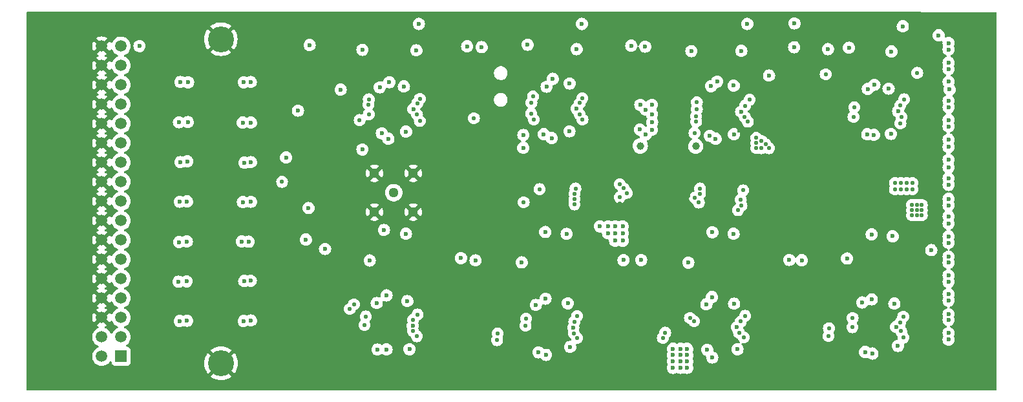
<source format=gbr>
%TF.GenerationSoftware,KiCad,Pcbnew,8.0.7*%
%TF.CreationDate,2025-01-03T10:46:17+01:00*%
%TF.ProjectId,A5256,41353235-362e-46b6-9963-61645f706362,rev?*%
%TF.SameCoordinates,Original*%
%TF.FileFunction,Copper,L4,Inr*%
%TF.FilePolarity,Positive*%
%FSLAX46Y46*%
G04 Gerber Fmt 4.6, Leading zero omitted, Abs format (unit mm)*
G04 Created by KiCad (PCBNEW 8.0.7) date 2025-01-03 10:46:17*
%MOMM*%
%LPD*%
G01*
G04 APERTURE LIST*
%TA.AperFunction,ComponentPad*%
%ADD10C,3.400000*%
%TD*%
%TA.AperFunction,ComponentPad*%
%ADD11R,1.500000X1.500000*%
%TD*%
%TA.AperFunction,ComponentPad*%
%ADD12C,1.500000*%
%TD*%
%TA.AperFunction,ComponentPad*%
%ADD13C,1.297940*%
%TD*%
%TA.AperFunction,ViaPad*%
%ADD14C,0.600000*%
%TD*%
%TA.AperFunction,ViaPad*%
%ADD15C,1.000000*%
%TD*%
%TA.AperFunction,ViaPad*%
%ADD16C,0.550000*%
%TD*%
G04 APERTURE END LIST*
D10*
%TO.N,GND*%
%TO.C,H2*%
X114150000Y-75600000D03*
%TD*%
D11*
%TO.N,unconnected-(J2-Pad1)*%
%TO.C,J2*%
X101090000Y-117140000D03*
D12*
%TO.N,unconnected-(J2-Pad2)*%
X98550000Y-117140000D03*
%TO.N,unconnected-(J2-Pad3)*%
X101090000Y-114600000D03*
%TO.N,unconnected-(J2-Pad4)*%
X98550000Y-114600000D03*
%TO.N,/IN 14*%
X101090000Y-112060000D03*
%TO.N,GND*%
X98550000Y-112060000D03*
%TO.N,/IN 13*%
X101090000Y-109520000D03*
%TO.N,GND*%
X98550000Y-109520000D03*
%TO.N,/IN 12*%
X101090000Y-106980000D03*
%TO.N,GND*%
X98550000Y-106980000D03*
%TO.N,/IN 11*%
X101090000Y-104440000D03*
%TO.N,GND*%
X98550000Y-104440000D03*
%TO.N,/IN 10*%
X101090000Y-101900000D03*
%TO.N,GND*%
X98550000Y-101900000D03*
%TO.N,/IN 9*%
X101090000Y-99360000D03*
%TO.N,GND*%
X98550000Y-99360000D03*
%TO.N,/IN 8*%
X101090000Y-96820000D03*
%TO.N,GND*%
X98550000Y-96820000D03*
%TO.N,/IN 7*%
X101090000Y-94280000D03*
%TO.N,GND*%
X98550000Y-94280000D03*
%TO.N,/IN 6*%
X101090000Y-91740000D03*
%TO.N,GND*%
X98550000Y-91740000D03*
%TO.N,/IN 5*%
X101090000Y-89200000D03*
%TO.N,GND*%
X98550000Y-89200000D03*
%TO.N,/IN 4*%
X101090000Y-86660000D03*
%TO.N,GND*%
X98550000Y-86660000D03*
%TO.N,/IN 3*%
X101090000Y-84120000D03*
%TO.N,GND*%
X98550000Y-84120000D03*
%TO.N,/IN 2*%
X101090000Y-81580000D03*
%TO.N,GND*%
X98550000Y-81580000D03*
%TO.N,/IN 1*%
X101090000Y-79040000D03*
%TO.N,GND*%
X98550000Y-79040000D03*
%TO.N,/IN 0*%
X101090000Y-76500000D03*
%TO.N,GND*%
X98550000Y-76500000D03*
%TD*%
D10*
%TO.N,GND*%
%TO.C,H1*%
X114190000Y-118060000D03*
%TD*%
D13*
%TO.N,GND*%
%TO.C,J3*%
X134270000Y-98250000D03*
X139350000Y-98250000D03*
X139350000Y-93170000D03*
X134270000Y-93170000D03*
%TO.N,/IN 0*%
X136810000Y-95710000D03*
%TD*%
D14*
%TO.N,GND*%
X155430000Y-87360000D03*
X153350000Y-85920000D03*
D15*
%TO.N,/Power Supply/-5V*%
X176370000Y-89610000D03*
X169110000Y-89590000D03*
D14*
%TO.N,GND*%
X196420000Y-79620000D03*
X135290000Y-113850000D03*
X178740000Y-84990000D03*
X200100000Y-85040000D03*
D16*
X187310000Y-114950000D03*
D14*
X136980000Y-113850000D03*
X100680000Y-72990000D03*
X92970000Y-117150000D03*
X187020000Y-97680000D03*
X160710000Y-104990000D03*
X157980000Y-114140000D03*
X179800000Y-113240000D03*
X89530000Y-107590000D03*
X168720000Y-113950000D03*
X91700000Y-74120000D03*
X193910000Y-109410000D03*
X135290000Y-112170000D03*
X92690000Y-95980000D03*
X199260000Y-84160000D03*
X91590000Y-95980000D03*
X92800000Y-106190000D03*
D16*
X189280000Y-115600000D03*
D14*
X122680000Y-74170000D03*
X157970000Y-85440000D03*
X148640000Y-111940000D03*
X178950000Y-112360000D03*
X164360000Y-96190000D03*
X90640000Y-106190000D03*
X207230000Y-81730000D03*
X158470000Y-73650000D03*
X192990000Y-88170000D03*
X178110000Y-112360000D03*
X150800000Y-111940000D03*
X209430000Y-74340000D03*
X90590000Y-79260000D03*
X200950000Y-85840000D03*
X148960000Y-88590000D03*
X169220000Y-73810000D03*
X162760000Y-96190000D03*
X192970000Y-97700000D03*
X92860000Y-85750000D03*
X90810000Y-118550000D03*
X146970000Y-73750000D03*
X149070000Y-90220000D03*
X91590000Y-94580000D03*
X191750000Y-112000000D03*
X178930000Y-73830000D03*
X91700000Y-75520000D03*
X157130000Y-85440000D03*
X188920000Y-80760000D03*
X196080000Y-82260000D03*
X92800000Y-75520000D03*
X89590000Y-84350000D03*
X164360000Y-96970000D03*
X136130000Y-113850000D03*
X211600000Y-72940000D03*
X162740000Y-95330000D03*
X92860000Y-112160000D03*
X149330000Y-97200000D03*
X206180000Y-95640000D03*
X148080000Y-73750000D03*
X161700000Y-80050000D03*
X184750000Y-117880000D03*
X173200000Y-96140000D03*
X179780000Y-96950000D03*
X101790000Y-74390000D03*
X89700000Y-118550000D03*
X156290000Y-113340000D03*
X178950000Y-114040000D03*
X100680000Y-74390000D03*
X170580000Y-96710000D03*
X125780000Y-83520000D03*
X90640000Y-107590000D03*
X92690000Y-101560000D03*
X90530000Y-94580000D03*
X199910000Y-113330000D03*
X90590000Y-80660000D03*
X157980000Y-113340000D03*
X135990000Y-73700000D03*
X200560000Y-74110000D03*
X206200000Y-94380000D03*
X105230000Y-120300000D03*
X157970000Y-84640000D03*
X91700000Y-90830000D03*
X92860000Y-113560000D03*
X169630000Y-96690000D03*
D16*
X168060000Y-83840000D03*
D14*
X157130000Y-113340000D03*
X147530000Y-111940000D03*
X136980000Y-112170000D03*
X179780000Y-97740000D03*
X148060000Y-83300000D03*
X121580000Y-75570000D03*
X89530000Y-89430000D03*
X191660000Y-97700000D03*
X132210000Y-88150000D03*
X185860000Y-117880000D03*
X199910000Y-114130000D03*
X199070000Y-112450000D03*
X126890000Y-83520000D03*
D16*
X194160000Y-105160000D03*
D14*
X91590000Y-100160000D03*
X89420000Y-101560000D03*
X137440000Y-83830000D03*
X180430000Y-85790000D03*
X89420000Y-95980000D03*
X90700000Y-113560000D03*
X92970000Y-118550000D03*
X191130000Y-84300000D03*
X130050000Y-88150000D03*
X179800000Y-114040000D03*
X192230000Y-84300000D03*
X192300000Y-118850000D03*
X164240000Y-95400000D03*
X179780000Y-95440000D03*
X119410000Y-75570000D03*
X150710000Y-95240000D03*
X180430000Y-84990000D03*
X148640000Y-110540000D03*
X102850000Y-74390000D03*
D16*
X187980000Y-114950000D03*
D14*
X200760000Y-113330000D03*
X92800000Y-89430000D03*
X169940000Y-113950000D03*
X157970000Y-83760000D03*
X150240000Y-73750000D03*
X135750000Y-83830000D03*
X90700000Y-85750000D03*
X195570000Y-118850000D03*
X92800000Y-90830000D03*
X199070000Y-114130000D03*
X104130000Y-118900000D03*
X89480000Y-80660000D03*
D16*
X167410000Y-83830000D03*
D14*
X209620000Y-119220000D03*
X199450000Y-74110000D03*
X199260000Y-85040000D03*
X150800000Y-110540000D03*
X89590000Y-85750000D03*
D16*
X187300000Y-114290000D03*
D14*
X192410000Y-86440000D03*
D16*
X168710000Y-82510000D03*
D14*
X199260000Y-85840000D03*
X89590000Y-113560000D03*
X149160000Y-83300000D03*
X102850000Y-72990000D03*
X90700000Y-112160000D03*
X136980000Y-113050000D03*
X103950000Y-72990000D03*
X137100000Y-73700000D03*
X103950000Y-74390000D03*
X149700000Y-111940000D03*
D16*
X168710000Y-81850000D03*
D14*
X89420000Y-94580000D03*
X207450000Y-120620000D03*
D16*
X192870000Y-105180000D03*
D14*
X141040000Y-93160000D03*
X179500000Y-102700000D03*
X179580000Y-85790000D03*
X91760000Y-85750000D03*
X158820000Y-83760000D03*
X190710000Y-109410000D03*
D16*
X168060000Y-83160000D03*
D14*
X157130000Y-83760000D03*
X186920000Y-117880000D03*
X104130000Y-120300000D03*
X179780000Y-96180000D03*
X212700000Y-74340000D03*
X127810000Y-81510000D03*
X190650000Y-112000000D03*
X208560000Y-120620000D03*
X149700000Y-110540000D03*
X193410000Y-118850000D03*
D16*
X166420000Y-97150000D03*
D14*
X161920000Y-89750000D03*
X174310000Y-96140000D03*
X91590000Y-101560000D03*
X171430000Y-96690000D03*
X210720000Y-120620000D03*
X192410000Y-87680000D03*
X158820000Y-85440000D03*
X163540000Y-96950000D03*
X171240000Y-113360000D03*
X105230000Y-118900000D03*
X90640000Y-89430000D03*
X90530000Y-101560000D03*
D16*
X188624600Y-115600000D03*
D14*
X89700000Y-117150000D03*
X178740000Y-85790000D03*
X92690000Y-94580000D03*
X157130000Y-84640000D03*
X187020000Y-96700000D03*
X91700000Y-89430000D03*
X89530000Y-90830000D03*
X199070000Y-113330000D03*
X145860000Y-81930000D03*
X156290000Y-114140000D03*
X91700000Y-106190000D03*
X149330000Y-95040000D03*
X187710000Y-80750000D03*
X207250000Y-80750000D03*
X178110000Y-113240000D03*
X89480000Y-79260000D03*
X122680000Y-75570000D03*
X136200000Y-102160000D03*
X119410000Y-74170000D03*
D16*
X189284600Y-114950000D03*
D14*
X212700000Y-72940000D03*
X135750000Y-85510000D03*
X170620000Y-95770000D03*
X158820000Y-84640000D03*
X142820000Y-93210000D03*
X172140000Y-87970000D03*
X179060000Y-95430000D03*
X179580000Y-84110000D03*
D16*
X188630000Y-114960000D03*
D14*
X157980000Y-112460000D03*
X193530000Y-86440000D03*
X168110000Y-73810000D03*
X178950000Y-113240000D03*
X209620000Y-120620000D03*
X135750000Y-84710000D03*
X90640000Y-75520000D03*
X147930000Y-95040000D03*
X90700000Y-84350000D03*
X120520000Y-75570000D03*
X163520000Y-95350000D03*
X101960000Y-120300000D03*
X90530000Y-95980000D03*
X89530000Y-106190000D03*
X149330000Y-96140000D03*
X92860000Y-84350000D03*
X179580000Y-84990000D03*
X120520000Y-74170000D03*
X194470000Y-118850000D03*
X92750000Y-79260000D03*
X180040000Y-73830000D03*
X147530000Y-110540000D03*
X200760000Y-114130000D03*
X179800000Y-112360000D03*
X149140000Y-73750000D03*
X180430000Y-84110000D03*
D16*
X168070000Y-81860000D03*
D14*
X150720000Y-100020000D03*
X209430000Y-72940000D03*
X137440000Y-85510000D03*
X179060000Y-96960000D03*
X90640000Y-90830000D03*
X178740000Y-84110000D03*
X92690000Y-100160000D03*
X101960000Y-118900000D03*
X200100000Y-84160000D03*
X147000000Y-83300000D03*
X200950000Y-85040000D03*
X91700000Y-107590000D03*
X137440000Y-84710000D03*
X147930000Y-97200000D03*
X211600000Y-74340000D03*
X210720000Y-119220000D03*
X91650000Y-79260000D03*
X146920000Y-81930000D03*
X91870000Y-118550000D03*
X91760000Y-112160000D03*
X210540000Y-74340000D03*
X142490000Y-100060000D03*
X101790000Y-72990000D03*
X103070000Y-120300000D03*
X171380000Y-73810000D03*
X182040000Y-87600000D03*
X135290000Y-113050000D03*
X157360000Y-73650000D03*
X136590000Y-85510000D03*
X208560000Y-119220000D03*
X147930000Y-96140000D03*
X149510000Y-91600000D03*
X191750000Y-113400000D03*
X91760000Y-113560000D03*
X89420000Y-100160000D03*
X136130000Y-112170000D03*
X200950000Y-84160000D03*
X157130000Y-114140000D03*
X92750000Y-80660000D03*
X142450000Y-95200000D03*
X136130000Y-113050000D03*
X187020000Y-95750000D03*
X162650000Y-80660000D03*
X156290000Y-112460000D03*
X159030000Y-105020000D03*
X200100000Y-85840000D03*
X207450000Y-119220000D03*
X128910000Y-81510000D03*
X189980000Y-80760000D03*
X92800000Y-74120000D03*
X136590000Y-83830000D03*
X131110000Y-88150000D03*
X136590000Y-84710000D03*
X170280000Y-73810000D03*
X157130000Y-112460000D03*
X179060000Y-96200000D03*
X90530000Y-100160000D03*
X192410000Y-109410000D03*
X164160000Y-90320000D03*
X90810000Y-117150000D03*
X91760000Y-84350000D03*
X191080000Y-80760000D03*
X193530000Y-87680000D03*
X178110000Y-114040000D03*
X169610000Y-95780000D03*
X92800000Y-107590000D03*
X128940000Y-88150000D03*
X163570000Y-96210000D03*
X89530000Y-75520000D03*
X179060000Y-97730000D03*
X90640000Y-74120000D03*
X192960000Y-87080000D03*
X89530000Y-74120000D03*
X91870000Y-117150000D03*
X199910000Y-112450000D03*
X148020000Y-81930000D03*
X89590000Y-112160000D03*
D16*
X168060000Y-82510000D03*
D14*
X173330000Y-87970000D03*
X200760000Y-112450000D03*
X210540000Y-72940000D03*
X103070000Y-118900000D03*
X121580000Y-74170000D03*
X157580000Y-102780000D03*
X190650000Y-113400000D03*
X175370000Y-96140000D03*
X91650000Y-80660000D03*
X171420000Y-95810000D03*
X162750000Y-96940000D03*
D16*
%TO.N,4V5*%
X182360000Y-97400000D03*
D14*
X178222500Y-88252500D03*
D16*
X166900000Y-95110000D03*
X160620000Y-95150000D03*
D14*
X198180000Y-110090000D03*
X161462800Y-73600000D03*
X134580000Y-110160000D03*
X183120000Y-73600000D03*
X156465000Y-88035000D03*
X155777900Y-116617900D03*
X177875000Y-116285000D03*
X138409400Y-101086400D03*
X175250000Y-117820000D03*
X175250000Y-116160000D03*
X153780000Y-89840000D03*
X134692900Y-116260000D03*
X153790000Y-88150000D03*
X174400000Y-116990000D03*
X155430000Y-110420000D03*
X135252500Y-87922500D03*
X203500000Y-73915900D03*
X175250000Y-116990000D03*
X178387250Y-81752750D03*
X198850000Y-88050000D03*
X134980000Y-81910000D03*
X174400000Y-117800000D03*
X140100000Y-73600000D03*
X156838800Y-81821300D03*
X173400000Y-117800000D03*
X181330000Y-101080000D03*
X174400000Y-116160000D03*
X173400000Y-116990000D03*
X198557900Y-116587900D03*
X175250000Y-118660000D03*
D16*
X166430000Y-96320000D03*
D14*
X202180000Y-101410000D03*
X198920000Y-82110000D03*
X125650000Y-97725000D03*
X174400000Y-118660000D03*
X159461200Y-101100000D03*
D16*
X176270000Y-96350000D03*
D14*
X177770000Y-110330000D03*
X173400000Y-116160000D03*
X173400000Y-118660000D03*
%TO.N,-4V5*%
X122700000Y-91100000D03*
X133659400Y-104586400D03*
X199520000Y-116780000D03*
X178533095Y-117300000D03*
X175800000Y-77160000D03*
X199720000Y-88140000D03*
X179180000Y-81150000D03*
X136230000Y-81230000D03*
X165810000Y-102000000D03*
X157650236Y-80790000D03*
X178491441Y-109383030D03*
X135865000Y-109160000D03*
X196450000Y-76725000D03*
X199780000Y-81570000D03*
X135861200Y-116240000D03*
X196190000Y-104330000D03*
X136102515Y-88650000D03*
X166800000Y-101020000D03*
X166800000Y-100120000D03*
X156760000Y-116950000D03*
X156695964Y-109590289D03*
X154350000Y-76325000D03*
X164890000Y-101020000D03*
X153575000Y-104836400D03*
X178983278Y-88650000D03*
X157498063Y-88560000D03*
X163830000Y-100120000D03*
X164890000Y-100120000D03*
X132710000Y-76990000D03*
X199434093Y-109669971D03*
X165810000Y-101020000D03*
X166800000Y-102000000D03*
X175400000Y-104870000D03*
X165810000Y-100120000D03*
%TO.N,+1V7*%
X138140000Y-81790000D03*
X170640000Y-85420000D03*
X169800000Y-88090000D03*
X181840000Y-116220000D03*
X139300000Y-113123400D03*
X138870000Y-116212900D03*
X202860000Y-115780000D03*
X159855050Y-81405050D03*
X181375000Y-88045900D03*
X169120000Y-84210000D03*
X201639800Y-82079800D03*
X159920000Y-115920000D03*
X159620000Y-110200000D03*
X181400000Y-110250000D03*
X139375000Y-84745900D03*
X138425000Y-87695900D03*
X170640000Y-87470000D03*
X202900000Y-85055400D03*
X160336200Y-113384600D03*
X169830000Y-84830000D03*
X138590000Y-109910000D03*
X170670000Y-86500000D03*
X201950000Y-88005400D03*
X160775000Y-84720900D03*
X159825000Y-87670900D03*
X181350000Y-81680000D03*
X202400000Y-110240000D03*
X170640000Y-84190000D03*
X181761200Y-113334600D03*
X169060000Y-87440000D03*
X202619291Y-113289172D03*
X182325000Y-85095900D03*
%TO.N,/Vb2*%
X178550000Y-100890000D03*
X125306350Y-101850000D03*
X156660000Y-100860000D03*
X135530000Y-100601000D03*
X199420000Y-101160000D03*
%TO.N,/Vb1*%
X125790000Y-76370000D03*
X160775000Y-76900000D03*
X182350000Y-77125000D03*
X139780000Y-77060000D03*
X202020000Y-77210000D03*
D16*
%TO.N,Net-(U4-INB+)*%
X197040100Y-85783300D03*
D14*
X193700000Y-76900000D03*
D16*
%TO.N,Net-(U4-INA+)*%
X197140100Y-84503303D03*
D14*
X208200000Y-75100000D03*
%TO.N,Net-(JP5-B)*%
X189265000Y-76650000D03*
%TO.N,Net-(JP8-B)*%
X169740000Y-76580000D03*
%TO.N,Net-(JP10-B)*%
X167925000Y-76449500D03*
%TO.N,Net-(JP13-B)*%
X148323300Y-76641000D03*
%TO.N,Net-(JP15-B)*%
X146425000Y-76539500D03*
%TO.N,Net-(JP18-B)*%
X124260000Y-84960000D03*
%TO.N,Net-(JP20-B)*%
X145620000Y-104280000D03*
%TO.N,Net-(JP23-B)*%
X127810000Y-103080000D03*
%TO.N,Net-(JP25-B)*%
X166910000Y-104540000D03*
%TO.N,Net-(JP28-B)*%
X147520000Y-104580000D03*
%TO.N,Net-(JP30-B)*%
X188630000Y-104510000D03*
%TO.N,Net-(JP33-B)*%
X169230000Y-104530000D03*
%TO.N,Net-(JP35-B)*%
X207230000Y-103230000D03*
%TO.N,Net-(JP38-B)*%
X190260000Y-104558100D03*
%TO.N,/VOUT1*%
X185980000Y-80360000D03*
D16*
X176210000Y-87870000D03*
%TO.N,Net-(IC6-VREF)*%
X182280000Y-96600000D03*
X166430000Y-94580000D03*
D14*
X132713850Y-90045000D03*
D16*
%TO.N,/CH0/SCL*%
X176781985Y-97001985D03*
X153840000Y-96970000D03*
X160499178Y-95830821D03*
%TO.N,/CH0/SDA*%
X155900000Y-95240000D03*
X167350000Y-95740000D03*
%TO.N,/CH0/A0*%
X160485000Y-96530822D03*
D14*
%TO.N,/VOUT4*%
X129860000Y-82210000D03*
D16*
X147310000Y-85960000D03*
%TO.N,/CH0/A1*%
X160480000Y-97250000D03*
D14*
%TO.N,/IN 0*%
X103500000Y-76500000D03*
X189310000Y-73530000D03*
D16*
X122180000Y-94290000D03*
D14*
%TO.N,/~{OUT6}*%
X209500000Y-94675000D03*
D16*
X140230000Y-86320000D03*
D14*
%TO.N,/QB_CH0*%
X209500000Y-78650000D03*
D16*
X203320000Y-85805400D03*
%TO.N,/~{OUT3}*%
X161520000Y-83330000D03*
D14*
X209500000Y-86175000D03*
D16*
%TO.N,/OUT9*%
X160463700Y-112609200D03*
D14*
X209500000Y-102275000D03*
D16*
%TO.N,/~{OUT7}*%
X139937750Y-111657750D03*
D14*
X209500000Y-96512500D03*
%TO.N,/~{OUT5}*%
X209500000Y-91387500D03*
D16*
X140227500Y-83405500D03*
D14*
%TO.N,/~{OUT13}*%
X209500000Y-111625000D03*
D16*
X203552450Y-111970850D03*
%TO.N,/OUT11*%
X182282450Y-112570850D03*
D14*
X209500000Y-107400000D03*
D16*
%TO.N,/OUT4*%
X161171250Y-85451750D03*
D14*
X209500000Y-88750000D03*
D16*
%TO.N,/OUT12*%
X182040000Y-114056700D03*
D14*
X209500000Y-109000000D03*
%TO.N,/~{OUT8}*%
X209500000Y-99750000D03*
D16*
X139832500Y-114520000D03*
D14*
%TO.N,/OUT14*%
X209500000Y-114100000D03*
D16*
X203290000Y-113856590D03*
D14*
%TO.N,/OUT1*%
X209634620Y-82190650D03*
D16*
X182821250Y-84311750D03*
D14*
%TO.N,/OUT5*%
X209500000Y-92398492D03*
D16*
X139877500Y-83990500D03*
%TO.N,/~{OUT4}*%
X161540000Y-86130000D03*
D14*
X209500000Y-89725000D03*
%TO.N,/OUT3*%
X209500000Y-87025000D03*
D16*
X161191250Y-83961750D03*
%TO.N,/~{OUT14}*%
X203594550Y-114685450D03*
D14*
X209500000Y-114950000D03*
D16*
%TO.N,/OUT13*%
X203163700Y-112743350D03*
D14*
X209500000Y-112375000D03*
D16*
%TO.N,/~{OUT9}*%
X160813700Y-111859600D03*
D14*
X209500000Y-101425000D03*
%TO.N,/OUT7*%
X209500000Y-97362500D03*
D16*
X139352450Y-112350850D03*
D14*
%TO.N,/~{OUT12}*%
X209500000Y-109850000D03*
D16*
X182662450Y-114660850D03*
D14*
%TO.N,/~{QA}_CH0*%
X209500000Y-76100000D03*
D16*
X203685050Y-83470000D03*
%TO.N,/OUT10*%
X160422450Y-114130850D03*
D14*
X209500000Y-104079997D03*
D16*
%TO.N,/~{OUT1}*%
X183429250Y-83529250D03*
D14*
X209500000Y-81175000D03*
D16*
%TO.N,/QA_CH0*%
X203163800Y-84301650D03*
D14*
X209500000Y-76950000D03*
%TO.N,/OUT2*%
X209500000Y-83675000D03*
D16*
X182801250Y-85801750D03*
%TO.N,/OUT8*%
X139332450Y-113840850D03*
D14*
X209500000Y-98800000D03*
%TO.N,/OUT6*%
X209500000Y-93825000D03*
D16*
X139857500Y-85465500D03*
%TO.N,/~{QB}_CH0*%
X203190000Y-86620000D03*
D14*
X209500000Y-79500000D03*
D16*
%TO.N,/~{OUT11}*%
X182839400Y-111829400D03*
D14*
X209500000Y-106550000D03*
D16*
%TO.N,/~{OUT10}*%
X160822450Y-114730850D03*
D14*
X209500000Y-104875000D03*
%TO.N,/~{OUT2}*%
X209500000Y-84525000D03*
D16*
X183201250Y-86401750D03*
%TO.N,/CH0/CA1*%
X176940000Y-95840000D03*
%TO.N,/CH0/CA0*%
X176940000Y-95160000D03*
%TO.N,/Signals 1-2/INA+*%
X176527500Y-84765500D03*
D14*
X109875000Y-81250000D03*
D16*
%TO.N,Net-(JP6-C)*%
X176527500Y-83865500D03*
D14*
X108875000Y-81200000D03*
%TO.N,/Signals 1-2/INB+*%
X117150000Y-81250000D03*
D16*
X176400000Y-85680000D03*
%TO.N,Net-(JP9-C)*%
X176427500Y-86385503D03*
D14*
X118075000Y-81200000D03*
%TO.N,/Signals 3-4/INA+*%
X109825000Y-86450000D03*
D16*
X154850000Y-83910000D03*
D14*
%TO.N,Net-(JP11-C)*%
X108675000Y-86475000D03*
D16*
X155050000Y-83120000D03*
%TO.N,/Signals 3-4/INB+*%
X154801000Y-85339000D03*
D14*
X117025000Y-86525000D03*
%TO.N,Net-(JP14-C)*%
X118100000Y-86525000D03*
D16*
X155170000Y-86120153D03*
D14*
%TO.N,Net-(JP16-C)*%
X108875000Y-91700000D03*
D16*
X133527500Y-83465500D03*
D14*
%TO.N,/Signals 5-6/INB+*%
X117250000Y-91775000D03*
D16*
X133527500Y-85465500D03*
%TO.N,Net-(JP19-C)*%
X132340000Y-86190000D03*
D14*
X118100000Y-91700000D03*
D16*
%TO.N,/Signals 7-8/INA+*%
X132988700Y-113034600D03*
D14*
X109725000Y-96850000D03*
D16*
%TO.N,Net-(JP21-C)*%
X133137500Y-111912500D03*
D14*
X108775000Y-96900000D03*
D16*
%TO.N,/Signals 7-8/INB+*%
X131588700Y-110334600D03*
D14*
X117050000Y-96925000D03*
%TO.N,Net-(JP24-C)*%
X118100000Y-96900000D03*
D16*
X131057053Y-110934600D03*
%TO.N,/Signals 9-10/INA+*%
X154080000Y-113120000D03*
D14*
X109700000Y-102100000D03*
%TO.N,Net-(JP26-C)*%
X108700000Y-102175000D03*
D16*
X154137500Y-112212500D03*
%TO.N,/Signals 9-10/INB+*%
X150408703Y-114134600D03*
D14*
X116900000Y-102100000D03*
%TO.N,Net-(JP29-C)*%
X117791551Y-102128449D03*
D16*
X150350000Y-115030000D03*
%TO.N,/Signals 11-12/INA+*%
X176150000Y-112560000D03*
D14*
X109675000Y-107325000D03*
%TO.N,Net-(JP31-C)*%
X108625000Y-107375000D03*
D16*
X175617500Y-112112500D03*
D14*
%TO.N,/Signals 11-12/INB+*%
X117225000Y-107275000D03*
D16*
X172375714Y-114034600D03*
D14*
%TO.N,Net-(JP34-C)*%
X118075000Y-107250000D03*
D16*
X172065400Y-114755400D03*
%TO.N,/Signals 13-14/INA+*%
X196888700Y-113334600D03*
D14*
X109725000Y-112475000D03*
%TO.N,Net-(JP36-C)*%
X108775000Y-112525000D03*
D16*
X196937500Y-112112500D03*
D14*
%TO.N,/Signals 13-14/INB+*%
X117150000Y-112525000D03*
D16*
X193820000Y-113460000D03*
%TO.N,Net-(JP39-C)*%
X193750000Y-114500000D03*
D14*
X118100000Y-112450000D03*
D16*
%TO.N,Net-(U1-VOUTA)*%
X193400000Y-80200000D03*
X182600000Y-95400000D03*
%TO.N,Net-(U1-VOUTB)*%
X181900000Y-98000000D03*
X205400000Y-80000000D03*
%TO.N,/Signals 5-6/INA+*%
X133500000Y-84150000D03*
D14*
X109750000Y-91600000D03*
D16*
%TO.N,/Power Supply/GND_out*%
X184990000Y-89880000D03*
X184300000Y-89860000D03*
X185960000Y-89880000D03*
X184300000Y-89210000D03*
X185538016Y-89381984D03*
X184990000Y-88930000D03*
X184320000Y-88530000D03*
%TO.N,/Power Supply/GND_in*%
X203220000Y-95260000D03*
X204750000Y-94420000D03*
X202470000Y-95260000D03*
X204750000Y-95260000D03*
X202470000Y-94420000D03*
X204010000Y-94420000D03*
X203220000Y-94420000D03*
X204010000Y-95260000D03*
%TO.N,/Power Supply/GND_diode*%
X206000000Y-98660000D03*
X206000000Y-97300000D03*
X205340000Y-97300000D03*
X205340000Y-98660000D03*
X205350000Y-98010000D03*
X204700000Y-97300000D03*
X206000000Y-98010000D03*
X204700000Y-98660000D03*
X204700000Y-98010000D03*
%TD*%
%TA.AperFunction,Conductor*%
%TO.N,GND*%
G36*
X99593124Y-112749570D02*
G01*
X99636666Y-112687388D01*
X99707340Y-112535825D01*
X99753512Y-112483386D01*
X99820706Y-112464233D01*
X99887587Y-112484448D01*
X99932105Y-112535824D01*
X100002897Y-112687638D01*
X100002898Y-112687639D01*
X100128402Y-112866877D01*
X100283123Y-113021598D01*
X100455862Y-113142551D01*
X100462361Y-113147102D01*
X100613583Y-113217618D01*
X100666022Y-113263790D01*
X100685174Y-113330984D01*
X100664958Y-113397865D01*
X100613583Y-113442382D01*
X100462361Y-113512898D01*
X100462357Y-113512900D01*
X100283121Y-113638402D01*
X100128402Y-113793121D01*
X100002900Y-113972357D01*
X100002898Y-113972361D01*
X99932382Y-114123583D01*
X99886209Y-114176022D01*
X99819016Y-114195174D01*
X99752135Y-114174958D01*
X99707618Y-114123583D01*
X99676431Y-114056703D01*
X99637102Y-113972362D01*
X99637100Y-113972359D01*
X99637099Y-113972357D01*
X99511599Y-113793124D01*
X99436213Y-113717738D01*
X99356877Y-113638402D01*
X99184903Y-113517984D01*
X99177638Y-113512897D01*
X99025824Y-113442105D01*
X98973385Y-113395932D01*
X98954233Y-113328739D01*
X98974449Y-113261858D01*
X99025825Y-113217340D01*
X99177388Y-113146666D01*
X99239571Y-113103124D01*
X98679410Y-112542962D01*
X98742993Y-112525925D01*
X98857007Y-112460099D01*
X98950099Y-112367007D01*
X99015925Y-112252993D01*
X99032962Y-112189409D01*
X99593124Y-112749570D01*
G37*
%TD.AperFunction*%
%TA.AperFunction,Conductor*%
G36*
X99593124Y-110209570D02*
G01*
X99636666Y-110147388D01*
X99707340Y-109995825D01*
X99753512Y-109943386D01*
X99820706Y-109924233D01*
X99887587Y-109944448D01*
X99932105Y-109995824D01*
X100002897Y-110147638D01*
X100012219Y-110160951D01*
X100128402Y-110326877D01*
X100283123Y-110481598D01*
X100446497Y-110595994D01*
X100462361Y-110607102D01*
X100613583Y-110677618D01*
X100666022Y-110723790D01*
X100685174Y-110790984D01*
X100664958Y-110857865D01*
X100613583Y-110902382D01*
X100462361Y-110972898D01*
X100462357Y-110972900D01*
X100283121Y-111098402D01*
X100128402Y-111253121D01*
X100002900Y-111432357D01*
X100002900Y-111432358D01*
X100002898Y-111432361D01*
X100002898Y-111432362D01*
X100002779Y-111432617D01*
X99932105Y-111584176D01*
X99885932Y-111636615D01*
X99818738Y-111655766D01*
X99751857Y-111635550D01*
X99707341Y-111584174D01*
X99636669Y-111432617D01*
X99593123Y-111370428D01*
X99032962Y-111930589D01*
X99015925Y-111867007D01*
X98950099Y-111752993D01*
X98857007Y-111659901D01*
X98742993Y-111594075D01*
X98679409Y-111577037D01*
X99239571Y-111016874D01*
X99177387Y-110973333D01*
X99025232Y-110902382D01*
X98972793Y-110856210D01*
X98953641Y-110789016D01*
X98973857Y-110722135D01*
X99025233Y-110677618D01*
X99177383Y-110606669D01*
X99177385Y-110606668D01*
X99239571Y-110563124D01*
X98679410Y-110002962D01*
X98742993Y-109985925D01*
X98857007Y-109920099D01*
X98950099Y-109827007D01*
X99015925Y-109712993D01*
X99032962Y-109649409D01*
X99593124Y-110209570D01*
G37*
%TD.AperFunction*%
%TA.AperFunction,Conductor*%
G36*
X99593124Y-107669570D02*
G01*
X99636666Y-107607388D01*
X99707340Y-107455825D01*
X99753512Y-107403386D01*
X99820706Y-107384233D01*
X99887587Y-107404448D01*
X99932105Y-107455824D01*
X100002897Y-107607638D01*
X100014720Y-107624523D01*
X100128402Y-107786877D01*
X100283123Y-107941598D01*
X100452741Y-108060366D01*
X100462361Y-108067102D01*
X100613583Y-108137618D01*
X100666022Y-108183790D01*
X100685174Y-108250984D01*
X100664958Y-108317865D01*
X100613583Y-108362382D01*
X100462361Y-108432898D01*
X100462357Y-108432900D01*
X100283121Y-108558402D01*
X100128402Y-108713121D01*
X100002900Y-108892357D01*
X100002900Y-108892358D01*
X100002898Y-108892361D01*
X100002898Y-108892362D01*
X100002779Y-108892617D01*
X99932105Y-109044176D01*
X99885932Y-109096615D01*
X99818738Y-109115766D01*
X99751857Y-109095550D01*
X99707341Y-109044174D01*
X99636669Y-108892617D01*
X99593123Y-108830428D01*
X99032962Y-109390589D01*
X99015925Y-109327007D01*
X98950099Y-109212993D01*
X98857007Y-109119901D01*
X98742993Y-109054075D01*
X98679409Y-109037037D01*
X99239571Y-108476874D01*
X99177387Y-108433333D01*
X99025232Y-108362382D01*
X98972793Y-108316210D01*
X98953641Y-108249016D01*
X98973857Y-108182135D01*
X99025233Y-108137618D01*
X99177383Y-108066669D01*
X99177385Y-108066668D01*
X99239571Y-108023124D01*
X98679410Y-107462962D01*
X98742993Y-107445925D01*
X98857007Y-107380099D01*
X98950099Y-107287007D01*
X99015925Y-107172993D01*
X99032962Y-107109409D01*
X99593124Y-107669570D01*
G37*
%TD.AperFunction*%
%TA.AperFunction,Conductor*%
G36*
X99593124Y-105129570D02*
G01*
X99636666Y-105067388D01*
X99707340Y-104915825D01*
X99753512Y-104863386D01*
X99820706Y-104844233D01*
X99887587Y-104864448D01*
X99932105Y-104915824D01*
X100002897Y-105067638D01*
X100002898Y-105067639D01*
X100128402Y-105246877D01*
X100283123Y-105401598D01*
X100461740Y-105526667D01*
X100462361Y-105527102D01*
X100613583Y-105597618D01*
X100666022Y-105643790D01*
X100685174Y-105710984D01*
X100664958Y-105777865D01*
X100613583Y-105822382D01*
X100462361Y-105892898D01*
X100462357Y-105892900D01*
X100283121Y-106018402D01*
X100128402Y-106173121D01*
X100002900Y-106352357D01*
X100002900Y-106352358D01*
X100002898Y-106352361D01*
X100002898Y-106352362D01*
X99990197Y-106379597D01*
X99932105Y-106504176D01*
X99885932Y-106556615D01*
X99818738Y-106575766D01*
X99751857Y-106555550D01*
X99707341Y-106504174D01*
X99636669Y-106352617D01*
X99593123Y-106290428D01*
X99032962Y-106850589D01*
X99015925Y-106787007D01*
X98950099Y-106672993D01*
X98857007Y-106579901D01*
X98742993Y-106514075D01*
X98679409Y-106497037D01*
X99239571Y-105936874D01*
X99177387Y-105893333D01*
X99025232Y-105822382D01*
X98972793Y-105776210D01*
X98953641Y-105709016D01*
X98973857Y-105642135D01*
X99025233Y-105597618D01*
X99177383Y-105526669D01*
X99177385Y-105526668D01*
X99239571Y-105483124D01*
X98679410Y-104922962D01*
X98742993Y-104905925D01*
X98857007Y-104840099D01*
X98950099Y-104747007D01*
X99015925Y-104632993D01*
X99032962Y-104569409D01*
X99593124Y-105129570D01*
G37*
%TD.AperFunction*%
%TA.AperFunction,Conductor*%
G36*
X99593124Y-102589570D02*
G01*
X99636666Y-102527388D01*
X99707340Y-102375825D01*
X99753512Y-102323386D01*
X99820706Y-102304233D01*
X99887587Y-102324448D01*
X99932105Y-102375824D01*
X100002897Y-102527638D01*
X100002898Y-102527639D01*
X100128402Y-102706877D01*
X100283123Y-102861598D01*
X100453025Y-102980565D01*
X100462361Y-102987102D01*
X100613583Y-103057618D01*
X100666022Y-103103790D01*
X100685174Y-103170984D01*
X100664958Y-103237865D01*
X100613583Y-103282382D01*
X100462361Y-103352898D01*
X100462357Y-103352900D01*
X100283121Y-103478402D01*
X100128402Y-103633121D01*
X100002900Y-103812357D01*
X100002900Y-103812358D01*
X100002898Y-103812361D01*
X100002898Y-103812362D01*
X99995728Y-103827738D01*
X99932105Y-103964176D01*
X99885932Y-104016615D01*
X99818738Y-104035766D01*
X99751857Y-104015550D01*
X99707341Y-103964174D01*
X99636669Y-103812617D01*
X99593123Y-103750428D01*
X99032962Y-104310589D01*
X99015925Y-104247007D01*
X98950099Y-104132993D01*
X98857007Y-104039901D01*
X98742993Y-103974075D01*
X98679409Y-103957037D01*
X99239571Y-103396874D01*
X99177387Y-103353333D01*
X99025232Y-103282382D01*
X98972793Y-103236210D01*
X98953641Y-103169016D01*
X98973857Y-103102135D01*
X99025233Y-103057618D01*
X99177383Y-102986669D01*
X99177385Y-102986668D01*
X99239571Y-102943124D01*
X98679410Y-102382962D01*
X98742993Y-102365925D01*
X98857007Y-102300099D01*
X98950099Y-102207007D01*
X99015925Y-102092993D01*
X99032962Y-102029409D01*
X99593124Y-102589570D01*
G37*
%TD.AperFunction*%
%TA.AperFunction,Conductor*%
G36*
X99593124Y-100049570D02*
G01*
X99636666Y-99987388D01*
X99707340Y-99835825D01*
X99753512Y-99783386D01*
X99820706Y-99764233D01*
X99887587Y-99784448D01*
X99932105Y-99835824D01*
X100002897Y-99987638D01*
X100002898Y-99987639D01*
X100128402Y-100166877D01*
X100283123Y-100321598D01*
X100426148Y-100421745D01*
X100462361Y-100447102D01*
X100613583Y-100517618D01*
X100666022Y-100563790D01*
X100685174Y-100630984D01*
X100664958Y-100697865D01*
X100613583Y-100742382D01*
X100462361Y-100812898D01*
X100462357Y-100812900D01*
X100283121Y-100938402D01*
X100128402Y-101093121D01*
X100002900Y-101272357D01*
X100002900Y-101272358D01*
X100002898Y-101272361D01*
X100002898Y-101272362D01*
X100002779Y-101272617D01*
X99932105Y-101424176D01*
X99885932Y-101476615D01*
X99818738Y-101495766D01*
X99751857Y-101475550D01*
X99707341Y-101424174D01*
X99636669Y-101272617D01*
X99593123Y-101210428D01*
X99032962Y-101770589D01*
X99015925Y-101707007D01*
X98950099Y-101592993D01*
X98857007Y-101499901D01*
X98742993Y-101434075D01*
X98679409Y-101417037D01*
X99239571Y-100856874D01*
X99177387Y-100813333D01*
X99025232Y-100742382D01*
X98972793Y-100696210D01*
X98953641Y-100629016D01*
X98973857Y-100562135D01*
X99025233Y-100517618D01*
X99177383Y-100446669D01*
X99177385Y-100446668D01*
X99239571Y-100403124D01*
X98679410Y-99842962D01*
X98742993Y-99825925D01*
X98857007Y-99760099D01*
X98950099Y-99667007D01*
X99015925Y-99552993D01*
X99032962Y-99489409D01*
X99593124Y-100049570D01*
G37*
%TD.AperFunction*%
%TA.AperFunction,Conductor*%
G36*
X99593124Y-97509570D02*
G01*
X99636666Y-97447388D01*
X99707340Y-97295825D01*
X99753512Y-97243386D01*
X99820706Y-97224233D01*
X99887587Y-97244448D01*
X99932105Y-97295824D01*
X100002897Y-97447638D01*
X100002898Y-97447639D01*
X100128402Y-97626877D01*
X100283123Y-97781598D01*
X100421365Y-97878396D01*
X100462361Y-97907102D01*
X100613583Y-97977618D01*
X100666022Y-98023790D01*
X100685174Y-98090984D01*
X100664958Y-98157865D01*
X100613583Y-98202382D01*
X100462361Y-98272898D01*
X100462357Y-98272900D01*
X100283121Y-98398402D01*
X100128402Y-98553121D01*
X100002900Y-98732357D01*
X100002900Y-98732358D01*
X100002898Y-98732361D01*
X100002898Y-98732362D01*
X100002779Y-98732617D01*
X99932105Y-98884176D01*
X99885932Y-98936615D01*
X99818738Y-98955766D01*
X99751857Y-98935550D01*
X99707341Y-98884174D01*
X99636669Y-98732617D01*
X99593123Y-98670428D01*
X99032962Y-99230589D01*
X99015925Y-99167007D01*
X98950099Y-99052993D01*
X98857007Y-98959901D01*
X98742993Y-98894075D01*
X98679409Y-98877037D01*
X99239571Y-98316874D01*
X99177387Y-98273333D01*
X99025232Y-98202382D01*
X98972793Y-98156210D01*
X98953641Y-98089016D01*
X98973857Y-98022135D01*
X99025233Y-97977618D01*
X99177383Y-97906669D01*
X99177385Y-97906668D01*
X99239571Y-97863124D01*
X98679410Y-97302962D01*
X98742993Y-97285925D01*
X98857007Y-97220099D01*
X98950099Y-97127007D01*
X99015925Y-97012993D01*
X99032962Y-96949409D01*
X99593124Y-97509570D01*
G37*
%TD.AperFunction*%
%TA.AperFunction,Conductor*%
G36*
X99593124Y-94969570D02*
G01*
X99636666Y-94907388D01*
X99707340Y-94755825D01*
X99753512Y-94703386D01*
X99820706Y-94684233D01*
X99887587Y-94704448D01*
X99932105Y-94755824D01*
X100002897Y-94907638D01*
X100010576Y-94918604D01*
X100128402Y-95086877D01*
X100283123Y-95241598D01*
X100414600Y-95333659D01*
X100462361Y-95367102D01*
X100613583Y-95437618D01*
X100666022Y-95483790D01*
X100685174Y-95550984D01*
X100664958Y-95617865D01*
X100613583Y-95662382D01*
X100462361Y-95732898D01*
X100462357Y-95732900D01*
X100283121Y-95858402D01*
X100128402Y-96013121D01*
X100002900Y-96192357D01*
X100002900Y-96192358D01*
X100002898Y-96192361D01*
X100002898Y-96192362D01*
X100002779Y-96192617D01*
X99932105Y-96344176D01*
X99885932Y-96396615D01*
X99818738Y-96415766D01*
X99751857Y-96395550D01*
X99707341Y-96344174D01*
X99636669Y-96192617D01*
X99593123Y-96130428D01*
X99032962Y-96690589D01*
X99015925Y-96627007D01*
X98950099Y-96512993D01*
X98857007Y-96419901D01*
X98742993Y-96354075D01*
X98679409Y-96337037D01*
X99239571Y-95776874D01*
X99177387Y-95733333D01*
X99025232Y-95662382D01*
X98972793Y-95616210D01*
X98953641Y-95549016D01*
X98973857Y-95482135D01*
X99025233Y-95437618D01*
X99177383Y-95366669D01*
X99177385Y-95366668D01*
X99239571Y-95323124D01*
X98679410Y-94762962D01*
X98742993Y-94745925D01*
X98857007Y-94680099D01*
X98950099Y-94587007D01*
X99015925Y-94472993D01*
X99032962Y-94409409D01*
X99593124Y-94969570D01*
G37*
%TD.AperFunction*%
%TA.AperFunction,Conductor*%
G36*
X99593124Y-92429570D02*
G01*
X99636666Y-92367388D01*
X99707340Y-92215825D01*
X99753512Y-92163386D01*
X99820706Y-92144233D01*
X99887587Y-92164448D01*
X99932105Y-92215824D01*
X100002897Y-92367638D01*
X100024504Y-92398495D01*
X100128402Y-92546877D01*
X100283123Y-92701598D01*
X100421365Y-92798396D01*
X100462361Y-92827102D01*
X100613583Y-92897618D01*
X100666022Y-92943790D01*
X100685174Y-93010984D01*
X100664958Y-93077865D01*
X100613583Y-93122382D01*
X100462361Y-93192898D01*
X100462357Y-93192900D01*
X100283121Y-93318402D01*
X100128402Y-93473121D01*
X100002900Y-93652357D01*
X100002900Y-93652358D01*
X100002898Y-93652361D01*
X100002898Y-93652362D01*
X99990197Y-93679597D01*
X99932105Y-93804176D01*
X99885932Y-93856615D01*
X99818738Y-93875766D01*
X99751857Y-93855550D01*
X99707341Y-93804174D01*
X99636669Y-93652617D01*
X99593123Y-93590428D01*
X99032962Y-94150589D01*
X99015925Y-94087007D01*
X98950099Y-93972993D01*
X98857007Y-93879901D01*
X98742993Y-93814075D01*
X98679409Y-93797037D01*
X99239571Y-93236874D01*
X99177387Y-93193333D01*
X99025232Y-93122382D01*
X98972793Y-93076210D01*
X98953641Y-93009016D01*
X98973857Y-92942135D01*
X99025233Y-92897618D01*
X99177383Y-92826669D01*
X99177385Y-92826668D01*
X99239571Y-92783124D01*
X98679410Y-92222962D01*
X98742993Y-92205925D01*
X98857007Y-92140099D01*
X98950099Y-92047007D01*
X99015925Y-91932993D01*
X99032962Y-91869409D01*
X99593124Y-92429570D01*
G37*
%TD.AperFunction*%
%TA.AperFunction,Conductor*%
G36*
X99593124Y-89889570D02*
G01*
X99636666Y-89827388D01*
X99707340Y-89675825D01*
X99753512Y-89623386D01*
X99820706Y-89604233D01*
X99887587Y-89624448D01*
X99932105Y-89675824D01*
X100002897Y-89827638D01*
X100002898Y-89827639D01*
X100128402Y-90006877D01*
X100283123Y-90161598D01*
X100461740Y-90286667D01*
X100462361Y-90287102D01*
X100613583Y-90357618D01*
X100666022Y-90403790D01*
X100685174Y-90470984D01*
X100664958Y-90537865D01*
X100613583Y-90582382D01*
X100462361Y-90652898D01*
X100462357Y-90652900D01*
X100283121Y-90778402D01*
X100128402Y-90933121D01*
X100002900Y-91112357D01*
X100002900Y-91112358D01*
X100002898Y-91112361D01*
X100002898Y-91112362D01*
X100002779Y-91112617D01*
X99932105Y-91264176D01*
X99885932Y-91316615D01*
X99818738Y-91335766D01*
X99751857Y-91315550D01*
X99707341Y-91264174D01*
X99636669Y-91112617D01*
X99593123Y-91050428D01*
X99032962Y-91610589D01*
X99015925Y-91547007D01*
X98950099Y-91432993D01*
X98857007Y-91339901D01*
X98742993Y-91274075D01*
X98679409Y-91257037D01*
X99239571Y-90696874D01*
X99177387Y-90653333D01*
X99025232Y-90582382D01*
X98972793Y-90536210D01*
X98953641Y-90469016D01*
X98973857Y-90402135D01*
X99025233Y-90357618D01*
X99177383Y-90286669D01*
X99177385Y-90286668D01*
X99239571Y-90243124D01*
X98679410Y-89682962D01*
X98742993Y-89665925D01*
X98857007Y-89600099D01*
X98950099Y-89507007D01*
X99015925Y-89392993D01*
X99032962Y-89329409D01*
X99593124Y-89889570D01*
G37*
%TD.AperFunction*%
%TA.AperFunction,Conductor*%
G36*
X99593124Y-87349570D02*
G01*
X99636666Y-87287388D01*
X99707340Y-87135825D01*
X99753512Y-87083386D01*
X99820706Y-87064233D01*
X99887587Y-87084448D01*
X99932105Y-87135824D01*
X100002897Y-87287638D01*
X100018003Y-87309211D01*
X100128402Y-87466877D01*
X100283123Y-87621598D01*
X100456853Y-87743245D01*
X100462361Y-87747102D01*
X100613583Y-87817618D01*
X100666022Y-87863790D01*
X100685174Y-87930984D01*
X100664958Y-87997865D01*
X100613583Y-88042382D01*
X100462361Y-88112898D01*
X100462357Y-88112900D01*
X100283121Y-88238402D01*
X100128402Y-88393121D01*
X100002900Y-88572357D01*
X100002900Y-88572358D01*
X100002898Y-88572361D01*
X100002898Y-88572362D01*
X100002779Y-88572617D01*
X99932105Y-88724176D01*
X99885932Y-88776615D01*
X99818738Y-88795766D01*
X99751857Y-88775550D01*
X99707341Y-88724174D01*
X99636669Y-88572617D01*
X99593123Y-88510428D01*
X99032962Y-89070589D01*
X99015925Y-89007007D01*
X98950099Y-88892993D01*
X98857007Y-88799901D01*
X98742993Y-88734075D01*
X98679409Y-88717037D01*
X99239571Y-88156874D01*
X99177387Y-88113333D01*
X99025232Y-88042382D01*
X98972793Y-87996210D01*
X98953641Y-87929016D01*
X98973857Y-87862135D01*
X99025233Y-87817618D01*
X99177383Y-87746669D01*
X99177385Y-87746668D01*
X99239571Y-87703124D01*
X98679410Y-87142962D01*
X98742993Y-87125925D01*
X98857007Y-87060099D01*
X98950099Y-86967007D01*
X99015925Y-86852993D01*
X99032962Y-86789409D01*
X99593124Y-87349570D01*
G37*
%TD.AperFunction*%
%TA.AperFunction,Conductor*%
G36*
X99593124Y-84809570D02*
G01*
X99636666Y-84747388D01*
X99707340Y-84595825D01*
X99753512Y-84543386D01*
X99820706Y-84524233D01*
X99887587Y-84544448D01*
X99932105Y-84595824D01*
X100002897Y-84747638D01*
X100023584Y-84777182D01*
X100128402Y-84926877D01*
X100283123Y-85081598D01*
X100451017Y-85199159D01*
X100462361Y-85207102D01*
X100613583Y-85277618D01*
X100666022Y-85323790D01*
X100685174Y-85390984D01*
X100664958Y-85457865D01*
X100613583Y-85502382D01*
X100462361Y-85572898D01*
X100462357Y-85572900D01*
X100283121Y-85698402D01*
X100128402Y-85853121D01*
X100002900Y-86032357D01*
X100002900Y-86032358D01*
X100002898Y-86032361D01*
X100002898Y-86032362D01*
X100002779Y-86032617D01*
X99932105Y-86184176D01*
X99885932Y-86236615D01*
X99818738Y-86255766D01*
X99751857Y-86235550D01*
X99707341Y-86184174D01*
X99636669Y-86032617D01*
X99593123Y-85970428D01*
X99032962Y-86530589D01*
X99015925Y-86467007D01*
X98950099Y-86352993D01*
X98857007Y-86259901D01*
X98742993Y-86194075D01*
X98679409Y-86177037D01*
X99239571Y-85616874D01*
X99177387Y-85573333D01*
X99025232Y-85502382D01*
X98972793Y-85456210D01*
X98953641Y-85389016D01*
X98973857Y-85322135D01*
X99025233Y-85277618D01*
X99177383Y-85206669D01*
X99177385Y-85206668D01*
X99239571Y-85163124D01*
X98679410Y-84602962D01*
X98742993Y-84585925D01*
X98857007Y-84520099D01*
X98950099Y-84427007D01*
X99015925Y-84312993D01*
X99032962Y-84249409D01*
X99593124Y-84809570D01*
G37*
%TD.AperFunction*%
%TA.AperFunction,Conductor*%
G36*
X99593124Y-82269570D02*
G01*
X99636666Y-82207388D01*
X99707340Y-82055825D01*
X99753512Y-82003386D01*
X99820706Y-81984233D01*
X99887587Y-82004448D01*
X99932105Y-82055824D01*
X100002897Y-82207638D01*
X100002898Y-82207639D01*
X100128402Y-82386877D01*
X100283123Y-82541598D01*
X100461740Y-82666667D01*
X100462361Y-82667102D01*
X100613583Y-82737618D01*
X100666022Y-82783790D01*
X100685174Y-82850984D01*
X100664958Y-82917865D01*
X100613583Y-82962382D01*
X100462361Y-83032898D01*
X100462357Y-83032900D01*
X100283121Y-83158402D01*
X100128402Y-83313121D01*
X100002900Y-83492357D01*
X100002900Y-83492358D01*
X100002898Y-83492361D01*
X100002898Y-83492362D01*
X100001318Y-83495750D01*
X99932105Y-83644176D01*
X99885932Y-83696615D01*
X99818738Y-83715766D01*
X99751857Y-83695550D01*
X99707341Y-83644174D01*
X99636669Y-83492617D01*
X99593123Y-83430428D01*
X99032962Y-83990589D01*
X99015925Y-83927007D01*
X98950099Y-83812993D01*
X98857007Y-83719901D01*
X98742993Y-83654075D01*
X98679409Y-83637037D01*
X99239571Y-83076874D01*
X99177387Y-83033333D01*
X99025232Y-82962382D01*
X98972793Y-82916210D01*
X98953641Y-82849016D01*
X98973857Y-82782135D01*
X99025233Y-82737618D01*
X99177383Y-82666669D01*
X99177385Y-82666668D01*
X99239571Y-82623124D01*
X98679410Y-82062962D01*
X98742993Y-82045925D01*
X98857007Y-81980099D01*
X98950099Y-81887007D01*
X99015925Y-81772993D01*
X99032962Y-81709409D01*
X99593124Y-82269570D01*
G37*
%TD.AperFunction*%
%TA.AperFunction,Conductor*%
G36*
X99593124Y-79729570D02*
G01*
X99636666Y-79667388D01*
X99707340Y-79515825D01*
X99753512Y-79463386D01*
X99820706Y-79444233D01*
X99887587Y-79464448D01*
X99932105Y-79515824D01*
X100002897Y-79667638D01*
X100027998Y-79703486D01*
X100128402Y-79846877D01*
X100283123Y-80001598D01*
X100461740Y-80126667D01*
X100462361Y-80127102D01*
X100613583Y-80197618D01*
X100666022Y-80243790D01*
X100685174Y-80310984D01*
X100664958Y-80377865D01*
X100613583Y-80422382D01*
X100462361Y-80492898D01*
X100462357Y-80492900D01*
X100283121Y-80618402D01*
X100128402Y-80773121D01*
X100002900Y-80952357D01*
X100002900Y-80952358D01*
X100002898Y-80952361D01*
X100002898Y-80952362D01*
X99990197Y-80979597D01*
X99932105Y-81104176D01*
X99885932Y-81156615D01*
X99818738Y-81175766D01*
X99751857Y-81155550D01*
X99707341Y-81104174D01*
X99636669Y-80952617D01*
X99593123Y-80890428D01*
X99032962Y-81450589D01*
X99015925Y-81387007D01*
X98950099Y-81272993D01*
X98857007Y-81179901D01*
X98742993Y-81114075D01*
X98679409Y-81097037D01*
X99239571Y-80536874D01*
X99177387Y-80493333D01*
X99025232Y-80422382D01*
X98972793Y-80376210D01*
X98953641Y-80309016D01*
X98973857Y-80242135D01*
X99025233Y-80197618D01*
X99177383Y-80126669D01*
X99177385Y-80126668D01*
X99239571Y-80083124D01*
X98679410Y-79522962D01*
X98742993Y-79505925D01*
X98857007Y-79440099D01*
X98950099Y-79347007D01*
X99015925Y-79232993D01*
X99032962Y-79169409D01*
X99593124Y-79729570D01*
G37*
%TD.AperFunction*%
%TA.AperFunction,Conductor*%
G36*
X99593124Y-77189570D02*
G01*
X99636666Y-77127388D01*
X99707340Y-76975825D01*
X99753512Y-76923386D01*
X99820706Y-76904233D01*
X99887587Y-76924448D01*
X99932105Y-76975824D01*
X100002897Y-77127638D01*
X100004422Y-77129816D01*
X100128402Y-77306877D01*
X100283123Y-77461598D01*
X100426886Y-77562262D01*
X100462361Y-77587102D01*
X100613583Y-77657618D01*
X100666022Y-77703790D01*
X100685174Y-77770984D01*
X100664958Y-77837865D01*
X100613583Y-77882382D01*
X100462361Y-77952898D01*
X100462357Y-77952900D01*
X100283121Y-78078402D01*
X100128402Y-78233121D01*
X100002900Y-78412357D01*
X100002900Y-78412358D01*
X100002898Y-78412361D01*
X100002898Y-78412362D01*
X100002779Y-78412617D01*
X99932105Y-78564176D01*
X99885932Y-78616615D01*
X99818738Y-78635766D01*
X99751857Y-78615550D01*
X99707341Y-78564174D01*
X99636669Y-78412617D01*
X99593123Y-78350428D01*
X99032962Y-78910589D01*
X99015925Y-78847007D01*
X98950099Y-78732993D01*
X98857007Y-78639901D01*
X98742993Y-78574075D01*
X98679409Y-78557037D01*
X99239571Y-77996874D01*
X99177387Y-77953333D01*
X99025232Y-77882382D01*
X98972793Y-77836210D01*
X98953641Y-77769016D01*
X98973857Y-77702135D01*
X99025233Y-77657618D01*
X99177383Y-77586669D01*
X99177385Y-77586668D01*
X99239571Y-77543124D01*
X98679410Y-76982962D01*
X98742993Y-76965925D01*
X98857007Y-76900099D01*
X98950099Y-76807007D01*
X99015925Y-76692993D01*
X99032962Y-76629409D01*
X99593124Y-77189570D01*
G37*
%TD.AperFunction*%
%TA.AperFunction,Conductor*%
G36*
X215675880Y-72059208D02*
G01*
X215742857Y-72079097D01*
X215788451Y-72132040D01*
X215799500Y-72183207D01*
X215799500Y-121475500D01*
X215779815Y-121542539D01*
X215727011Y-121588294D01*
X215675500Y-121599500D01*
X88814500Y-121599500D01*
X88747461Y-121579815D01*
X88701706Y-121527011D01*
X88690500Y-121475500D01*
X88690500Y-114599997D01*
X97294723Y-114599997D01*
X97294723Y-114600002D01*
X97300124Y-114661734D01*
X97306105Y-114730106D01*
X97313793Y-114817975D01*
X97313793Y-114817979D01*
X97370422Y-115029322D01*
X97370424Y-115029326D01*
X97370425Y-115029330D01*
X97389135Y-115069454D01*
X97462897Y-115227638D01*
X97462898Y-115227639D01*
X97588402Y-115406877D01*
X97743123Y-115561598D01*
X97918355Y-115684297D01*
X97922361Y-115687102D01*
X98073583Y-115757618D01*
X98126022Y-115803790D01*
X98145174Y-115870984D01*
X98124958Y-115937865D01*
X98073583Y-115982382D01*
X97922361Y-116052898D01*
X97922357Y-116052900D01*
X97743121Y-116178402D01*
X97588402Y-116333121D01*
X97462900Y-116512357D01*
X97462898Y-116512361D01*
X97370426Y-116710668D01*
X97370422Y-116710677D01*
X97313793Y-116922020D01*
X97313793Y-116922024D01*
X97295640Y-117129523D01*
X97294723Y-117140000D01*
X97312753Y-117346094D01*
X97313793Y-117357975D01*
X97313793Y-117357979D01*
X97370422Y-117569322D01*
X97370424Y-117569326D01*
X97370425Y-117569330D01*
X97403729Y-117640750D01*
X97462897Y-117767638D01*
X97487141Y-117802262D01*
X97588402Y-117946877D01*
X97743123Y-118101598D01*
X97922361Y-118227102D01*
X98120670Y-118319575D01*
X98332023Y-118376207D01*
X98514926Y-118392208D01*
X98549998Y-118395277D01*
X98550000Y-118395277D01*
X98550002Y-118395277D01*
X98578254Y-118392805D01*
X98767977Y-118376207D01*
X98979330Y-118319575D01*
X99177639Y-118227102D01*
X99356877Y-118101598D01*
X99511598Y-117946877D01*
X99613928Y-117800734D01*
X99668502Y-117757112D01*
X99738000Y-117749918D01*
X99800355Y-117781441D01*
X99835769Y-117841670D01*
X99839500Y-117871858D01*
X99839500Y-117937869D01*
X99839501Y-117937876D01*
X99845908Y-117997483D01*
X99896202Y-118132328D01*
X99896206Y-118132335D01*
X99982452Y-118247544D01*
X99982455Y-118247547D01*
X100097664Y-118333793D01*
X100097671Y-118333797D01*
X100232517Y-118384091D01*
X100232516Y-118384091D01*
X100239444Y-118384835D01*
X100292127Y-118390500D01*
X101887872Y-118390499D01*
X101947483Y-118384091D01*
X102082331Y-118333796D01*
X102197546Y-118247546D01*
X102283796Y-118132331D01*
X102310777Y-118059992D01*
X111985280Y-118059992D01*
X111985280Y-118060007D01*
X112004140Y-118347757D01*
X112004144Y-118347784D01*
X112060402Y-118630615D01*
X112060407Y-118630635D01*
X112153100Y-118903702D01*
X112153104Y-118903712D01*
X112280653Y-119162356D01*
X112440876Y-119402146D01*
X112440881Y-119402152D01*
X112465835Y-119430608D01*
X112465838Y-119430608D01*
X112967340Y-118929105D01*
X113045864Y-119037184D01*
X113212816Y-119204136D01*
X113320892Y-119282658D01*
X112819390Y-119784160D01*
X112819390Y-119784161D01*
X112847854Y-119809124D01*
X113087643Y-119969346D01*
X113346287Y-120096895D01*
X113346297Y-120096899D01*
X113619364Y-120189592D01*
X113619384Y-120189597D01*
X113902215Y-120245855D01*
X113902242Y-120245859D01*
X114189993Y-120264720D01*
X114190007Y-120264720D01*
X114477757Y-120245859D01*
X114477784Y-120245855D01*
X114760615Y-120189597D01*
X114760635Y-120189592D01*
X115033702Y-120096899D01*
X115033712Y-120096895D01*
X115292356Y-119969346D01*
X115532141Y-119809126D01*
X115532147Y-119809121D01*
X115560608Y-119784162D01*
X115560608Y-119784161D01*
X115059106Y-119282659D01*
X115167184Y-119204136D01*
X115334136Y-119037184D01*
X115412659Y-118929106D01*
X115914161Y-119430608D01*
X115914162Y-119430608D01*
X115939121Y-119402147D01*
X115939126Y-119402141D01*
X116099346Y-119162356D01*
X116226895Y-118903712D01*
X116226899Y-118903702D01*
X116319592Y-118630635D01*
X116319597Y-118630615D01*
X116375855Y-118347784D01*
X116375859Y-118347757D01*
X116394720Y-118060007D01*
X116394720Y-118059992D01*
X116375859Y-117772242D01*
X116375855Y-117772215D01*
X116319597Y-117489384D01*
X116319592Y-117489364D01*
X116226899Y-117216297D01*
X116226895Y-117216287D01*
X116099346Y-116957643D01*
X115939124Y-116717854D01*
X115914161Y-116689390D01*
X115914160Y-116689390D01*
X115412658Y-117190892D01*
X115334136Y-117082816D01*
X115167184Y-116915864D01*
X115059105Y-116837340D01*
X115560608Y-116335838D01*
X115560608Y-116335835D01*
X115532152Y-116310881D01*
X115532146Y-116310876D01*
X115455999Y-116259996D01*
X133887335Y-116259996D01*
X133887335Y-116260003D01*
X133907530Y-116439249D01*
X133907531Y-116439254D01*
X133967111Y-116609523D01*
X134037950Y-116722262D01*
X134063084Y-116762262D01*
X134190638Y-116889816D01*
X134266404Y-116937423D01*
X134314148Y-116967423D01*
X134343378Y-116985789D01*
X134513645Y-117045368D01*
X134513650Y-117045369D01*
X134692896Y-117065565D01*
X134692900Y-117065565D01*
X134692904Y-117065565D01*
X134872149Y-117045369D01*
X134872152Y-117045368D01*
X134872155Y-117045368D01*
X135042422Y-116985789D01*
X135195162Y-116889816D01*
X135200716Y-116884261D01*
X135262035Y-116850775D01*
X135331727Y-116855756D01*
X135354371Y-116866946D01*
X135358937Y-116869815D01*
X135358938Y-116869816D01*
X135511678Y-116965789D01*
X135681945Y-117025368D01*
X135681950Y-117025369D01*
X135861196Y-117045565D01*
X135861200Y-117045565D01*
X135861204Y-117045565D01*
X136040449Y-117025369D01*
X136040452Y-117025368D01*
X136040455Y-117025368D01*
X136210722Y-116965789D01*
X136363462Y-116869816D01*
X136491016Y-116742262D01*
X136586989Y-116589522D01*
X136646568Y-116419255D01*
X136647763Y-116408650D01*
X136666765Y-116240003D01*
X136666765Y-116239996D01*
X136663712Y-116212896D01*
X138064435Y-116212896D01*
X138064435Y-116212903D01*
X138084630Y-116392149D01*
X138084631Y-116392154D01*
X138144211Y-116562423D01*
X138193257Y-116640478D01*
X138240184Y-116715162D01*
X138367738Y-116842716D01*
X138433860Y-116884263D01*
X138518461Y-116937422D01*
X138520478Y-116938689D01*
X138667125Y-116990003D01*
X138690745Y-116998268D01*
X138690750Y-116998269D01*
X138869996Y-117018465D01*
X138870000Y-117018465D01*
X138870004Y-117018465D01*
X139049249Y-116998269D01*
X139049252Y-116998268D01*
X139049255Y-116998268D01*
X139219522Y-116938689D01*
X139372262Y-116842716D01*
X139499816Y-116715162D01*
X139560932Y-116617896D01*
X154972335Y-116617896D01*
X154972335Y-116617903D01*
X154992530Y-116797149D01*
X154992531Y-116797154D01*
X155052111Y-116967423D01*
X155148084Y-117120162D01*
X155275638Y-117247716D01*
X155317197Y-117273829D01*
X155426337Y-117342407D01*
X155428378Y-117343689D01*
X155575377Y-117395126D01*
X155598645Y-117403268D01*
X155598650Y-117403269D01*
X155777896Y-117423465D01*
X155777900Y-117423465D01*
X155777904Y-117423465D01*
X155957148Y-117403269D01*
X155957148Y-117403268D01*
X155957155Y-117403268D01*
X155980423Y-117395125D01*
X156050198Y-117391562D01*
X156110827Y-117426288D01*
X156126369Y-117446191D01*
X156130184Y-117452262D01*
X156257738Y-117579816D01*
X156410478Y-117675789D01*
X156580745Y-117735368D01*
X156580750Y-117735369D01*
X156759996Y-117755565D01*
X156760000Y-117755565D01*
X156760004Y-117755565D01*
X156939249Y-117735369D01*
X156939252Y-117735368D01*
X156939255Y-117735368D01*
X157109522Y-117675789D01*
X157262262Y-117579816D01*
X157389816Y-117452262D01*
X157485789Y-117299522D01*
X157545368Y-117129255D01*
X157545369Y-117129249D01*
X157565565Y-116950003D01*
X157565565Y-116949996D01*
X157545369Y-116770750D01*
X157545368Y-116770745D01*
X157526861Y-116717854D01*
X157485789Y-116600478D01*
X157470584Y-116576280D01*
X157423817Y-116501851D01*
X157389816Y-116447738D01*
X157262262Y-116320184D01*
X157247452Y-116310878D01*
X157109523Y-116224211D01*
X156939254Y-116164631D01*
X156939249Y-116164630D01*
X156760004Y-116144435D01*
X156759996Y-116144435D01*
X156580746Y-116164631D01*
X156580745Y-116164631D01*
X156557474Y-116172774D01*
X156487695Y-116176335D01*
X156427068Y-116141605D01*
X156411530Y-116121708D01*
X156407716Y-116115638D01*
X156280162Y-115988084D01*
X156234281Y-115959255D01*
X156171801Y-115919996D01*
X159114435Y-115919996D01*
X159114435Y-115920003D01*
X159134630Y-116099249D01*
X159134631Y-116099254D01*
X159194211Y-116269523D01*
X159271263Y-116392149D01*
X159290184Y-116422262D01*
X159417738Y-116549816D01*
X159457818Y-116575000D01*
X159562025Y-116640478D01*
X159570478Y-116645789D01*
X159740745Y-116705368D01*
X159740750Y-116705369D01*
X159919996Y-116725565D01*
X159920000Y-116725565D01*
X159920004Y-116725565D01*
X160099249Y-116705369D01*
X160099252Y-116705368D01*
X160099255Y-116705368D01*
X160269522Y-116645789D01*
X160422262Y-116549816D01*
X160549816Y-116422262D01*
X160645789Y-116269522D01*
X160684114Y-116159996D01*
X172594435Y-116159996D01*
X172594435Y-116160003D01*
X172614630Y-116339249D01*
X172614633Y-116339262D01*
X172674210Y-116509521D01*
X172677231Y-116515794D01*
X172675984Y-116516394D01*
X172692899Y-116576280D01*
X172676056Y-116633640D01*
X172677231Y-116634206D01*
X172674210Y-116640478D01*
X172614633Y-116810737D01*
X172614630Y-116810750D01*
X172594435Y-116989996D01*
X172594435Y-116990003D01*
X172614630Y-117169249D01*
X172614633Y-117169262D01*
X172674210Y-117339522D01*
X172675023Y-117341210D01*
X172675220Y-117342407D01*
X172676510Y-117346094D01*
X172675863Y-117346320D01*
X172686368Y-117410152D01*
X172676461Y-117443889D01*
X172676510Y-117443906D01*
X172676180Y-117444846D01*
X172675023Y-117448790D01*
X172674210Y-117450477D01*
X172614633Y-117620737D01*
X172614630Y-117620750D01*
X172594435Y-117799996D01*
X172594435Y-117800003D01*
X172614630Y-117979249D01*
X172614633Y-117979262D01*
X172674210Y-118149521D01*
X172683327Y-118164032D01*
X172702325Y-118231269D01*
X172683327Y-118295968D01*
X172674210Y-118310478D01*
X172614633Y-118480737D01*
X172614630Y-118480750D01*
X172594435Y-118659996D01*
X172594435Y-118660003D01*
X172614630Y-118839249D01*
X172614631Y-118839254D01*
X172674211Y-119009523D01*
X172691592Y-119037184D01*
X172770184Y-119162262D01*
X172897738Y-119289816D01*
X173050478Y-119385789D01*
X173220739Y-119445366D01*
X173220745Y-119445368D01*
X173220750Y-119445369D01*
X173399996Y-119465565D01*
X173400000Y-119465565D01*
X173400004Y-119465565D01*
X173579249Y-119445369D01*
X173579252Y-119445368D01*
X173579255Y-119445368D01*
X173749522Y-119385789D01*
X173817756Y-119342915D01*
X173834027Y-119332691D01*
X173901264Y-119313690D01*
X173965973Y-119332691D01*
X174050475Y-119385788D01*
X174220745Y-119445368D01*
X174220750Y-119445369D01*
X174399996Y-119465565D01*
X174400000Y-119465565D01*
X174400004Y-119465565D01*
X174579249Y-119445369D01*
X174579251Y-119445368D01*
X174579255Y-119445368D01*
X174579258Y-119445366D01*
X174579262Y-119445366D01*
X174645840Y-119422068D01*
X174749522Y-119385789D01*
X174759028Y-119379815D01*
X174826263Y-119360815D01*
X174890971Y-119379815D01*
X174900478Y-119385789D01*
X174947241Y-119402152D01*
X175070737Y-119445366D01*
X175070743Y-119445367D01*
X175070745Y-119445368D01*
X175070746Y-119445368D01*
X175070750Y-119445369D01*
X175249996Y-119465565D01*
X175250000Y-119465565D01*
X175250004Y-119465565D01*
X175429249Y-119445369D01*
X175429252Y-119445368D01*
X175429255Y-119445368D01*
X175599522Y-119385789D01*
X175752262Y-119289816D01*
X175879816Y-119162262D01*
X175975789Y-119009522D01*
X176035368Y-118839255D01*
X176055565Y-118660000D01*
X176052838Y-118635800D01*
X176035369Y-118480750D01*
X176035366Y-118480737D01*
X176001547Y-118384091D01*
X175975789Y-118310478D01*
X175972960Y-118305975D01*
X175953956Y-118238744D01*
X175972960Y-118174024D01*
X175975789Y-118169522D01*
X176017506Y-118050300D01*
X176035366Y-117999262D01*
X176035369Y-117999249D01*
X176055565Y-117820003D01*
X176055565Y-117819996D01*
X176035369Y-117640750D01*
X176035368Y-117640745D01*
X175988145Y-117505789D01*
X175975789Y-117470478D01*
X175975788Y-117470476D01*
X175972771Y-117464212D01*
X175974020Y-117463610D01*
X175957098Y-117403747D01*
X175973949Y-117346355D01*
X175972771Y-117345788D01*
X175975788Y-117339523D01*
X175975789Y-117339522D01*
X176035368Y-117169255D01*
X176035369Y-117169249D01*
X176055565Y-116990003D01*
X176055565Y-116989996D01*
X176035369Y-116810750D01*
X176035368Y-116810745D01*
X176000350Y-116710670D01*
X175975789Y-116640478D01*
X175975788Y-116640476D01*
X175972771Y-116634212D01*
X175974020Y-116633610D01*
X175957098Y-116573747D01*
X175973949Y-116516355D01*
X175972771Y-116515788D01*
X175975788Y-116509523D01*
X175975789Y-116509522D01*
X176035368Y-116339255D01*
X176035753Y-116335837D01*
X176041481Y-116284996D01*
X177069435Y-116284996D01*
X177069435Y-116285003D01*
X177089630Y-116464249D01*
X177089631Y-116464254D01*
X177149211Y-116634523D01*
X177229475Y-116762262D01*
X177245184Y-116787262D01*
X177372738Y-116914816D01*
X177525478Y-117010789D01*
X177657878Y-117057117D01*
X177714653Y-117097839D01*
X177740401Y-117162791D01*
X177740143Y-117188041D01*
X177727530Y-117299994D01*
X177727530Y-117300003D01*
X177747725Y-117479249D01*
X177747726Y-117479254D01*
X177807306Y-117649523D01*
X177861247Y-117735369D01*
X177903279Y-117802262D01*
X178030833Y-117929816D01*
X178057989Y-117946879D01*
X178141355Y-117999262D01*
X178183573Y-118025789D01*
X178353840Y-118085368D01*
X178353845Y-118085369D01*
X178533091Y-118105565D01*
X178533095Y-118105565D01*
X178533099Y-118105565D01*
X178712344Y-118085369D01*
X178712347Y-118085368D01*
X178712350Y-118085368D01*
X178882617Y-118025789D01*
X179035357Y-117929816D01*
X179162911Y-117802262D01*
X179258884Y-117649522D01*
X179318463Y-117479255D01*
X179320226Y-117463610D01*
X179338660Y-117300003D01*
X179338660Y-117299996D01*
X179318464Y-117120750D01*
X179318463Y-117120745D01*
X179310448Y-117097839D01*
X179258884Y-116950478D01*
X179251476Y-116938689D01*
X179195633Y-116849815D01*
X179162911Y-116797738D01*
X179035357Y-116670184D01*
X178996531Y-116645788D01*
X178882618Y-116574211D01*
X178782657Y-116539233D01*
X178750215Y-116527881D01*
X178693440Y-116487160D01*
X178667693Y-116422207D01*
X178667951Y-116396957D01*
X178680565Y-116285003D01*
X178680565Y-116284996D01*
X178660369Y-116105750D01*
X178660368Y-116105745D01*
X178651620Y-116080745D01*
X178600789Y-115935478D01*
X178591065Y-115920003D01*
X178559028Y-115869016D01*
X178504816Y-115782738D01*
X178377262Y-115655184D01*
X178314494Y-115615744D01*
X178224523Y-115559211D01*
X178054254Y-115499631D01*
X178054249Y-115499630D01*
X177875004Y-115479435D01*
X177874996Y-115479435D01*
X177695750Y-115499630D01*
X177695745Y-115499631D01*
X177525476Y-115559211D01*
X177372737Y-115655184D01*
X177245184Y-115782737D01*
X177149211Y-115935476D01*
X177089631Y-116105745D01*
X177089630Y-116105750D01*
X177069435Y-116284996D01*
X176041481Y-116284996D01*
X176055565Y-116160003D01*
X176055565Y-116159996D01*
X176035369Y-115980750D01*
X176035368Y-115980745D01*
X176020364Y-115937865D01*
X175975789Y-115810478D01*
X175975744Y-115810407D01*
X175927183Y-115733122D01*
X175879816Y-115657738D01*
X175752262Y-115530184D01*
X175730605Y-115516576D01*
X175599523Y-115434211D01*
X175429254Y-115374631D01*
X175429249Y-115374630D01*
X175250004Y-115354435D01*
X175249996Y-115354435D01*
X175070750Y-115374630D01*
X175070745Y-115374631D01*
X174900474Y-115434212D01*
X174890968Y-115440185D01*
X174823731Y-115459183D01*
X174759032Y-115440185D01*
X174749525Y-115434212D01*
X174579254Y-115374631D01*
X174579249Y-115374630D01*
X174400004Y-115354435D01*
X174399996Y-115354435D01*
X174220750Y-115374630D01*
X174220737Y-115374633D01*
X174050479Y-115434209D01*
X173965971Y-115487309D01*
X173898734Y-115506309D01*
X173834029Y-115487309D01*
X173749520Y-115434209D01*
X173579262Y-115374633D01*
X173579249Y-115374630D01*
X173400004Y-115354435D01*
X173399996Y-115354435D01*
X173220750Y-115374630D01*
X173220745Y-115374631D01*
X173050476Y-115434211D01*
X172897737Y-115530184D01*
X172770184Y-115657737D01*
X172674211Y-115810476D01*
X172614631Y-115980745D01*
X172614630Y-115980750D01*
X172594435Y-116159996D01*
X160684114Y-116159996D01*
X160705368Y-116099255D01*
X160705369Y-116099249D01*
X160725565Y-115920003D01*
X160725565Y-115919996D01*
X160705369Y-115740750D01*
X160705366Y-115740737D01*
X160682145Y-115674375D01*
X160678583Y-115604596D01*
X160713311Y-115543969D01*
X160775305Y-115511741D01*
X160813069Y-115510200D01*
X160822450Y-115511257D01*
X160822451Y-115511256D01*
X160822452Y-115511257D01*
X160822454Y-115511257D01*
X160996098Y-115491692D01*
X160996097Y-115491692D01*
X160996107Y-115491691D01*
X161161056Y-115433972D01*
X161309026Y-115340997D01*
X161432597Y-115217426D01*
X161525572Y-115069456D01*
X161583291Y-114904507D01*
X161593040Y-114817979D01*
X161600092Y-114755396D01*
X171284993Y-114755396D01*
X171284993Y-114755403D01*
X171304557Y-114929048D01*
X171304559Y-114929058D01*
X171353687Y-115069456D01*
X171362278Y-115094006D01*
X171455253Y-115241976D01*
X171578824Y-115365547D01*
X171726794Y-115458522D01*
X171891743Y-115516241D01*
X171891749Y-115516241D01*
X171891751Y-115516242D01*
X172065396Y-115535807D01*
X172065400Y-115535807D01*
X172065404Y-115535807D01*
X172239048Y-115516242D01*
X172239047Y-115516242D01*
X172239057Y-115516241D01*
X172404006Y-115458522D01*
X172551976Y-115365547D01*
X172675547Y-115241976D01*
X172768522Y-115094006D01*
X172826241Y-114929057D01*
X172829008Y-114904498D01*
X172845807Y-114755402D01*
X172845807Y-114755398D01*
X172842957Y-114730106D01*
X172855011Y-114661284D01*
X172878490Y-114628546D01*
X172985861Y-114521176D01*
X173078836Y-114373206D01*
X173136555Y-114208257D01*
X173144854Y-114134600D01*
X173156121Y-114034603D01*
X173156121Y-114034596D01*
X173136556Y-113860951D01*
X173136555Y-113860949D01*
X173136555Y-113860943D01*
X173078836Y-113695994D01*
X172985861Y-113548024D01*
X172862290Y-113424453D01*
X172714320Y-113331478D01*
X172714319Y-113331477D01*
X172714318Y-113331477D01*
X172549372Y-113273759D01*
X172549362Y-113273757D01*
X172375718Y-113254193D01*
X172375710Y-113254193D01*
X172202065Y-113273757D01*
X172202055Y-113273759D01*
X172037109Y-113331477D01*
X171889137Y-113424453D01*
X171765567Y-113548023D01*
X171672591Y-113695995D01*
X171614873Y-113860941D01*
X171614871Y-113860951D01*
X171595410Y-114033686D01*
X171595307Y-114034600D01*
X171595659Y-114037722D01*
X171598157Y-114059897D01*
X171586100Y-114128719D01*
X171562618Y-114161459D01*
X171455252Y-114268825D01*
X171362277Y-114416795D01*
X171304559Y-114581741D01*
X171304557Y-114581751D01*
X171284993Y-114755396D01*
X161600092Y-114755396D01*
X161602857Y-114730853D01*
X161602857Y-114730846D01*
X161583292Y-114557201D01*
X161583291Y-114557199D01*
X161583291Y-114557193D01*
X161525572Y-114392244D01*
X161432597Y-114244274D01*
X161309026Y-114120703D01*
X161244098Y-114079906D01*
X161197808Y-114027572D01*
X161186851Y-113988798D01*
X161183291Y-113957193D01*
X161125572Y-113792244D01*
X161103438Y-113757018D01*
X161084438Y-113689783D01*
X161091389Y-113650099D01*
X161121568Y-113563855D01*
X161124284Y-113539752D01*
X161141765Y-113384603D01*
X161141765Y-113384596D01*
X161121569Y-113205348D01*
X161110169Y-113172769D01*
X161099594Y-113142550D01*
X161096033Y-113072772D01*
X161111642Y-113035624D01*
X161111985Y-113035078D01*
X161166822Y-112947806D01*
X161224541Y-112782857D01*
X161228291Y-112749571D01*
X161244107Y-112609203D01*
X161244107Y-112609202D01*
X161244107Y-112609200D01*
X161241870Y-112589350D01*
X161253923Y-112520532D01*
X161295316Y-112474689D01*
X161294835Y-112474086D01*
X161298501Y-112471162D01*
X161299128Y-112470468D01*
X161300276Y-112469747D01*
X161423847Y-112346176D01*
X161516822Y-112198206D01*
X161546814Y-112112496D01*
X174837093Y-112112496D01*
X174837093Y-112112503D01*
X174856657Y-112286148D01*
X174856659Y-112286158D01*
X174913991Y-112450000D01*
X174914378Y-112451106D01*
X175007353Y-112599076D01*
X175130924Y-112722647D01*
X175278894Y-112815622D01*
X175278897Y-112815623D01*
X175386429Y-112853251D01*
X175443205Y-112893972D01*
X175450468Y-112904320D01*
X175532328Y-113034600D01*
X175539853Y-113046576D01*
X175663424Y-113170147D01*
X175811394Y-113263122D01*
X175976343Y-113320841D01*
X175976349Y-113320841D01*
X175976351Y-113320842D01*
X176149996Y-113340407D01*
X176150000Y-113340407D01*
X176150004Y-113340407D01*
X176201578Y-113334596D01*
X180955635Y-113334596D01*
X180955635Y-113334603D01*
X180975830Y-113513849D01*
X180975831Y-113513854D01*
X181035411Y-113684123D01*
X181131384Y-113836862D01*
X181226646Y-113932124D01*
X181260131Y-113993447D01*
X181262185Y-114033684D01*
X181262083Y-114034603D01*
X181259593Y-114056703D01*
X181279157Y-114230348D01*
X181279159Y-114230358D01*
X181335807Y-114392245D01*
X181336878Y-114395306D01*
X181429853Y-114543276D01*
X181553424Y-114666847D01*
X181701394Y-114759822D01*
X181794752Y-114792489D01*
X181843402Y-114809514D01*
X181900177Y-114850236D01*
X181919487Y-114885599D01*
X181959328Y-114999456D01*
X182041445Y-115130146D01*
X182052303Y-115147426D01*
X182129874Y-115224997D01*
X182163359Y-115286320D01*
X182158375Y-115356012D01*
X182116503Y-115411945D01*
X182051039Y-115436362D01*
X182026281Y-115434466D01*
X182026175Y-115435411D01*
X181840004Y-115414435D01*
X181839996Y-115414435D01*
X181660750Y-115434630D01*
X181660745Y-115434631D01*
X181490476Y-115494211D01*
X181337737Y-115590184D01*
X181210184Y-115717737D01*
X181114211Y-115870476D01*
X181054631Y-116040745D01*
X181054630Y-116040750D01*
X181034435Y-116219996D01*
X181034435Y-116220003D01*
X181054630Y-116399249D01*
X181054631Y-116399254D01*
X181114211Y-116569523D01*
X181177280Y-116669896D01*
X181210184Y-116722262D01*
X181337738Y-116849816D01*
X181369568Y-116869816D01*
X181477163Y-116937423D01*
X181490478Y-116945789D01*
X181640454Y-116998268D01*
X181660745Y-117005368D01*
X181660750Y-117005369D01*
X181839996Y-117025565D01*
X181840000Y-117025565D01*
X181840004Y-117025565D01*
X182019249Y-117005369D01*
X182019252Y-117005368D01*
X182019255Y-117005368D01*
X182189522Y-116945789D01*
X182342262Y-116849816D01*
X182469816Y-116722262D01*
X182554244Y-116587896D01*
X197752335Y-116587896D01*
X197752335Y-116587903D01*
X197772530Y-116767149D01*
X197772531Y-116767154D01*
X197832111Y-116937423D01*
X197900062Y-117045565D01*
X197928084Y-117090162D01*
X198055638Y-117217716D01*
X198103381Y-117247715D01*
X198186585Y-117299996D01*
X198208378Y-117313689D01*
X198378639Y-117373266D01*
X198378645Y-117373268D01*
X198378650Y-117373269D01*
X198557896Y-117393465D01*
X198557900Y-117393465D01*
X198557904Y-117393465D01*
X198737149Y-117373269D01*
X198737151Y-117373268D01*
X198737155Y-117373268D01*
X198737158Y-117373266D01*
X198737162Y-117373266D01*
X198844391Y-117335745D01*
X198914170Y-117332183D01*
X198973027Y-117365105D01*
X199017738Y-117409816D01*
X199085292Y-117452263D01*
X199144369Y-117489384D01*
X199170478Y-117505789D01*
X199340745Y-117565368D01*
X199340750Y-117565369D01*
X199519996Y-117585565D01*
X199520000Y-117585565D01*
X199520004Y-117585565D01*
X199699249Y-117565369D01*
X199699252Y-117565368D01*
X199699255Y-117565368D01*
X199869522Y-117505789D01*
X200022262Y-117409816D01*
X200149816Y-117282262D01*
X200245789Y-117129522D01*
X200305368Y-116959255D01*
X200306357Y-116950476D01*
X200325565Y-116780003D01*
X200325565Y-116779996D01*
X200305369Y-116600750D01*
X200305368Y-116600745D01*
X200292989Y-116565368D01*
X200245789Y-116430478D01*
X200238736Y-116419254D01*
X200190279Y-116342135D01*
X200149816Y-116277738D01*
X200022262Y-116150184D01*
X199976935Y-116121703D01*
X199869523Y-116054211D01*
X199699254Y-115994631D01*
X199699249Y-115994630D01*
X199520004Y-115974435D01*
X199519996Y-115974435D01*
X199340750Y-115994630D01*
X199340742Y-115994632D01*
X199233507Y-116032155D01*
X199163728Y-116035716D01*
X199104872Y-116002794D01*
X199060162Y-115958084D01*
X198907423Y-115862111D01*
X198737154Y-115802531D01*
X198737149Y-115802530D01*
X198557904Y-115782335D01*
X198557896Y-115782335D01*
X198378650Y-115802530D01*
X198378645Y-115802531D01*
X198208376Y-115862111D01*
X198055637Y-115958084D01*
X197928084Y-116085637D01*
X197832111Y-116238376D01*
X197772531Y-116408645D01*
X197772530Y-116408650D01*
X197752335Y-116587896D01*
X182554244Y-116587896D01*
X182565789Y-116569522D01*
X182625368Y-116399255D01*
X182631804Y-116342135D01*
X182645565Y-116220003D01*
X182645565Y-116219996D01*
X182625369Y-116040750D01*
X182625368Y-116040745D01*
X182589369Y-115937865D01*
X182565789Y-115870478D01*
X182565372Y-115869815D01*
X182508671Y-115779575D01*
X182469816Y-115717738D01*
X182384345Y-115632267D01*
X182350860Y-115570944D01*
X182355844Y-115501252D01*
X182397716Y-115445319D01*
X182463180Y-115420902D01*
X182485910Y-115421366D01*
X182488792Y-115421690D01*
X182488793Y-115421691D01*
X182545285Y-115428056D01*
X182662447Y-115441257D01*
X182662450Y-115441257D01*
X182662454Y-115441257D01*
X182836098Y-115421692D01*
X182836097Y-115421692D01*
X182836107Y-115421691D01*
X183001056Y-115363972D01*
X183149026Y-115270997D01*
X183272597Y-115147426D01*
X183365572Y-114999456D01*
X183423291Y-114834507D01*
X183432204Y-114755398D01*
X183442857Y-114660853D01*
X183442857Y-114660846D01*
X183424734Y-114499996D01*
X192969593Y-114499996D01*
X192969593Y-114500003D01*
X192989157Y-114673648D01*
X192989159Y-114673658D01*
X193045444Y-114834508D01*
X193046878Y-114838606D01*
X193139853Y-114986576D01*
X193263424Y-115110147D01*
X193411394Y-115203122D01*
X193576343Y-115260841D01*
X193576349Y-115260841D01*
X193576351Y-115260842D01*
X193749996Y-115280407D01*
X193750000Y-115280407D01*
X193750004Y-115280407D01*
X193923648Y-115260842D01*
X193923647Y-115260842D01*
X193923657Y-115260841D01*
X194088606Y-115203122D01*
X194236576Y-115110147D01*
X194360147Y-114986576D01*
X194453122Y-114838606D01*
X194510841Y-114673657D01*
X194514283Y-114643109D01*
X194530407Y-114500003D01*
X194530407Y-114499996D01*
X194510842Y-114326351D01*
X194510841Y-114326349D01*
X194510841Y-114326343D01*
X194453122Y-114161394D01*
X194413972Y-114099087D01*
X194394973Y-114031852D01*
X194415341Y-113965017D01*
X194425876Y-113952082D01*
X194425803Y-113952024D01*
X194430144Y-113946580D01*
X194431296Y-113944747D01*
X194523122Y-113798606D01*
X194580841Y-113633657D01*
X194587999Y-113570124D01*
X194600407Y-113460003D01*
X194600407Y-113459996D01*
X194586278Y-113334596D01*
X196108293Y-113334596D01*
X196108293Y-113334603D01*
X196127857Y-113508248D01*
X196127859Y-113508258D01*
X196185577Y-113673204D01*
X196185578Y-113673206D01*
X196278553Y-113821176D01*
X196402124Y-113944747D01*
X196550094Y-114037722D01*
X196715043Y-114095441D01*
X196715049Y-114095441D01*
X196715051Y-114095442D01*
X196888696Y-114115007D01*
X196888700Y-114115007D01*
X196888704Y-114115007D01*
X197062348Y-114095442D01*
X197062347Y-114095442D01*
X197062357Y-114095441D01*
X197227306Y-114037722D01*
X197375276Y-113944747D01*
X197498847Y-113821176D01*
X197591822Y-113673206D01*
X197649541Y-113508257D01*
X197651689Y-113489192D01*
X197669107Y-113334603D01*
X197669107Y-113334596D01*
X197663989Y-113289168D01*
X201813726Y-113289168D01*
X201813726Y-113289175D01*
X201833921Y-113468421D01*
X201833922Y-113468426D01*
X201893502Y-113638695D01*
X201989475Y-113791434D01*
X202117029Y-113918988D01*
X202269769Y-114014961D01*
X202440036Y-114074540D01*
X202471527Y-114078087D01*
X202535939Y-114105153D01*
X202574685Y-114160351D01*
X202586878Y-114195196D01*
X202679853Y-114343166D01*
X202792979Y-114456292D01*
X202826464Y-114517615D01*
X202828518Y-114557856D01*
X202814143Y-114685445D01*
X202814143Y-114685454D01*
X202832985Y-114852694D01*
X202820930Y-114921516D01*
X202773581Y-114972895D01*
X202723649Y-114989797D01*
X202680749Y-114994630D01*
X202680745Y-114994631D01*
X202510476Y-115054211D01*
X202357737Y-115150184D01*
X202230184Y-115277737D01*
X202134211Y-115430476D01*
X202074631Y-115600745D01*
X202074630Y-115600750D01*
X202054435Y-115779996D01*
X202054435Y-115780003D01*
X202074630Y-115959249D01*
X202074631Y-115959254D01*
X202134211Y-116129523D01*
X202227341Y-116277737D01*
X202230184Y-116282262D01*
X202357738Y-116409816D01*
X202444377Y-116464255D01*
X202504210Y-116501851D01*
X202510478Y-116505789D01*
X202582173Y-116530876D01*
X202680745Y-116565368D01*
X202680750Y-116565369D01*
X202859996Y-116585565D01*
X202860000Y-116585565D01*
X202860004Y-116585565D01*
X203039249Y-116565369D01*
X203039252Y-116565368D01*
X203039255Y-116565368D01*
X203209522Y-116505789D01*
X203362262Y-116409816D01*
X203489816Y-116282262D01*
X203585789Y-116129522D01*
X203645368Y-115959255D01*
X203645500Y-115958084D01*
X203665565Y-115780003D01*
X203665565Y-115779996D01*
X203645369Y-115600750D01*
X203644957Y-115598945D01*
X203645030Y-115597743D01*
X203644589Y-115593825D01*
X203645274Y-115593747D01*
X203649223Y-115529206D01*
X203690516Y-115472844D01*
X203751964Y-115448120D01*
X203768207Y-115446291D01*
X203933156Y-115388572D01*
X204081126Y-115295597D01*
X204204697Y-115172026D01*
X204297672Y-115024056D01*
X204355391Y-114859107D01*
X204356171Y-114852176D01*
X204374957Y-114685453D01*
X204374957Y-114685446D01*
X204355392Y-114511801D01*
X204355391Y-114511799D01*
X204355391Y-114511793D01*
X204297672Y-114346844D01*
X204204697Y-114198874D01*
X204091570Y-114085747D01*
X204058085Y-114024424D01*
X204056031Y-113984182D01*
X204057528Y-113970901D01*
X204069917Y-113860941D01*
X204070407Y-113856592D01*
X204070407Y-113856586D01*
X204050842Y-113682941D01*
X204050841Y-113682939D01*
X204050841Y-113682933D01*
X203993122Y-113517984D01*
X203900147Y-113370014D01*
X203838449Y-113308316D01*
X203804964Y-113246993D01*
X203809948Y-113177301D01*
X203821132Y-113154670D01*
X203866822Y-113081956D01*
X203924541Y-112917007D01*
X203925392Y-112909454D01*
X203944107Y-112743352D01*
X203944107Y-112743349D01*
X203942023Y-112724855D01*
X203954077Y-112656033D01*
X203999271Y-112605976D01*
X204039026Y-112580997D01*
X204162597Y-112457426D01*
X204255572Y-112309456D01*
X204313291Y-112144507D01*
X204319866Y-112086148D01*
X204332857Y-111970853D01*
X204332857Y-111970846D01*
X204313292Y-111797201D01*
X204313291Y-111797199D01*
X204313291Y-111797193D01*
X204255572Y-111632244D01*
X204162597Y-111484274D01*
X204039026Y-111360703D01*
X203891056Y-111267728D01*
X203891055Y-111267727D01*
X203891054Y-111267727D01*
X203726108Y-111210009D01*
X203726098Y-111210007D01*
X203552454Y-111190443D01*
X203552446Y-111190443D01*
X203378801Y-111210007D01*
X203378791Y-111210009D01*
X203213845Y-111267727D01*
X203065873Y-111360703D01*
X202942303Y-111484273D01*
X202849327Y-111632245D01*
X202791609Y-111797191D01*
X202791607Y-111797201D01*
X202773186Y-111960703D01*
X202772043Y-111970850D01*
X202772080Y-111971176D01*
X202774127Y-111989349D01*
X202762070Y-112058170D01*
X202716880Y-112108222D01*
X202677122Y-112133204D01*
X202553553Y-112256773D01*
X202460579Y-112404741D01*
X202460577Y-112404746D01*
X202443665Y-112453073D01*
X202402942Y-112509848D01*
X202367581Y-112529156D01*
X202269767Y-112563383D01*
X202269766Y-112563384D01*
X202117028Y-112659356D01*
X201989475Y-112786909D01*
X201893502Y-112939648D01*
X201833922Y-113109917D01*
X201833921Y-113109922D01*
X201813726Y-113289168D01*
X197663989Y-113289168D01*
X197649542Y-113160951D01*
X197649541Y-113160949D01*
X197649541Y-113160943D01*
X197591822Y-112995994D01*
X197498847Y-112848024D01*
X197486454Y-112835631D01*
X197452969Y-112774308D01*
X197457953Y-112704616D01*
X197486454Y-112660269D01*
X197515060Y-112631663D01*
X197547647Y-112599076D01*
X197640622Y-112451106D01*
X197698341Y-112286157D01*
X197700094Y-112270595D01*
X197717907Y-112112503D01*
X197717907Y-112112496D01*
X197698342Y-111938851D01*
X197698341Y-111938849D01*
X197698341Y-111938843D01*
X197640622Y-111773894D01*
X197547647Y-111625924D01*
X197424076Y-111502353D01*
X197276106Y-111409378D01*
X197276105Y-111409377D01*
X197276104Y-111409377D01*
X197111158Y-111351659D01*
X197111148Y-111351657D01*
X196937504Y-111332093D01*
X196937496Y-111332093D01*
X196763851Y-111351657D01*
X196763841Y-111351659D01*
X196598895Y-111409377D01*
X196450923Y-111502353D01*
X196327353Y-111625923D01*
X196234377Y-111773895D01*
X196176659Y-111938841D01*
X196176657Y-111938851D01*
X196157093Y-112112496D01*
X196157093Y-112112503D01*
X196176657Y-112286148D01*
X196176659Y-112286158D01*
X196233991Y-112450000D01*
X196234378Y-112451106D01*
X196297211Y-112551105D01*
X196327353Y-112599076D01*
X196339746Y-112611469D01*
X196373231Y-112672792D01*
X196368247Y-112742484D01*
X196339746Y-112786831D01*
X196278553Y-112848023D01*
X196185577Y-112995995D01*
X196127859Y-113160941D01*
X196127857Y-113160951D01*
X196108293Y-113334596D01*
X194586278Y-113334596D01*
X194580842Y-113286351D01*
X194580841Y-113286349D01*
X194580841Y-113286343D01*
X194523122Y-113121394D01*
X194430147Y-112973424D01*
X194306576Y-112849853D01*
X194158606Y-112756878D01*
X194158605Y-112756877D01*
X194158604Y-112756877D01*
X193993658Y-112699159D01*
X193993648Y-112699157D01*
X193820004Y-112679593D01*
X193819996Y-112679593D01*
X193646351Y-112699157D01*
X193646341Y-112699159D01*
X193481395Y-112756877D01*
X193333423Y-112849853D01*
X193209853Y-112973423D01*
X193116877Y-113121395D01*
X193059159Y-113286341D01*
X193059157Y-113286351D01*
X193039593Y-113459996D01*
X193039593Y-113460003D01*
X193059157Y-113633648D01*
X193059159Y-113633658D01*
X193115771Y-113795442D01*
X193116878Y-113798606D01*
X193156026Y-113860911D01*
X193175026Y-113928146D01*
X193154658Y-113994981D01*
X193144124Y-114007918D01*
X193144197Y-114007976D01*
X193139855Y-114013420D01*
X193046877Y-114161395D01*
X192989159Y-114326341D01*
X192989157Y-114326351D01*
X192969593Y-114499996D01*
X183424734Y-114499996D01*
X183423292Y-114487201D01*
X183423291Y-114487199D01*
X183423291Y-114487193D01*
X183365572Y-114322244D01*
X183272597Y-114174274D01*
X183149026Y-114050703D01*
X183001056Y-113957728D01*
X182895381Y-113920750D01*
X182859048Y-113908036D01*
X182802273Y-113867314D01*
X182782963Y-113831951D01*
X182777272Y-113815687D01*
X182743122Y-113718094D01*
X182650147Y-113570124D01*
X182593583Y-113513560D01*
X182560098Y-113452237D01*
X182558044Y-113411994D01*
X182559668Y-113397588D01*
X182563294Y-113365402D01*
X182590361Y-113300990D01*
X182620543Y-113274294D01*
X182621054Y-113273972D01*
X182621056Y-113273972D01*
X182769026Y-113180997D01*
X182892597Y-113057426D01*
X182985572Y-112909456D01*
X183043291Y-112744507D01*
X183047095Y-112710743D01*
X183053903Y-112650321D01*
X183080969Y-112585906D01*
X183136168Y-112547161D01*
X183178006Y-112532522D01*
X183325976Y-112439547D01*
X183449547Y-112315976D01*
X183542522Y-112168006D01*
X183600241Y-112003057D01*
X183614794Y-111873894D01*
X183619807Y-111829403D01*
X183619807Y-111829396D01*
X183600242Y-111655751D01*
X183600241Y-111655746D01*
X183600241Y-111655743D01*
X183542522Y-111490794D01*
X183449547Y-111342824D01*
X183325976Y-111219253D01*
X183178006Y-111126278D01*
X183178005Y-111126277D01*
X183178004Y-111126277D01*
X183013058Y-111068559D01*
X183013048Y-111068557D01*
X182839404Y-111048993D01*
X182839396Y-111048993D01*
X182665751Y-111068557D01*
X182665741Y-111068559D01*
X182500795Y-111126277D01*
X182352823Y-111219253D01*
X182229253Y-111342823D01*
X182136277Y-111490795D01*
X182078557Y-111655746D01*
X182067946Y-111749930D01*
X182040880Y-111814344D01*
X181985684Y-111853086D01*
X181943846Y-111867727D01*
X181943841Y-111867729D01*
X181795873Y-111960703D01*
X181672303Y-112084273D01*
X181579327Y-112232245D01*
X181521609Y-112397191D01*
X181521607Y-112397201D01*
X181510022Y-112500026D01*
X181482956Y-112564440D01*
X181427760Y-112603183D01*
X181411679Y-112608810D01*
X181411675Y-112608812D01*
X181258937Y-112704784D01*
X181131384Y-112832337D01*
X181035411Y-112985076D01*
X180975831Y-113155345D01*
X180975830Y-113155350D01*
X180955635Y-113334596D01*
X176201578Y-113334596D01*
X176323648Y-113320842D01*
X176323647Y-113320842D01*
X176323657Y-113320841D01*
X176488606Y-113263122D01*
X176636576Y-113170147D01*
X176760147Y-113046576D01*
X176853122Y-112898606D01*
X176910841Y-112733657D01*
X176915821Y-112689456D01*
X176930407Y-112560003D01*
X176930407Y-112559996D01*
X176910842Y-112386351D01*
X176910841Y-112386349D01*
X176910841Y-112386343D01*
X176853122Y-112221394D01*
X176760147Y-112073424D01*
X176636576Y-111949853D01*
X176488606Y-111856878D01*
X176488605Y-111856877D01*
X176488604Y-111856877D01*
X176381070Y-111819249D01*
X176324294Y-111778527D01*
X176317031Y-111768179D01*
X176227649Y-111625926D01*
X176104076Y-111502353D01*
X175992685Y-111432362D01*
X175956106Y-111409378D01*
X175956105Y-111409377D01*
X175956104Y-111409377D01*
X175791158Y-111351659D01*
X175791148Y-111351657D01*
X175617504Y-111332093D01*
X175617496Y-111332093D01*
X175443851Y-111351657D01*
X175443841Y-111351659D01*
X175278895Y-111409377D01*
X175130923Y-111502353D01*
X175007353Y-111625923D01*
X174914377Y-111773895D01*
X174856659Y-111938841D01*
X174856657Y-111938851D01*
X174837093Y-112112496D01*
X161546814Y-112112496D01*
X161574541Y-112033257D01*
X161578884Y-111994712D01*
X161594107Y-111859603D01*
X161594107Y-111859596D01*
X161574542Y-111685951D01*
X161574541Y-111685949D01*
X161574541Y-111685943D01*
X161516822Y-111520994D01*
X161423847Y-111373024D01*
X161300276Y-111249453D01*
X161152306Y-111156478D01*
X161152305Y-111156477D01*
X161152304Y-111156477D01*
X160987358Y-111098759D01*
X160987348Y-111098757D01*
X160813704Y-111079193D01*
X160813696Y-111079193D01*
X160640051Y-111098757D01*
X160640041Y-111098759D01*
X160475095Y-111156477D01*
X160327123Y-111249453D01*
X160203553Y-111373023D01*
X160110577Y-111520995D01*
X160052859Y-111685941D01*
X160052857Y-111685951D01*
X160033293Y-111859596D01*
X160033293Y-111859603D01*
X160035529Y-111879449D01*
X160023474Y-111948271D01*
X159982088Y-111994111D01*
X159982568Y-111994712D01*
X159978919Y-111997621D01*
X159978288Y-111998321D01*
X159977129Y-111999048D01*
X159977121Y-111999055D01*
X159853553Y-112122623D01*
X159760577Y-112270595D01*
X159702859Y-112435541D01*
X159702857Y-112435551D01*
X159683293Y-112609196D01*
X159683293Y-112609203D01*
X159702857Y-112782852D01*
X159706756Y-112793993D01*
X159710317Y-112863772D01*
X159694708Y-112900920D01*
X159610411Y-113035076D01*
X159550831Y-113205345D01*
X159550830Y-113205350D01*
X159530635Y-113384596D01*
X159530635Y-113384603D01*
X159550830Y-113563849D01*
X159550831Y-113563854D01*
X159610411Y-113734123D01*
X159661661Y-113815687D01*
X159680661Y-113882924D01*
X159673709Y-113922612D01*
X159661609Y-113957192D01*
X159661607Y-113957201D01*
X159642043Y-114130846D01*
X159642043Y-114130853D01*
X159661607Y-114304498D01*
X159661609Y-114304508D01*
X159719327Y-114469454D01*
X159719328Y-114469456D01*
X159812303Y-114617426D01*
X159935874Y-114740997D01*
X159965833Y-114759821D01*
X160000798Y-114781791D01*
X160047090Y-114834125D01*
X160058047Y-114872901D01*
X160061607Y-114904503D01*
X160078714Y-114953390D01*
X160082276Y-115023169D01*
X160047548Y-115083796D01*
X159985554Y-115116024D01*
X159947792Y-115117566D01*
X159930392Y-115115605D01*
X159920000Y-115114435D01*
X159919999Y-115114435D01*
X159919998Y-115114435D01*
X159919996Y-115114435D01*
X159740750Y-115134630D01*
X159740745Y-115134631D01*
X159570476Y-115194211D01*
X159417737Y-115290184D01*
X159290184Y-115417737D01*
X159194211Y-115570476D01*
X159134631Y-115740745D01*
X159134630Y-115740750D01*
X159114435Y-115919996D01*
X156171801Y-115919996D01*
X156127423Y-115892111D01*
X155957154Y-115832531D01*
X155957149Y-115832530D01*
X155777904Y-115812335D01*
X155777896Y-115812335D01*
X155598650Y-115832530D01*
X155598645Y-115832531D01*
X155428376Y-115892111D01*
X155275637Y-115988084D01*
X155148084Y-116115637D01*
X155052111Y-116268376D01*
X154992531Y-116438645D01*
X154992530Y-116438650D01*
X154972335Y-116617896D01*
X139560932Y-116617896D01*
X139595789Y-116562422D01*
X139655368Y-116392155D01*
X139661005Y-116342127D01*
X139675565Y-116212903D01*
X139675565Y-116212896D01*
X139655369Y-116033650D01*
X139655368Y-116033645D01*
X139641716Y-115994630D01*
X139595789Y-115863378D01*
X139499816Y-115710638D01*
X139372262Y-115583084D01*
X139338064Y-115561596D01*
X139219523Y-115487111D01*
X139049254Y-115427531D01*
X139049249Y-115427530D01*
X138870004Y-115407335D01*
X138869996Y-115407335D01*
X138690750Y-115427530D01*
X138690745Y-115427531D01*
X138520476Y-115487111D01*
X138367737Y-115583084D01*
X138240184Y-115710637D01*
X138144211Y-115863376D01*
X138084631Y-116033645D01*
X138084630Y-116033650D01*
X138064435Y-116212896D01*
X136663712Y-116212896D01*
X136646569Y-116060750D01*
X136646568Y-116060745D01*
X136621143Y-115988084D01*
X136586989Y-115890478D01*
X136586374Y-115889500D01*
X136531728Y-115802531D01*
X136491016Y-115737738D01*
X136363462Y-115610184D01*
X136301012Y-115570944D01*
X136210723Y-115514211D01*
X136040454Y-115454631D01*
X136040449Y-115454630D01*
X135861204Y-115434435D01*
X135861196Y-115434435D01*
X135681950Y-115454630D01*
X135681945Y-115454631D01*
X135511676Y-115514211D01*
X135358937Y-115610184D01*
X135358934Y-115610186D01*
X135353377Y-115615744D01*
X135292052Y-115649226D01*
X135222361Y-115644239D01*
X135199728Y-115633053D01*
X135042423Y-115534211D01*
X134872154Y-115474631D01*
X134872149Y-115474630D01*
X134692904Y-115454435D01*
X134692896Y-115454435D01*
X134513650Y-115474630D01*
X134513645Y-115474631D01*
X134343376Y-115534211D01*
X134190637Y-115630184D01*
X134063084Y-115757737D01*
X133967111Y-115910476D01*
X133907531Y-116080745D01*
X133907530Y-116080750D01*
X133887335Y-116259996D01*
X115455999Y-116259996D01*
X115292356Y-116150653D01*
X115033712Y-116023104D01*
X115033702Y-116023100D01*
X114760635Y-115930407D01*
X114760615Y-115930402D01*
X114477784Y-115874144D01*
X114477757Y-115874140D01*
X114190007Y-115855280D01*
X114189993Y-115855280D01*
X113902242Y-115874140D01*
X113902215Y-115874144D01*
X113619384Y-115930402D01*
X113619364Y-115930407D01*
X113346297Y-116023100D01*
X113346287Y-116023104D01*
X113087643Y-116150653D01*
X112847851Y-116310878D01*
X112819390Y-116335837D01*
X113320894Y-116837340D01*
X113212816Y-116915864D01*
X113045864Y-117082816D01*
X112967340Y-117190893D01*
X112465837Y-116689390D01*
X112440878Y-116717851D01*
X112280653Y-116957643D01*
X112153104Y-117216287D01*
X112153100Y-117216297D01*
X112060407Y-117489364D01*
X112060402Y-117489384D01*
X112004144Y-117772215D01*
X112004140Y-117772242D01*
X111985280Y-118059992D01*
X102310777Y-118059992D01*
X102334091Y-117997483D01*
X102340500Y-117937873D01*
X102340499Y-116342128D01*
X102334358Y-116285000D01*
X102334091Y-116282516D01*
X102283797Y-116147671D01*
X102283793Y-116147664D01*
X102197547Y-116032455D01*
X102197544Y-116032452D01*
X102082335Y-115946206D01*
X102082328Y-115946202D01*
X101947482Y-115895908D01*
X101947483Y-115895908D01*
X101887883Y-115889501D01*
X101887881Y-115889500D01*
X101887873Y-115889500D01*
X101887865Y-115889500D01*
X101821862Y-115889500D01*
X101754823Y-115869815D01*
X101709068Y-115817011D01*
X101699124Y-115747853D01*
X101728149Y-115684297D01*
X101750734Y-115663928D01*
X101896877Y-115561598D01*
X102051598Y-115406877D01*
X102177102Y-115227639D01*
X102269575Y-115029330D01*
X102326207Y-114817977D01*
X102343424Y-114621176D01*
X102345277Y-114600002D01*
X102345277Y-114599997D01*
X102340699Y-114547677D01*
X102326207Y-114382023D01*
X102272449Y-114181395D01*
X102269577Y-114170677D01*
X102269576Y-114170676D01*
X102269575Y-114170670D01*
X102177102Y-113972362D01*
X102177100Y-113972359D01*
X102177099Y-113972357D01*
X102051599Y-113793124D01*
X101976213Y-113717738D01*
X101896877Y-113638402D01*
X101717639Y-113512898D01*
X101566414Y-113442381D01*
X101513977Y-113396210D01*
X101494825Y-113329016D01*
X101515041Y-113262135D01*
X101566414Y-113217618D01*
X101717639Y-113147102D01*
X101896877Y-113021598D01*
X102051598Y-112866877D01*
X102177102Y-112687639D01*
X102252944Y-112524996D01*
X107969435Y-112524996D01*
X107969435Y-112525003D01*
X107989630Y-112704249D01*
X107989631Y-112704254D01*
X108049211Y-112874523D01*
X108131080Y-113004815D01*
X108145184Y-113027262D01*
X108272738Y-113154816D01*
X108314405Y-113180997D01*
X108419436Y-113246993D01*
X108425478Y-113250789D01*
X108535179Y-113289175D01*
X108595745Y-113310368D01*
X108595750Y-113310369D01*
X108774996Y-113330565D01*
X108775000Y-113330565D01*
X108775004Y-113330565D01*
X108954249Y-113310369D01*
X108954252Y-113310368D01*
X108954255Y-113310368D01*
X109124522Y-113250789D01*
X109130564Y-113246993D01*
X109177754Y-113217341D01*
X109223815Y-113188398D01*
X109291051Y-113169398D01*
X109355760Y-113188399D01*
X109375478Y-113200789D01*
X109512877Y-113248867D01*
X109545745Y-113260368D01*
X109545750Y-113260369D01*
X109724996Y-113280565D01*
X109725000Y-113280565D01*
X109725004Y-113280565D01*
X109904249Y-113260369D01*
X109904252Y-113260368D01*
X109904255Y-113260368D01*
X110074522Y-113200789D01*
X110227262Y-113104816D01*
X110354816Y-112977262D01*
X110450789Y-112824522D01*
X110510368Y-112654255D01*
X110510369Y-112654249D01*
X110524932Y-112524996D01*
X116344435Y-112524996D01*
X116344435Y-112525003D01*
X116364630Y-112704249D01*
X116364631Y-112704254D01*
X116424211Y-112874523D01*
X116506080Y-113004815D01*
X116520184Y-113027262D01*
X116647738Y-113154816D01*
X116689405Y-113180997D01*
X116794436Y-113246993D01*
X116800478Y-113250789D01*
X116910179Y-113289175D01*
X116970745Y-113310368D01*
X116970750Y-113310369D01*
X117149996Y-113330565D01*
X117150000Y-113330565D01*
X117150004Y-113330565D01*
X117329249Y-113310369D01*
X117329252Y-113310368D01*
X117329255Y-113310368D01*
X117499522Y-113250789D01*
X117618709Y-113175898D01*
X117685944Y-113156899D01*
X117743683Y-113173851D01*
X117744205Y-113172769D01*
X117750470Y-113175786D01*
X117750477Y-113175788D01*
X117750478Y-113175789D01*
X117894353Y-113226133D01*
X117920745Y-113235368D01*
X117920750Y-113235369D01*
X118099996Y-113255565D01*
X118100000Y-113255565D01*
X118100004Y-113255565D01*
X118279249Y-113235369D01*
X118279252Y-113235368D01*
X118279255Y-113235368D01*
X118449522Y-113175789D01*
X118602262Y-113079816D01*
X118647482Y-113034596D01*
X132208293Y-113034596D01*
X132208293Y-113034603D01*
X132227857Y-113208248D01*
X132227859Y-113208258D01*
X132284461Y-113370014D01*
X132285578Y-113373206D01*
X132378553Y-113521176D01*
X132502124Y-113644747D01*
X132650094Y-113737722D01*
X132815043Y-113795441D01*
X132815049Y-113795441D01*
X132815051Y-113795442D01*
X132988696Y-113815007D01*
X132988700Y-113815007D01*
X132988704Y-113815007D01*
X133162348Y-113795442D01*
X133162347Y-113795442D01*
X133162357Y-113795441D01*
X133327306Y-113737722D01*
X133475276Y-113644747D01*
X133598847Y-113521176D01*
X133691822Y-113373206D01*
X133749541Y-113208257D01*
X133753418Y-113173851D01*
X133759103Y-113123396D01*
X138494435Y-113123396D01*
X138494435Y-113123403D01*
X138514630Y-113302649D01*
X138514633Y-113302662D01*
X138574209Y-113472918D01*
X138574212Y-113472925D01*
X138584433Y-113489192D01*
X138603432Y-113556429D01*
X138596480Y-113596116D01*
X138571608Y-113667195D01*
X138571607Y-113667201D01*
X138552043Y-113840846D01*
X138552043Y-113840853D01*
X138571607Y-114014498D01*
X138571609Y-114014508D01*
X138627754Y-114174958D01*
X138629328Y-114179456D01*
X138722303Y-114327426D01*
X138845874Y-114450997D01*
X138955697Y-114520003D01*
X138993844Y-114543972D01*
X138996538Y-114545269D01*
X138997978Y-114546569D01*
X138999741Y-114547677D01*
X138999547Y-114547985D01*
X139048400Y-114592088D01*
X139065963Y-114643109D01*
X139071657Y-114693653D01*
X139126449Y-114850236D01*
X139129378Y-114858606D01*
X139222353Y-115006576D01*
X139345924Y-115130147D01*
X139493894Y-115223122D01*
X139658843Y-115280841D01*
X139658849Y-115280841D01*
X139658851Y-115280842D01*
X139832496Y-115300407D01*
X139832500Y-115300407D01*
X139832504Y-115300407D01*
X140006148Y-115280842D01*
X140006147Y-115280842D01*
X140006157Y-115280841D01*
X140171106Y-115223122D01*
X140319076Y-115130147D01*
X140419227Y-115029996D01*
X149569593Y-115029996D01*
X149569593Y-115030003D01*
X149589157Y-115203648D01*
X149589159Y-115203658D01*
X149646877Y-115368604D01*
X149646878Y-115368606D01*
X149739853Y-115516576D01*
X149863424Y-115640147D01*
X150011394Y-115733122D01*
X150176343Y-115790841D01*
X150176349Y-115790841D01*
X150176351Y-115790842D01*
X150349996Y-115810407D01*
X150350000Y-115810407D01*
X150350004Y-115810407D01*
X150523648Y-115790842D01*
X150523647Y-115790842D01*
X150523657Y-115790841D01*
X150688606Y-115733122D01*
X150836576Y-115640147D01*
X150960147Y-115516576D01*
X151053122Y-115368606D01*
X151110841Y-115203657D01*
X151118618Y-115134630D01*
X151130407Y-115030003D01*
X151130407Y-115029996D01*
X151110842Y-114856351D01*
X151110841Y-114856349D01*
X151110841Y-114856343D01*
X151053122Y-114691394D01*
X151053121Y-114691392D01*
X151050101Y-114685121D01*
X151052296Y-114684063D01*
X151036377Y-114627774D01*
X151055375Y-114563045D01*
X151111825Y-114473206D01*
X151169544Y-114308257D01*
X151181868Y-114198874D01*
X151189110Y-114134603D01*
X151189110Y-114134596D01*
X151169545Y-113960951D01*
X151169544Y-113960949D01*
X151169544Y-113960943D01*
X151111825Y-113795994D01*
X151018850Y-113648024D01*
X150895279Y-113524453D01*
X150747309Y-113431478D01*
X150747308Y-113431477D01*
X150747307Y-113431477D01*
X150582361Y-113373759D01*
X150582351Y-113373757D01*
X150408707Y-113354193D01*
X150408699Y-113354193D01*
X150235054Y-113373757D01*
X150235044Y-113373759D01*
X150070098Y-113431477D01*
X149922126Y-113524453D01*
X149798556Y-113648023D01*
X149705580Y-113795995D01*
X149647862Y-113960941D01*
X149647860Y-113960951D01*
X149628296Y-114134596D01*
X149628296Y-114134603D01*
X149647860Y-114308248D01*
X149647862Y-114308258D01*
X149705580Y-114473204D01*
X149708605Y-114479486D01*
X149706414Y-114480540D01*
X149722323Y-114536864D01*
X149703324Y-114601558D01*
X149646878Y-114691392D01*
X149589159Y-114856341D01*
X149589157Y-114856351D01*
X149569593Y-115029996D01*
X140419227Y-115029996D01*
X140442647Y-115006576D01*
X140535622Y-114858606D01*
X140593341Y-114693657D01*
X140596938Y-114661734D01*
X140612907Y-114520003D01*
X140612907Y-114519996D01*
X140593342Y-114346351D01*
X140593341Y-114346349D01*
X140593341Y-114346343D01*
X140535622Y-114181394D01*
X140442647Y-114033424D01*
X140319076Y-113909853D01*
X140171106Y-113816878D01*
X140171104Y-113816877D01*
X140171099Y-113816874D01*
X140168396Y-113815572D01*
X140166952Y-113814268D01*
X140165209Y-113813173D01*
X140165400Y-113812867D01*
X140116540Y-113768745D01*
X140098986Y-113717741D01*
X140093291Y-113667193D01*
X140039880Y-113514558D01*
X140036318Y-113444780D01*
X140039881Y-113432649D01*
X140085366Y-113302662D01*
X140085369Y-113302649D01*
X140105565Y-113123403D01*
X140105565Y-113123396D01*
X140105182Y-113119996D01*
X153299593Y-113119996D01*
X153299593Y-113120003D01*
X153319157Y-113293648D01*
X153319159Y-113293658D01*
X153364927Y-113424453D01*
X153376878Y-113458606D01*
X153469853Y-113606576D01*
X153593424Y-113730147D01*
X153741394Y-113823122D01*
X153906343Y-113880841D01*
X153906349Y-113880841D01*
X153906351Y-113880842D01*
X154079996Y-113900407D01*
X154080000Y-113900407D01*
X154080004Y-113900407D01*
X154253648Y-113880842D01*
X154253647Y-113880842D01*
X154253657Y-113880841D01*
X154418606Y-113823122D01*
X154566576Y-113730147D01*
X154690147Y-113606576D01*
X154783122Y-113458606D01*
X154840841Y-113293657D01*
X154846161Y-113246443D01*
X154860407Y-113120003D01*
X154860407Y-113119996D01*
X154840842Y-112946351D01*
X154840841Y-112946349D01*
X154840841Y-112946343D01*
X154783122Y-112781394D01*
X154780975Y-112777978D01*
X154780263Y-112775457D01*
X154780098Y-112775114D01*
X154780158Y-112775085D01*
X154761975Y-112710743D01*
X154780974Y-112646035D01*
X154840622Y-112551106D01*
X154898341Y-112386157D01*
X154909609Y-112286148D01*
X154917907Y-112212503D01*
X154917907Y-112212496D01*
X154898342Y-112038851D01*
X154898341Y-112038849D01*
X154898341Y-112038843D01*
X154840622Y-111873894D01*
X154747647Y-111725924D01*
X154624076Y-111602353D01*
X154476106Y-111509378D01*
X154476105Y-111509377D01*
X154476104Y-111509377D01*
X154311158Y-111451659D01*
X154311148Y-111451657D01*
X154137504Y-111432093D01*
X154137496Y-111432093D01*
X153963851Y-111451657D01*
X153963841Y-111451659D01*
X153798895Y-111509377D01*
X153650923Y-111602353D01*
X153527353Y-111725923D01*
X153434377Y-111873895D01*
X153376659Y-112038841D01*
X153376657Y-112038851D01*
X153357093Y-112212496D01*
X153357093Y-112212503D01*
X153376657Y-112386148D01*
X153376659Y-112386158D01*
X153434377Y-112551105D01*
X153436528Y-112554528D01*
X153437240Y-112557051D01*
X153437400Y-112557382D01*
X153437342Y-112557409D01*
X153455523Y-112621766D01*
X153436525Y-112686465D01*
X153406879Y-112733648D01*
X153380609Y-112775457D01*
X153376877Y-112781396D01*
X153319159Y-112946341D01*
X153319157Y-112946351D01*
X153299593Y-113119996D01*
X140105182Y-113119996D01*
X140085369Y-112944150D01*
X140085366Y-112944137D01*
X140037191Y-112806461D01*
X140033629Y-112736682D01*
X140049241Y-112699530D01*
X140055572Y-112689456D01*
X140113291Y-112524507D01*
X140117067Y-112490982D01*
X140144132Y-112426570D01*
X140199333Y-112387823D01*
X140276356Y-112360872D01*
X140424326Y-112267897D01*
X140547897Y-112144326D01*
X140640872Y-111996356D01*
X140698591Y-111831407D01*
X140699371Y-111824476D01*
X140718157Y-111657753D01*
X140718157Y-111657746D01*
X140698592Y-111484101D01*
X140698591Y-111484096D01*
X140698591Y-111484093D01*
X140640872Y-111319144D01*
X140547897Y-111171174D01*
X140424326Y-111047603D01*
X140276356Y-110954628D01*
X140276355Y-110954627D01*
X140276354Y-110954627D01*
X140111408Y-110896909D01*
X140111398Y-110896907D01*
X139937754Y-110877343D01*
X139937746Y-110877343D01*
X139764101Y-110896907D01*
X139764091Y-110896909D01*
X139599145Y-110954627D01*
X139451173Y-111047603D01*
X139327603Y-111171173D01*
X139234627Y-111319145D01*
X139176907Y-111484096D01*
X139173131Y-111517617D01*
X139146065Y-111582031D01*
X139090868Y-111620775D01*
X139013840Y-111647729D01*
X138865873Y-111740703D01*
X138742303Y-111864273D01*
X138649327Y-112012245D01*
X138591609Y-112177191D01*
X138591607Y-112177201D01*
X138572043Y-112350846D01*
X138572043Y-112350853D01*
X138591607Y-112524498D01*
X138591608Y-112524504D01*
X138621710Y-112610530D01*
X138625271Y-112680309D01*
X138609663Y-112717454D01*
X138574209Y-112773880D01*
X138514633Y-112944137D01*
X138514630Y-112944150D01*
X138494435Y-113123396D01*
X133759103Y-113123396D01*
X133769107Y-113034603D01*
X133769107Y-113034596D01*
X133749542Y-112860951D01*
X133749541Y-112860949D01*
X133749541Y-112860943D01*
X133691822Y-112695994D01*
X133651399Y-112631661D01*
X133632400Y-112564426D01*
X133652768Y-112497591D01*
X133668713Y-112478010D01*
X133707177Y-112439546D01*
X133747647Y-112399076D01*
X133840622Y-112251106D01*
X133898341Y-112086157D01*
X133905178Y-112025478D01*
X133917907Y-111912503D01*
X133917907Y-111912496D01*
X133898342Y-111738851D01*
X133898341Y-111738849D01*
X133898341Y-111738843D01*
X133840622Y-111573894D01*
X133747647Y-111425924D01*
X133624076Y-111302353D01*
X133476106Y-111209378D01*
X133476105Y-111209377D01*
X133476104Y-111209377D01*
X133311158Y-111151659D01*
X133311148Y-111151657D01*
X133137504Y-111132093D01*
X133137496Y-111132093D01*
X132963851Y-111151657D01*
X132963841Y-111151659D01*
X132798895Y-111209377D01*
X132650923Y-111302353D01*
X132527353Y-111425923D01*
X132434377Y-111573895D01*
X132376659Y-111738841D01*
X132376657Y-111738851D01*
X132357093Y-111912496D01*
X132357093Y-111912503D01*
X132376657Y-112086148D01*
X132376659Y-112086158D01*
X132427191Y-112230567D01*
X132434378Y-112251106D01*
X132468459Y-112305347D01*
X132474800Y-112315438D01*
X132493799Y-112382675D01*
X132473430Y-112449510D01*
X132457487Y-112469090D01*
X132378552Y-112548025D01*
X132285577Y-112695995D01*
X132227859Y-112860941D01*
X132227857Y-112860951D01*
X132208293Y-113034596D01*
X118647482Y-113034596D01*
X118729816Y-112952262D01*
X118825789Y-112799522D01*
X118885368Y-112629255D01*
X118887478Y-112610530D01*
X118905565Y-112450003D01*
X118905565Y-112449996D01*
X118885369Y-112270750D01*
X118885368Y-112270745D01*
X118864986Y-112212496D01*
X118825789Y-112100478D01*
X118815607Y-112084274D01*
X118764575Y-112003057D01*
X118729816Y-111947738D01*
X118602262Y-111820184D01*
X118576922Y-111804262D01*
X118449523Y-111724211D01*
X118279254Y-111664631D01*
X118279249Y-111664630D01*
X118100004Y-111644435D01*
X118099996Y-111644435D01*
X117920750Y-111664630D01*
X117920745Y-111664631D01*
X117750476Y-111724211D01*
X117631291Y-111799101D01*
X117564054Y-111818101D01*
X117506320Y-111801147D01*
X117505798Y-111802233D01*
X117499518Y-111799209D01*
X117329262Y-111739633D01*
X117329249Y-111739630D01*
X117150004Y-111719435D01*
X117149996Y-111719435D01*
X116970750Y-111739630D01*
X116970745Y-111739631D01*
X116800476Y-111799211D01*
X116647737Y-111895184D01*
X116520184Y-112022737D01*
X116424211Y-112175476D01*
X116364631Y-112345745D01*
X116364630Y-112345750D01*
X116344435Y-112524996D01*
X110524932Y-112524996D01*
X110530565Y-112475003D01*
X110530565Y-112474996D01*
X110510369Y-112295750D01*
X110510368Y-112295745D01*
X110481238Y-112212496D01*
X110450789Y-112125478D01*
X110442634Y-112112500D01*
X110397679Y-112040954D01*
X110354816Y-111972738D01*
X110227262Y-111845184D01*
X110184160Y-111818101D01*
X110074523Y-111749211D01*
X109904254Y-111689631D01*
X109904249Y-111689630D01*
X109725004Y-111669435D01*
X109724996Y-111669435D01*
X109545750Y-111689630D01*
X109545745Y-111689631D01*
X109375474Y-111749212D01*
X109276183Y-111811600D01*
X109208946Y-111830600D01*
X109144241Y-111811600D01*
X109124525Y-111799212D01*
X108954254Y-111739631D01*
X108954249Y-111739630D01*
X108775004Y-111719435D01*
X108774996Y-111719435D01*
X108595750Y-111739630D01*
X108595745Y-111739631D01*
X108425476Y-111799211D01*
X108272737Y-111895184D01*
X108145184Y-112022737D01*
X108049211Y-112175476D01*
X107989631Y-112345745D01*
X107989630Y-112345750D01*
X107969435Y-112524996D01*
X102252944Y-112524996D01*
X102269575Y-112489330D01*
X102326207Y-112277977D01*
X102345277Y-112060000D01*
X102342937Y-112033258D01*
X102339945Y-111999053D01*
X102326207Y-111842023D01*
X102278675Y-111664630D01*
X102269577Y-111630677D01*
X102269576Y-111630676D01*
X102269575Y-111630670D01*
X102177102Y-111432362D01*
X102177099Y-111432358D01*
X102177099Y-111432357D01*
X102051599Y-111253124D01*
X101988918Y-111190443D01*
X101896877Y-111098402D01*
X101717639Y-110972898D01*
X101635500Y-110934596D01*
X130276646Y-110934596D01*
X130276646Y-110934603D01*
X130296210Y-111108248D01*
X130296212Y-111108258D01*
X130352014Y-111267728D01*
X130353931Y-111273206D01*
X130446906Y-111421176D01*
X130570477Y-111544747D01*
X130718447Y-111637722D01*
X130883396Y-111695441D01*
X130883402Y-111695441D01*
X130883404Y-111695442D01*
X131057049Y-111715007D01*
X131057053Y-111715007D01*
X131057057Y-111715007D01*
X131230701Y-111695442D01*
X131230700Y-111695442D01*
X131230710Y-111695441D01*
X131395659Y-111637722D01*
X131543629Y-111544747D01*
X131667200Y-111421176D01*
X131760175Y-111273206D01*
X131795878Y-111171173D01*
X131811031Y-111127871D01*
X131851753Y-111071095D01*
X131887117Y-111051784D01*
X131927306Y-111037722D01*
X132075276Y-110944747D01*
X132198847Y-110821176D01*
X132291822Y-110673206D01*
X132349541Y-110508257D01*
X132352545Y-110481593D01*
X132369107Y-110334603D01*
X132369107Y-110334596D01*
X132349542Y-110160951D01*
X132349541Y-110160949D01*
X132349541Y-110160943D01*
X132349210Y-110159996D01*
X133774435Y-110159996D01*
X133774435Y-110160003D01*
X133794630Y-110339249D01*
X133794631Y-110339254D01*
X133854211Y-110509523D01*
X133923917Y-110620458D01*
X133950184Y-110662262D01*
X134077738Y-110789816D01*
X134157020Y-110839632D01*
X134213894Y-110875369D01*
X134230478Y-110885789D01*
X134398967Y-110944746D01*
X134400745Y-110945368D01*
X134400750Y-110945369D01*
X134579996Y-110965565D01*
X134580000Y-110965565D01*
X134580004Y-110965565D01*
X134759249Y-110945369D01*
X134759252Y-110945368D01*
X134759255Y-110945368D01*
X134929522Y-110885789D01*
X135082262Y-110789816D01*
X135209816Y-110662262D01*
X135305789Y-110509522D01*
X135365368Y-110339255D01*
X135365892Y-110334603D01*
X135385565Y-110160003D01*
X135385565Y-110159997D01*
X135377678Y-110090000D01*
X135370164Y-110023313D01*
X135382218Y-109954493D01*
X135429567Y-109903114D01*
X135497177Y-109885489D01*
X135534338Y-109892389D01*
X135669864Y-109939811D01*
X135685745Y-109945368D01*
X135685746Y-109945368D01*
X135685750Y-109945369D01*
X135864996Y-109965565D01*
X135865000Y-109965565D01*
X135865004Y-109965565D01*
X136044249Y-109945369D01*
X136044252Y-109945368D01*
X136044255Y-109945368D01*
X136145342Y-109909996D01*
X137784435Y-109909996D01*
X137784435Y-109910003D01*
X137804630Y-110089249D01*
X137804631Y-110089254D01*
X137864211Y-110259523D01*
X137939444Y-110379254D01*
X137960184Y-110412262D01*
X138087738Y-110539816D01*
X138240478Y-110635789D01*
X138365460Y-110679522D01*
X138410745Y-110695368D01*
X138410750Y-110695369D01*
X138589996Y-110715565D01*
X138590000Y-110715565D01*
X138590004Y-110715565D01*
X138769249Y-110695369D01*
X138769252Y-110695368D01*
X138769255Y-110695368D01*
X138939522Y-110635789D01*
X139092262Y-110539816D01*
X139212082Y-110419996D01*
X154624435Y-110419996D01*
X154624435Y-110420003D01*
X154644630Y-110599249D01*
X154644631Y-110599254D01*
X154704211Y-110769523D01*
X154800184Y-110922262D01*
X154927738Y-111049816D01*
X154967314Y-111074683D01*
X155064206Y-111135565D01*
X155080478Y-111145789D01*
X155208092Y-111190443D01*
X155250745Y-111205368D01*
X155250750Y-111205369D01*
X155429996Y-111225565D01*
X155430000Y-111225565D01*
X155430004Y-111225565D01*
X155609249Y-111205369D01*
X155609252Y-111205368D01*
X155609255Y-111205368D01*
X155779522Y-111145789D01*
X155932262Y-111049816D01*
X156059816Y-110922262D01*
X156155789Y-110769522D01*
X156215368Y-110599255D01*
X156215736Y-110595995D01*
X156232407Y-110448024D01*
X156233626Y-110437207D01*
X156260692Y-110372794D01*
X156318287Y-110333239D01*
X156388124Y-110331101D01*
X156397801Y-110334050D01*
X156516701Y-110375655D01*
X156516707Y-110375656D01*
X156516709Y-110375657D01*
X156516710Y-110375657D01*
X156516714Y-110375658D01*
X156695960Y-110395854D01*
X156695964Y-110395854D01*
X156695968Y-110395854D01*
X156875213Y-110375658D01*
X156875216Y-110375657D01*
X156875219Y-110375657D01*
X157045486Y-110316078D01*
X157198226Y-110220105D01*
X157218335Y-110199996D01*
X158814435Y-110199996D01*
X158814435Y-110200003D01*
X158834630Y-110379249D01*
X158834631Y-110379254D01*
X158894211Y-110549523D01*
X158948416Y-110635789D01*
X158990184Y-110702262D01*
X159117738Y-110829816D01*
X159198282Y-110880425D01*
X159264864Y-110922262D01*
X159270478Y-110925789D01*
X159405108Y-110972898D01*
X159440745Y-110985368D01*
X159440750Y-110985369D01*
X159619996Y-111005565D01*
X159620000Y-111005565D01*
X159620004Y-111005565D01*
X159799249Y-110985369D01*
X159799252Y-110985368D01*
X159799255Y-110985368D01*
X159969522Y-110925789D01*
X160122262Y-110829816D01*
X160249816Y-110702262D01*
X160345789Y-110549522D01*
X160405368Y-110379255D01*
X160405369Y-110379249D01*
X160410918Y-110329996D01*
X176964435Y-110329996D01*
X176964435Y-110330003D01*
X176984630Y-110509249D01*
X176984631Y-110509254D01*
X177044211Y-110679523D01*
X177092395Y-110756207D01*
X177140184Y-110832262D01*
X177267738Y-110959816D01*
X177324026Y-110995184D01*
X177420121Y-111055565D01*
X177420478Y-111055789D01*
X177543279Y-111098759D01*
X177590745Y-111115368D01*
X177590750Y-111115369D01*
X177769996Y-111135565D01*
X177770000Y-111135565D01*
X177770004Y-111135565D01*
X177949249Y-111115369D01*
X177949252Y-111115368D01*
X177949255Y-111115368D01*
X178119522Y-111055789D01*
X178272262Y-110959816D01*
X178399816Y-110832262D01*
X178495789Y-110679522D01*
X178555368Y-110509255D01*
X178555481Y-110508258D01*
X178575565Y-110330002D01*
X178575565Y-110330000D01*
X178572605Y-110303734D01*
X178582017Y-110249996D01*
X180594435Y-110249996D01*
X180594435Y-110250003D01*
X180614630Y-110429249D01*
X180614631Y-110429254D01*
X180674211Y-110599523D01*
X180738767Y-110702262D01*
X180770184Y-110752262D01*
X180897738Y-110879816D01*
X180970902Y-110925788D01*
X181046567Y-110973332D01*
X181050478Y-110975789D01*
X181220745Y-111035368D01*
X181220750Y-111035369D01*
X181399996Y-111055565D01*
X181400000Y-111055565D01*
X181400004Y-111055565D01*
X181579249Y-111035369D01*
X181579252Y-111035368D01*
X181579255Y-111035368D01*
X181749522Y-110975789D01*
X181902262Y-110879816D01*
X182029816Y-110752262D01*
X182125789Y-110599522D01*
X182185368Y-110429255D01*
X182185369Y-110429249D01*
X182205565Y-110250003D01*
X182205565Y-110249996D01*
X182187537Y-110089996D01*
X197374435Y-110089996D01*
X197374435Y-110090003D01*
X197394630Y-110269249D01*
X197394631Y-110269254D01*
X197454211Y-110439523D01*
X197523329Y-110549523D01*
X197550184Y-110592262D01*
X197677738Y-110719816D01*
X197735654Y-110756207D01*
X197812866Y-110804723D01*
X197830478Y-110815789D01*
X197984878Y-110869816D01*
X198000745Y-110875368D01*
X198000750Y-110875369D01*
X198179996Y-110895565D01*
X198180000Y-110895565D01*
X198180004Y-110895565D01*
X198359249Y-110875369D01*
X198359252Y-110875368D01*
X198359255Y-110875368D01*
X198529522Y-110815789D01*
X198682262Y-110719816D01*
X198809816Y-110592262D01*
X198900447Y-110448024D01*
X198909494Y-110433626D01*
X198911929Y-110435156D01*
X198950054Y-110392880D01*
X199017470Y-110374526D01*
X199080990Y-110393510D01*
X199084571Y-110395760D01*
X199233930Y-110448023D01*
X199254838Y-110455339D01*
X199254843Y-110455340D01*
X199434089Y-110475536D01*
X199434093Y-110475536D01*
X199434097Y-110475536D01*
X199613342Y-110455340D01*
X199613345Y-110455339D01*
X199613348Y-110455339D01*
X199783615Y-110395760D01*
X199936355Y-110299787D01*
X199996146Y-110239996D01*
X201594435Y-110239996D01*
X201594435Y-110240003D01*
X201614630Y-110419249D01*
X201614631Y-110419254D01*
X201674211Y-110589523D01*
X201740719Y-110695369D01*
X201770184Y-110742262D01*
X201897738Y-110869816D01*
X201981205Y-110922262D01*
X202050121Y-110965565D01*
X202050478Y-110965789D01*
X202220745Y-111025368D01*
X202220750Y-111025369D01*
X202399996Y-111045565D01*
X202400000Y-111045565D01*
X202400004Y-111045565D01*
X202579249Y-111025369D01*
X202579252Y-111025368D01*
X202579255Y-111025368D01*
X202749522Y-110965789D01*
X202902262Y-110869816D01*
X203029816Y-110742262D01*
X203125789Y-110589522D01*
X203185368Y-110419255D01*
X203188005Y-110395854D01*
X203205565Y-110240003D01*
X203205565Y-110239996D01*
X203185369Y-110060750D01*
X203185368Y-110060745D01*
X203162711Y-109995994D01*
X203125789Y-109890478D01*
X203122530Y-109885292D01*
X203036099Y-109747738D01*
X203029816Y-109737738D01*
X202902262Y-109610184D01*
X202892756Y-109604211D01*
X202749523Y-109514211D01*
X202579254Y-109454631D01*
X202579249Y-109454630D01*
X202400004Y-109434435D01*
X202399996Y-109434435D01*
X202220750Y-109454630D01*
X202220745Y-109454631D01*
X202050476Y-109514211D01*
X201897737Y-109610184D01*
X201770184Y-109737737D01*
X201674211Y-109890476D01*
X201614631Y-110060745D01*
X201614630Y-110060750D01*
X201594435Y-110239996D01*
X199996146Y-110239996D01*
X200063909Y-110172233D01*
X200159882Y-110019493D01*
X200219461Y-109849226D01*
X200219462Y-109849220D01*
X200239658Y-109669974D01*
X200239658Y-109669967D01*
X200219462Y-109490721D01*
X200219461Y-109490716D01*
X200204658Y-109448412D01*
X200159882Y-109320449D01*
X200063909Y-109167709D01*
X199936355Y-109040155D01*
X199872449Y-109000000D01*
X199783616Y-108944182D01*
X199613347Y-108884602D01*
X199613342Y-108884601D01*
X199434097Y-108864406D01*
X199434089Y-108864406D01*
X199254843Y-108884601D01*
X199254838Y-108884602D01*
X199084569Y-108944182D01*
X198931830Y-109040155D01*
X198804277Y-109167708D01*
X198704599Y-109326345D01*
X198702183Y-109324827D01*
X198663922Y-109367162D01*
X198596485Y-109385441D01*
X198533105Y-109366462D01*
X198529523Y-109364211D01*
X198359254Y-109304631D01*
X198359249Y-109304630D01*
X198180004Y-109284435D01*
X198179996Y-109284435D01*
X198000750Y-109304630D01*
X198000745Y-109304631D01*
X197830476Y-109364211D01*
X197677737Y-109460184D01*
X197550184Y-109587737D01*
X197454211Y-109740476D01*
X197394631Y-109910745D01*
X197394630Y-109910750D01*
X197374435Y-110089996D01*
X182187537Y-110089996D01*
X182185369Y-110070750D01*
X182185368Y-110070745D01*
X182170848Y-110029249D01*
X182125789Y-109900478D01*
X182120706Y-109892389D01*
X182069237Y-109810476D01*
X182029816Y-109747738D01*
X181902262Y-109620184D01*
X181876840Y-109604210D01*
X181749523Y-109524211D01*
X181579254Y-109464631D01*
X181579249Y-109464630D01*
X181400004Y-109444435D01*
X181399996Y-109444435D01*
X181220750Y-109464630D01*
X181220745Y-109464631D01*
X181050476Y-109524211D01*
X180897737Y-109620184D01*
X180770184Y-109747737D01*
X180674211Y-109900476D01*
X180614631Y-110070745D01*
X180614630Y-110070750D01*
X180594435Y-110249996D01*
X178582017Y-110249996D01*
X178584658Y-110234916D01*
X178632005Y-110183535D01*
X178668244Y-110168957D01*
X178670684Y-110168399D01*
X178670696Y-110168398D01*
X178840963Y-110108819D01*
X178993703Y-110012846D01*
X179121257Y-109885292D01*
X179217230Y-109732552D01*
X179276809Y-109562285D01*
X179278798Y-109544632D01*
X179297006Y-109383033D01*
X179297006Y-109383026D01*
X179276810Y-109203780D01*
X179276809Y-109203775D01*
X179269963Y-109184211D01*
X179217230Y-109033508D01*
X179208742Y-109020000D01*
X179128539Y-108892357D01*
X179121257Y-108880768D01*
X178993703Y-108753214D01*
X178840964Y-108657241D01*
X178670695Y-108597661D01*
X178670690Y-108597660D01*
X178491445Y-108577465D01*
X178491437Y-108577465D01*
X178312191Y-108597660D01*
X178312186Y-108597661D01*
X178141917Y-108657241D01*
X177989178Y-108753214D01*
X177861625Y-108880767D01*
X177765652Y-109033506D01*
X177706072Y-109203775D01*
X177706071Y-109203780D01*
X177685876Y-109383026D01*
X177685876Y-109383033D01*
X177688835Y-109409296D01*
X177676780Y-109478117D01*
X177629431Y-109529497D01*
X177593211Y-109544069D01*
X177590750Y-109544630D01*
X177420478Y-109604210D01*
X177267737Y-109700184D01*
X177140184Y-109827737D01*
X177044211Y-109980476D01*
X176984631Y-110150745D01*
X176984630Y-110150750D01*
X176964435Y-110329996D01*
X160410918Y-110329996D01*
X160425565Y-110200003D01*
X160425565Y-110199996D01*
X160405369Y-110020750D01*
X160405368Y-110020745D01*
X160378992Y-109945367D01*
X160345789Y-109850478D01*
X160345002Y-109849226D01*
X160275100Y-109737977D01*
X160249816Y-109697738D01*
X160122262Y-109570184D01*
X160106812Y-109560476D01*
X159969523Y-109474211D01*
X159799254Y-109414631D01*
X159799249Y-109414630D01*
X159620004Y-109394435D01*
X159619996Y-109394435D01*
X159440750Y-109414630D01*
X159440745Y-109414631D01*
X159270476Y-109474211D01*
X159117737Y-109570184D01*
X158990184Y-109697737D01*
X158894211Y-109850476D01*
X158834631Y-110020745D01*
X158834630Y-110020750D01*
X158814435Y-110199996D01*
X157218335Y-110199996D01*
X157325780Y-110092551D01*
X157421753Y-109939811D01*
X157481332Y-109769544D01*
X157484607Y-109740476D01*
X157501529Y-109590292D01*
X157501529Y-109590285D01*
X157481333Y-109411039D01*
X157481332Y-109411034D01*
X157468594Y-109374630D01*
X157421753Y-109240767D01*
X157404301Y-109212993D01*
X157375054Y-109166446D01*
X157325780Y-109088027D01*
X157198226Y-108960473D01*
X157172299Y-108944182D01*
X157045487Y-108864500D01*
X156875218Y-108804920D01*
X156875213Y-108804919D01*
X156695968Y-108784724D01*
X156695960Y-108784724D01*
X156516714Y-108804919D01*
X156516709Y-108804920D01*
X156346440Y-108864500D01*
X156193701Y-108960473D01*
X156066148Y-109088026D01*
X155970175Y-109240765D01*
X155910595Y-109411034D01*
X155910594Y-109411038D01*
X155892337Y-109573081D01*
X155865270Y-109637495D01*
X155807676Y-109677050D01*
X155737839Y-109679187D01*
X155728163Y-109676239D01*
X155609257Y-109634632D01*
X155609249Y-109634630D01*
X155430004Y-109614435D01*
X155429996Y-109614435D01*
X155250750Y-109634630D01*
X155250745Y-109634631D01*
X155080476Y-109694211D01*
X154927737Y-109790184D01*
X154800184Y-109917737D01*
X154704211Y-110070476D01*
X154644631Y-110240745D01*
X154644630Y-110240750D01*
X154624435Y-110419996D01*
X139212082Y-110419996D01*
X139219816Y-110412262D01*
X139315789Y-110259522D01*
X139375368Y-110089255D01*
X139378580Y-110060750D01*
X139395565Y-109910003D01*
X139395565Y-109909996D01*
X139375369Y-109730750D01*
X139375368Y-109730745D01*
X139356579Y-109677050D01*
X139315789Y-109560478D01*
X139286717Y-109514211D01*
X139225564Y-109416886D01*
X139219816Y-109407738D01*
X139092262Y-109280184D01*
X138939523Y-109184211D01*
X138769254Y-109124631D01*
X138769249Y-109124630D01*
X138590004Y-109104435D01*
X138589996Y-109104435D01*
X138410750Y-109124630D01*
X138410745Y-109124631D01*
X138240476Y-109184211D01*
X138087737Y-109280184D01*
X137960184Y-109407737D01*
X137864211Y-109560476D01*
X137804631Y-109730745D01*
X137804630Y-109730750D01*
X137784435Y-109909996D01*
X136145342Y-109909996D01*
X136214522Y-109885789D01*
X136367262Y-109789816D01*
X136494816Y-109662262D01*
X136590789Y-109509522D01*
X136650368Y-109339255D01*
X136654269Y-109304631D01*
X136670565Y-109160003D01*
X136670565Y-109159996D01*
X136650369Y-108980750D01*
X136650368Y-108980745D01*
X136590789Y-108810478D01*
X136587297Y-108804921D01*
X136494815Y-108657737D01*
X136367262Y-108530184D01*
X136214523Y-108434211D01*
X136044254Y-108374631D01*
X136044249Y-108374630D01*
X135865004Y-108354435D01*
X135864996Y-108354435D01*
X135685750Y-108374630D01*
X135685745Y-108374631D01*
X135515476Y-108434211D01*
X135362737Y-108530184D01*
X135235184Y-108657737D01*
X135139211Y-108810476D01*
X135079631Y-108980745D01*
X135079630Y-108980750D01*
X135059435Y-109159996D01*
X135059435Y-109160003D01*
X135074835Y-109296685D01*
X135062780Y-109365507D01*
X135015431Y-109416886D01*
X134947821Y-109434510D01*
X134910661Y-109427610D01*
X134759257Y-109374632D01*
X134759249Y-109374630D01*
X134580004Y-109354435D01*
X134579996Y-109354435D01*
X134400750Y-109374630D01*
X134400745Y-109374631D01*
X134230476Y-109434211D01*
X134077737Y-109530184D01*
X133950184Y-109657737D01*
X133854211Y-109810476D01*
X133794631Y-109980745D01*
X133794630Y-109980750D01*
X133774435Y-110159996D01*
X132349210Y-110159996D01*
X132291822Y-109995994D01*
X132198847Y-109848024D01*
X132075276Y-109724453D01*
X131927306Y-109631478D01*
X131927305Y-109631477D01*
X131927304Y-109631477D01*
X131762358Y-109573759D01*
X131762348Y-109573757D01*
X131588704Y-109554193D01*
X131588696Y-109554193D01*
X131415051Y-109573757D01*
X131415041Y-109573759D01*
X131250095Y-109631477D01*
X131102123Y-109724453D01*
X130978553Y-109848023D01*
X130885578Y-109995994D01*
X130834722Y-110141329D01*
X130794000Y-110198104D01*
X130758638Y-110217414D01*
X130718444Y-110231479D01*
X130570476Y-110324453D01*
X130446906Y-110448023D01*
X130353930Y-110595995D01*
X130296212Y-110760941D01*
X130296210Y-110760951D01*
X130276646Y-110934596D01*
X101635500Y-110934596D01*
X101566414Y-110902381D01*
X101513977Y-110856210D01*
X101494825Y-110789016D01*
X101515041Y-110722135D01*
X101566414Y-110677618D01*
X101717639Y-110607102D01*
X101896877Y-110481598D01*
X102051598Y-110326877D01*
X102177102Y-110147639D01*
X102269575Y-109949330D01*
X102326207Y-109737977D01*
X102345277Y-109520000D01*
X102344360Y-109509523D01*
X102337791Y-109434435D01*
X102326207Y-109302023D01*
X102278675Y-109124630D01*
X102269577Y-109090677D01*
X102269576Y-109090676D01*
X102269575Y-109090670D01*
X102177102Y-108892362D01*
X102177099Y-108892358D01*
X102177099Y-108892357D01*
X102051599Y-108713124D01*
X101988951Y-108650476D01*
X101896877Y-108558402D01*
X101717639Y-108432898D01*
X101566414Y-108362381D01*
X101513977Y-108316210D01*
X101494825Y-108249016D01*
X101515041Y-108182135D01*
X101566414Y-108137618D01*
X101717639Y-108067102D01*
X101896877Y-107941598D01*
X102051598Y-107786877D01*
X102177102Y-107607639D01*
X102269575Y-107409330D01*
X102278775Y-107374996D01*
X107819435Y-107374996D01*
X107819435Y-107375003D01*
X107839630Y-107554249D01*
X107839631Y-107554254D01*
X107899211Y-107724523D01*
X107963767Y-107827262D01*
X107995184Y-107877262D01*
X108122738Y-108004816D01*
X108211145Y-108060366D01*
X108221865Y-108067102D01*
X108275478Y-108100789D01*
X108408516Y-108147341D01*
X108445745Y-108160368D01*
X108445750Y-108160369D01*
X108624996Y-108180565D01*
X108625000Y-108180565D01*
X108625004Y-108180565D01*
X108804249Y-108160369D01*
X108804252Y-108160368D01*
X108804255Y-108160368D01*
X108974522Y-108100789D01*
X109123815Y-108006981D01*
X109191051Y-107987981D01*
X109255760Y-108006982D01*
X109325475Y-108050788D01*
X109495745Y-108110368D01*
X109495750Y-108110369D01*
X109674996Y-108130565D01*
X109675000Y-108130565D01*
X109675004Y-108130565D01*
X109854249Y-108110369D01*
X109854252Y-108110368D01*
X109854255Y-108110368D01*
X110024522Y-108050789D01*
X110177262Y-107954816D01*
X110304816Y-107827262D01*
X110400789Y-107674522D01*
X110460368Y-107504255D01*
X110466002Y-107454254D01*
X110480565Y-107325003D01*
X110480565Y-107324996D01*
X110474931Y-107274996D01*
X116419435Y-107274996D01*
X116419435Y-107275003D01*
X116439630Y-107454249D01*
X116439631Y-107454254D01*
X116499211Y-107624523D01*
X116562045Y-107724522D01*
X116595184Y-107777262D01*
X116722738Y-107904816D01*
X116875478Y-108000789D01*
X116974299Y-108035368D01*
X117045745Y-108060368D01*
X117045750Y-108060369D01*
X117224996Y-108080565D01*
X117225000Y-108080565D01*
X117225004Y-108080565D01*
X117404249Y-108060369D01*
X117404251Y-108060368D01*
X117404255Y-108060368D01*
X117404258Y-108060366D01*
X117404262Y-108060366D01*
X117475698Y-108035369D01*
X117574522Y-108000789D01*
X117604513Y-107981944D01*
X117671749Y-107962942D01*
X117718753Y-107973922D01*
X117718905Y-107973489D01*
X117722939Y-107974900D01*
X117724289Y-107975216D01*
X117725474Y-107975787D01*
X117725478Y-107975789D01*
X117725481Y-107975790D01*
X117895737Y-108035366D01*
X117895743Y-108035367D01*
X117895745Y-108035368D01*
X117895746Y-108035368D01*
X117895750Y-108035369D01*
X118074996Y-108055565D01*
X118075000Y-108055565D01*
X118075004Y-108055565D01*
X118254249Y-108035369D01*
X118254252Y-108035368D01*
X118254255Y-108035368D01*
X118424522Y-107975789D01*
X118577262Y-107879816D01*
X118704816Y-107752262D01*
X118800789Y-107599522D01*
X118860368Y-107429255D01*
X118862614Y-107409322D01*
X118880565Y-107250003D01*
X118880565Y-107249996D01*
X118860369Y-107070750D01*
X118860368Y-107070745D01*
X118844528Y-107025476D01*
X118800789Y-106900478D01*
X118800188Y-106899522D01*
X118729490Y-106787007D01*
X118704816Y-106747738D01*
X118577262Y-106620184D01*
X118528639Y-106589632D01*
X118424523Y-106524211D01*
X118254254Y-106464631D01*
X118254249Y-106464630D01*
X118075004Y-106444435D01*
X118074996Y-106444435D01*
X117895750Y-106464630D01*
X117895737Y-106464633D01*
X117725481Y-106524209D01*
X117725470Y-106524214D01*
X117695481Y-106543057D01*
X117628244Y-106562056D01*
X117581246Y-106551076D01*
X117581095Y-106551511D01*
X117577056Y-106550098D01*
X117575717Y-106549785D01*
X117574532Y-106549214D01*
X117404254Y-106489631D01*
X117404249Y-106489630D01*
X117225004Y-106469435D01*
X117224996Y-106469435D01*
X117045750Y-106489630D01*
X117045745Y-106489631D01*
X116875476Y-106549211D01*
X116722737Y-106645184D01*
X116595184Y-106772737D01*
X116499211Y-106925476D01*
X116439631Y-107095745D01*
X116439630Y-107095750D01*
X116419435Y-107274996D01*
X110474931Y-107274996D01*
X110460369Y-107145750D01*
X110460368Y-107145745D01*
X110427033Y-107050479D01*
X110400789Y-106975478D01*
X110304816Y-106822738D01*
X110177262Y-106695184D01*
X110141945Y-106672993D01*
X110024523Y-106599211D01*
X109854254Y-106539631D01*
X109854249Y-106539630D01*
X109675004Y-106519435D01*
X109674996Y-106519435D01*
X109495750Y-106539630D01*
X109495745Y-106539631D01*
X109325476Y-106599211D01*
X109176185Y-106693018D01*
X109108948Y-106712018D01*
X109044241Y-106693018D01*
X108974523Y-106649211D01*
X108804254Y-106589631D01*
X108804249Y-106589630D01*
X108625004Y-106569435D01*
X108624996Y-106569435D01*
X108445750Y-106589630D01*
X108445745Y-106589631D01*
X108275476Y-106649211D01*
X108122737Y-106745184D01*
X107995184Y-106872737D01*
X107899211Y-107025476D01*
X107839631Y-107195745D01*
X107839630Y-107195750D01*
X107819435Y-107374996D01*
X102278775Y-107374996D01*
X102326207Y-107197977D01*
X102345277Y-106980000D01*
X102344881Y-106975478D01*
X102338320Y-106900476D01*
X102326207Y-106762023D01*
X102280014Y-106589630D01*
X102269577Y-106550677D01*
X102269576Y-106550676D01*
X102269575Y-106550670D01*
X102177102Y-106352362D01*
X102177099Y-106352358D01*
X102177099Y-106352357D01*
X102051599Y-106173124D01*
X102051596Y-106173121D01*
X101896877Y-106018402D01*
X101717639Y-105892898D01*
X101566414Y-105822381D01*
X101513977Y-105776210D01*
X101494825Y-105709016D01*
X101515041Y-105642135D01*
X101566414Y-105597618D01*
X101717639Y-105527102D01*
X101896877Y-105401598D01*
X102051598Y-105246877D01*
X102177102Y-105067639D01*
X102269575Y-104869330D01*
X102326207Y-104657977D01*
X102332469Y-104586396D01*
X132853835Y-104586396D01*
X132853835Y-104586403D01*
X132874030Y-104765649D01*
X132874031Y-104765654D01*
X132933611Y-104935923D01*
X133011802Y-105060362D01*
X133029584Y-105088662D01*
X133157138Y-105216216D01*
X133220118Y-105255789D01*
X133283107Y-105295368D01*
X133309878Y-105312189D01*
X133456988Y-105363665D01*
X133480145Y-105371768D01*
X133480150Y-105371769D01*
X133659396Y-105391965D01*
X133659400Y-105391965D01*
X133659404Y-105391965D01*
X133838649Y-105371769D01*
X133838652Y-105371768D01*
X133838655Y-105371768D01*
X134008922Y-105312189D01*
X134161662Y-105216216D01*
X134289216Y-105088662D01*
X134385189Y-104935922D01*
X134444768Y-104765655D01*
X134445489Y-104759255D01*
X134464965Y-104586403D01*
X134464965Y-104586396D01*
X134444769Y-104407150D01*
X134444768Y-104407145D01*
X134430979Y-104367738D01*
X134400277Y-104279996D01*
X144814435Y-104279996D01*
X144814435Y-104280003D01*
X144834630Y-104459249D01*
X144834631Y-104459254D01*
X144894211Y-104629523D01*
X144950590Y-104719249D01*
X144990184Y-104782262D01*
X145117738Y-104909816D01*
X145270478Y-105005789D01*
X145374712Y-105042262D01*
X145440745Y-105065368D01*
X145440750Y-105065369D01*
X145619996Y-105085565D01*
X145620000Y-105085565D01*
X145620004Y-105085565D01*
X145799249Y-105065369D01*
X145799252Y-105065368D01*
X145799255Y-105065368D01*
X145969522Y-105005789D01*
X146122262Y-104909816D01*
X146249816Y-104782262D01*
X146345789Y-104629522D01*
X146363119Y-104579996D01*
X146714435Y-104579996D01*
X146714435Y-104580003D01*
X146734630Y-104759249D01*
X146734631Y-104759254D01*
X146794211Y-104929523D01*
X146869444Y-105049254D01*
X146890184Y-105082262D01*
X147017738Y-105209816D01*
X147041144Y-105224523D01*
X147153894Y-105295369D01*
X147170478Y-105305789D01*
X147335878Y-105363665D01*
X147340745Y-105365368D01*
X147340750Y-105365369D01*
X147519996Y-105385565D01*
X147520000Y-105385565D01*
X147520004Y-105385565D01*
X147699249Y-105365369D01*
X147699252Y-105365368D01*
X147699255Y-105365368D01*
X147869522Y-105305789D01*
X148022262Y-105209816D01*
X148149816Y-105082262D01*
X148245789Y-104929522D01*
X148278375Y-104836396D01*
X152769435Y-104836396D01*
X152769435Y-104836403D01*
X152789630Y-105015649D01*
X152789631Y-105015654D01*
X152849211Y-105185923D01*
X152928549Y-105312188D01*
X152945184Y-105338662D01*
X153072738Y-105466216D01*
X153225478Y-105562189D01*
X153389478Y-105619575D01*
X153395745Y-105621768D01*
X153395750Y-105621769D01*
X153574996Y-105641965D01*
X153575000Y-105641965D01*
X153575004Y-105641965D01*
X153754249Y-105621769D01*
X153754252Y-105621768D01*
X153754255Y-105621768D01*
X153924522Y-105562189D01*
X154077262Y-105466216D01*
X154204816Y-105338662D01*
X154300789Y-105185922D01*
X154360368Y-105015655D01*
X154360369Y-105015649D01*
X154380565Y-104836403D01*
X154380565Y-104836396D01*
X154360369Y-104657150D01*
X154360368Y-104657145D01*
X154325712Y-104558103D01*
X154319376Y-104539996D01*
X166104435Y-104539996D01*
X166104435Y-104540003D01*
X166124630Y-104719249D01*
X166124631Y-104719254D01*
X166184211Y-104889523D01*
X166257266Y-105005788D01*
X166280184Y-105042262D01*
X166407738Y-105169816D01*
X166436544Y-105187916D01*
X166544561Y-105255788D01*
X166560478Y-105265789D01*
X166702730Y-105315565D01*
X166730745Y-105325368D01*
X166730750Y-105325369D01*
X166909996Y-105345565D01*
X166910000Y-105345565D01*
X166910004Y-105345565D01*
X167089249Y-105325369D01*
X167089252Y-105325368D01*
X167089255Y-105325368D01*
X167259522Y-105265789D01*
X167412262Y-105169816D01*
X167539816Y-105042262D01*
X167635789Y-104889522D01*
X167695368Y-104719255D01*
X167696495Y-104709254D01*
X167715565Y-104540003D01*
X167715565Y-104539996D01*
X167714438Y-104529996D01*
X168424435Y-104529996D01*
X168424435Y-104530003D01*
X168444630Y-104709249D01*
X168444631Y-104709254D01*
X168504211Y-104879523D01*
X168539650Y-104935923D01*
X168600184Y-105032262D01*
X168727738Y-105159816D01*
X168817496Y-105216215D01*
X168866294Y-105246877D01*
X168880478Y-105255789D01*
X168993591Y-105295369D01*
X169050745Y-105315368D01*
X169050750Y-105315369D01*
X169229996Y-105335565D01*
X169230000Y-105335565D01*
X169230004Y-105335565D01*
X169409249Y-105315369D01*
X169409252Y-105315368D01*
X169409255Y-105315368D01*
X169579522Y-105255789D01*
X169732262Y-105159816D01*
X169859816Y-105032262D01*
X169955789Y-104879522D01*
X169959122Y-104869996D01*
X174594435Y-104869996D01*
X174594435Y-104870003D01*
X174614630Y-105049249D01*
X174614631Y-105049254D01*
X174674211Y-105219523D01*
X174752092Y-105343469D01*
X174770184Y-105372262D01*
X174897738Y-105499816D01*
X175050478Y-105595789D01*
X175220745Y-105655368D01*
X175220750Y-105655369D01*
X175399996Y-105675565D01*
X175400000Y-105675565D01*
X175400004Y-105675565D01*
X175579249Y-105655369D01*
X175579252Y-105655368D01*
X175579255Y-105655368D01*
X175749522Y-105595789D01*
X175902262Y-105499816D01*
X176029816Y-105372262D01*
X176125789Y-105219522D01*
X176185368Y-105049255D01*
X176189154Y-105015654D01*
X176205565Y-104870003D01*
X176205565Y-104869996D01*
X176185369Y-104690750D01*
X176185368Y-104690745D01*
X176146618Y-104580003D01*
X176125789Y-104520478D01*
X176119202Y-104509996D01*
X187824435Y-104509996D01*
X187824435Y-104510003D01*
X187844630Y-104689249D01*
X187844631Y-104689254D01*
X187904211Y-104859523D01*
X187967229Y-104959815D01*
X188000184Y-105012262D01*
X188127738Y-105139816D01*
X188159568Y-105159816D01*
X188262546Y-105224522D01*
X188280478Y-105235789D01*
X188417937Y-105283888D01*
X188450745Y-105295368D01*
X188450750Y-105295369D01*
X188629996Y-105315565D01*
X188630000Y-105315565D01*
X188630004Y-105315565D01*
X188809249Y-105295369D01*
X188809252Y-105295368D01*
X188809255Y-105295368D01*
X188979522Y-105235789D01*
X189132262Y-105139816D01*
X189259816Y-105012262D01*
X189324895Y-104908688D01*
X189377229Y-104862399D01*
X189446282Y-104851750D01*
X189510130Y-104880126D01*
X189534882Y-104908690D01*
X189630184Y-105060362D01*
X189757738Y-105187916D01*
X189792590Y-105209815D01*
X189865755Y-105255788D01*
X189910478Y-105283889D01*
X189973062Y-105305788D01*
X190080745Y-105343468D01*
X190080750Y-105343469D01*
X190259996Y-105363665D01*
X190260000Y-105363665D01*
X190260004Y-105363665D01*
X190439249Y-105343469D01*
X190439252Y-105343468D01*
X190439255Y-105343468D01*
X190609522Y-105283889D01*
X190762262Y-105187916D01*
X190889816Y-105060362D01*
X190985789Y-104907622D01*
X191045368Y-104737355D01*
X191045369Y-104737349D01*
X191065565Y-104558103D01*
X191065565Y-104558096D01*
X191045369Y-104378850D01*
X191045368Y-104378845D01*
X191028275Y-104329996D01*
X195384435Y-104329996D01*
X195384435Y-104330003D01*
X195404630Y-104509249D01*
X195404631Y-104509254D01*
X195464211Y-104679523D01*
X195518328Y-104765649D01*
X195560184Y-104832262D01*
X195687738Y-104959816D01*
X195760902Y-105005788D01*
X195838036Y-105054255D01*
X195840478Y-105055789D01*
X195925573Y-105085565D01*
X196010745Y-105115368D01*
X196010750Y-105115369D01*
X196189996Y-105135565D01*
X196190000Y-105135565D01*
X196190004Y-105135565D01*
X196369249Y-105115369D01*
X196369252Y-105115368D01*
X196369255Y-105115368D01*
X196539522Y-105055789D01*
X196692262Y-104959816D01*
X196819816Y-104832262D01*
X196915789Y-104679522D01*
X196975368Y-104509255D01*
X196975369Y-104509249D01*
X196995565Y-104330003D01*
X196995565Y-104329996D01*
X196975369Y-104150750D01*
X196975368Y-104150745D01*
X196969156Y-104132993D01*
X196915789Y-103980478D01*
X196900775Y-103956584D01*
X196843461Y-103865369D01*
X196819816Y-103827738D01*
X196692262Y-103700184D01*
X196585537Y-103633124D01*
X196539523Y-103604211D01*
X196369254Y-103544631D01*
X196369249Y-103544630D01*
X196190004Y-103524435D01*
X196189996Y-103524435D01*
X196010750Y-103544630D01*
X196010745Y-103544631D01*
X195840476Y-103604211D01*
X195687737Y-103700184D01*
X195560184Y-103827737D01*
X195464211Y-103980476D01*
X195404631Y-104150745D01*
X195404630Y-104150750D01*
X195384435Y-104329996D01*
X191028275Y-104329996D01*
X191010782Y-104280003D01*
X190985789Y-104208578D01*
X190983981Y-104205701D01*
X190904996Y-104079997D01*
X190889816Y-104055838D01*
X190762262Y-103928284D01*
X190717541Y-103900184D01*
X190609523Y-103832311D01*
X190439254Y-103772731D01*
X190439249Y-103772730D01*
X190260004Y-103752535D01*
X190259996Y-103752535D01*
X190080750Y-103772730D01*
X190080745Y-103772731D01*
X189910476Y-103832311D01*
X189757737Y-103928284D01*
X189630184Y-104055837D01*
X189630182Y-104055840D01*
X189565104Y-104159410D01*
X189512769Y-104205701D01*
X189443716Y-104216348D01*
X189379868Y-104187973D01*
X189355117Y-104159409D01*
X189349673Y-104150745D01*
X189259816Y-104007738D01*
X189132262Y-103880184D01*
X189108684Y-103865369D01*
X188979523Y-103784211D01*
X188809254Y-103724631D01*
X188809249Y-103724630D01*
X188630004Y-103704435D01*
X188629996Y-103704435D01*
X188450750Y-103724630D01*
X188450745Y-103724631D01*
X188280476Y-103784211D01*
X188127737Y-103880184D01*
X188000184Y-104007737D01*
X187904211Y-104160476D01*
X187844631Y-104330745D01*
X187844630Y-104330750D01*
X187824435Y-104509996D01*
X176119202Y-104509996D01*
X176118736Y-104509254D01*
X176086582Y-104458080D01*
X176029816Y-104367738D01*
X175902262Y-104240184D01*
X175886812Y-104230476D01*
X175749523Y-104144211D01*
X175579254Y-104084631D01*
X175579249Y-104084630D01*
X175400004Y-104064435D01*
X175399996Y-104064435D01*
X175220750Y-104084630D01*
X175220745Y-104084631D01*
X175050476Y-104144211D01*
X174897737Y-104240184D01*
X174770184Y-104367737D01*
X174674211Y-104520476D01*
X174614631Y-104690745D01*
X174614630Y-104690750D01*
X174594435Y-104869996D01*
X169959122Y-104869996D01*
X170015368Y-104709255D01*
X170016890Y-104695750D01*
X170035565Y-104530003D01*
X170035565Y-104529996D01*
X170015369Y-104350750D01*
X170015368Y-104350745D01*
X169983351Y-104259246D01*
X169955789Y-104180478D01*
X169942550Y-104159409D01*
X169911889Y-104110611D01*
X169859816Y-104027738D01*
X169732262Y-103900184D01*
X169700432Y-103880184D01*
X169579523Y-103804211D01*
X169409254Y-103744631D01*
X169409249Y-103744630D01*
X169230004Y-103724435D01*
X169229996Y-103724435D01*
X169050750Y-103744630D01*
X169050745Y-103744631D01*
X168880476Y-103804211D01*
X168727737Y-103900184D01*
X168600184Y-104027737D01*
X168504211Y-104180476D01*
X168444631Y-104350745D01*
X168444630Y-104350750D01*
X168424435Y-104529996D01*
X167714438Y-104529996D01*
X167695369Y-104360750D01*
X167695368Y-104360745D01*
X167684872Y-104330750D01*
X167635789Y-104190478D01*
X167629504Y-104180476D01*
X167566369Y-104079997D01*
X167539816Y-104037738D01*
X167412262Y-103910184D01*
X167373081Y-103885565D01*
X167259523Y-103814211D01*
X167089254Y-103754631D01*
X167089249Y-103754630D01*
X166910004Y-103734435D01*
X166909996Y-103734435D01*
X166730750Y-103754630D01*
X166730745Y-103754631D01*
X166560476Y-103814211D01*
X166407737Y-103910184D01*
X166280184Y-104037737D01*
X166184211Y-104190476D01*
X166124631Y-104360745D01*
X166124630Y-104360750D01*
X166104435Y-104539996D01*
X154319376Y-104539996D01*
X154300789Y-104486878D01*
X154204816Y-104334138D01*
X154077262Y-104206584D01*
X154075857Y-104205701D01*
X153924523Y-104110611D01*
X153754254Y-104051031D01*
X153754249Y-104051030D01*
X153575004Y-104030835D01*
X153574996Y-104030835D01*
X153395750Y-104051030D01*
X153395745Y-104051031D01*
X153225476Y-104110611D01*
X153072737Y-104206584D01*
X152945184Y-104334137D01*
X152849211Y-104486876D01*
X152789631Y-104657145D01*
X152789630Y-104657150D01*
X152769435Y-104836396D01*
X148278375Y-104836396D01*
X148305368Y-104759255D01*
X148307836Y-104737354D01*
X148325565Y-104580003D01*
X148325565Y-104579996D01*
X148305369Y-104400750D01*
X148305368Y-104400745D01*
X148280612Y-104329996D01*
X148245789Y-104230478D01*
X148240476Y-104222023D01*
X148201133Y-104159409D01*
X148149816Y-104077738D01*
X148022262Y-103950184D01*
X147990897Y-103930476D01*
X147869523Y-103854211D01*
X147699254Y-103794631D01*
X147699249Y-103794630D01*
X147520004Y-103774435D01*
X147519996Y-103774435D01*
X147340750Y-103794630D01*
X147340745Y-103794631D01*
X147170476Y-103854211D01*
X147017737Y-103950184D01*
X146890184Y-104077737D01*
X146794211Y-104230476D01*
X146734631Y-104400745D01*
X146734630Y-104400750D01*
X146714435Y-104579996D01*
X146363119Y-104579996D01*
X146405368Y-104459255D01*
X146405369Y-104459249D01*
X146425565Y-104280003D01*
X146425565Y-104279996D01*
X146405369Y-104100750D01*
X146405368Y-104100745D01*
X146398107Y-104079993D01*
X146345789Y-103930478D01*
X146344410Y-103928284D01*
X146297867Y-103854211D01*
X146249816Y-103777738D01*
X146122262Y-103650184D01*
X146095110Y-103633123D01*
X145969523Y-103554211D01*
X145799254Y-103494631D01*
X145799249Y-103494630D01*
X145620004Y-103474435D01*
X145619996Y-103474435D01*
X145440750Y-103494630D01*
X145440745Y-103494631D01*
X145270476Y-103554211D01*
X145117737Y-103650184D01*
X144990184Y-103777737D01*
X144894211Y-103930476D01*
X144834631Y-104100745D01*
X144834630Y-104100750D01*
X144814435Y-104279996D01*
X134400277Y-104279996D01*
X134385189Y-104236878D01*
X134381166Y-104230476D01*
X134326962Y-104144211D01*
X134289216Y-104084138D01*
X134161662Y-103956584D01*
X134160395Y-103955788D01*
X134008923Y-103860611D01*
X133838654Y-103801031D01*
X133838649Y-103801030D01*
X133659404Y-103780835D01*
X133659396Y-103780835D01*
X133480150Y-103801030D01*
X133480145Y-103801031D01*
X133309876Y-103860611D01*
X133157137Y-103956584D01*
X133029584Y-104084137D01*
X132933611Y-104236876D01*
X132874031Y-104407145D01*
X132874030Y-104407150D01*
X132853835Y-104586396D01*
X102332469Y-104586396D01*
X102343324Y-104462323D01*
X102345277Y-104440002D01*
X102345277Y-104439997D01*
X102338955Y-104367737D01*
X102326207Y-104222023D01*
X102281678Y-104055838D01*
X102269577Y-104010677D01*
X102269576Y-104010676D01*
X102269575Y-104010670D01*
X102177102Y-103812362D01*
X102177099Y-103812358D01*
X102177099Y-103812357D01*
X102051599Y-103633124D01*
X101996209Y-103577734D01*
X101896877Y-103478402D01*
X101717639Y-103352898D01*
X101566414Y-103282381D01*
X101513977Y-103236210D01*
X101494825Y-103169016D01*
X101515041Y-103102135D01*
X101540590Y-103079996D01*
X127004435Y-103079996D01*
X127004435Y-103080003D01*
X127024630Y-103259249D01*
X127024631Y-103259254D01*
X127084211Y-103429523D01*
X127125122Y-103494632D01*
X127180184Y-103582262D01*
X127307738Y-103709816D01*
X127372370Y-103750427D01*
X127457966Y-103804211D01*
X127460478Y-103805789D01*
X127614878Y-103859816D01*
X127630745Y-103865368D01*
X127630750Y-103865369D01*
X127809996Y-103885565D01*
X127810000Y-103885565D01*
X127810004Y-103885565D01*
X127989249Y-103865369D01*
X127989252Y-103865368D01*
X127989255Y-103865368D01*
X128159522Y-103805789D01*
X128312262Y-103709816D01*
X128439816Y-103582262D01*
X128535789Y-103429522D01*
X128595368Y-103259255D01*
X128598664Y-103230003D01*
X128598665Y-103229996D01*
X206424435Y-103229996D01*
X206424435Y-103230003D01*
X206444630Y-103409249D01*
X206444631Y-103409254D01*
X206504211Y-103579523D01*
X206537891Y-103633124D01*
X206600184Y-103732262D01*
X206727738Y-103859816D01*
X206791983Y-103900184D01*
X206871557Y-103950184D01*
X206880478Y-103955789D01*
X207050745Y-104015368D01*
X207050750Y-104015369D01*
X207229996Y-104035565D01*
X207230000Y-104035565D01*
X207230004Y-104035565D01*
X207409249Y-104015369D01*
X207409252Y-104015368D01*
X207409255Y-104015368D01*
X207579522Y-103955789D01*
X207732262Y-103859816D01*
X207859816Y-103732262D01*
X207955789Y-103579522D01*
X208015368Y-103409255D01*
X208016763Y-103396874D01*
X208035565Y-103230003D01*
X208035565Y-103229996D01*
X208015369Y-103050750D01*
X208015368Y-103050745D01*
X207962882Y-102900750D01*
X207955789Y-102880478D01*
X207859816Y-102727738D01*
X207732262Y-102600184D01*
X207715370Y-102589570D01*
X207579523Y-102504211D01*
X207409254Y-102444631D01*
X207409249Y-102444630D01*
X207230004Y-102424435D01*
X207229996Y-102424435D01*
X207050750Y-102444630D01*
X207050745Y-102444631D01*
X206880476Y-102504211D01*
X206727737Y-102600184D01*
X206600184Y-102727737D01*
X206504211Y-102880476D01*
X206444631Y-103050745D01*
X206444630Y-103050750D01*
X206424435Y-103229996D01*
X128598665Y-103229996D01*
X128615565Y-103080003D01*
X128615565Y-103079996D01*
X128595369Y-102900750D01*
X128595368Y-102900745D01*
X128561801Y-102804816D01*
X128535789Y-102730478D01*
X128535372Y-102729815D01*
X128455225Y-102602262D01*
X128439816Y-102577738D01*
X128312262Y-102450184D01*
X128303426Y-102444632D01*
X128159523Y-102354211D01*
X127989254Y-102294631D01*
X127989249Y-102294630D01*
X127810004Y-102274435D01*
X127809996Y-102274435D01*
X127630750Y-102294630D01*
X127630745Y-102294631D01*
X127460476Y-102354211D01*
X127307737Y-102450184D01*
X127180184Y-102577737D01*
X127084211Y-102730476D01*
X127024631Y-102900745D01*
X127024630Y-102900750D01*
X127004435Y-103079996D01*
X101540590Y-103079996D01*
X101566414Y-103057618D01*
X101717639Y-102987102D01*
X101896877Y-102861598D01*
X102051598Y-102706877D01*
X102177102Y-102527639D01*
X102269575Y-102329330D01*
X102310929Y-102174996D01*
X107894435Y-102174996D01*
X107894435Y-102175003D01*
X107914630Y-102354249D01*
X107914631Y-102354254D01*
X107974211Y-102524523D01*
X108040934Y-102630711D01*
X108070184Y-102677262D01*
X108197738Y-102804816D01*
X108231118Y-102825790D01*
X108325935Y-102885368D01*
X108350478Y-102900789D01*
X108520745Y-102960368D01*
X108520750Y-102960369D01*
X108699996Y-102980565D01*
X108700000Y-102980565D01*
X108700004Y-102980565D01*
X108879249Y-102960369D01*
X108879252Y-102960368D01*
X108879255Y-102960368D01*
X109049522Y-102900789D01*
X109193709Y-102810189D01*
X109260945Y-102791190D01*
X109325653Y-102810190D01*
X109350476Y-102825788D01*
X109350478Y-102825789D01*
X109520745Y-102885368D01*
X109520750Y-102885369D01*
X109699996Y-102905565D01*
X109700000Y-102905565D01*
X109700004Y-102905565D01*
X109879249Y-102885369D01*
X109879252Y-102885368D01*
X109879255Y-102885368D01*
X110049522Y-102825789D01*
X110202262Y-102729816D01*
X110329816Y-102602262D01*
X110425789Y-102449522D01*
X110485368Y-102279255D01*
X110485847Y-102275003D01*
X110505565Y-102100003D01*
X110505565Y-102099996D01*
X116094435Y-102099996D01*
X116094435Y-102100003D01*
X116114630Y-102279249D01*
X116114631Y-102279254D01*
X116174211Y-102449523D01*
X116262209Y-102589570D01*
X116270184Y-102602262D01*
X116397738Y-102729816D01*
X116550478Y-102825789D01*
X116706770Y-102880478D01*
X116720745Y-102885368D01*
X116720750Y-102885369D01*
X116899996Y-102905565D01*
X116900000Y-102905565D01*
X116900004Y-102905565D01*
X117079249Y-102885369D01*
X117079252Y-102885368D01*
X117079255Y-102885368D01*
X117249522Y-102825789D01*
X117257163Y-102820987D01*
X117324397Y-102801986D01*
X117389108Y-102820986D01*
X117396754Y-102825790D01*
X117442029Y-102854238D01*
X117574953Y-102900750D01*
X117612296Y-102913817D01*
X117612301Y-102913818D01*
X117791547Y-102934014D01*
X117791551Y-102934014D01*
X117791555Y-102934014D01*
X117970800Y-102913818D01*
X117970803Y-102913817D01*
X117970806Y-102913817D01*
X118141073Y-102854238D01*
X118293813Y-102758265D01*
X118421367Y-102630711D01*
X118517340Y-102477971D01*
X118576919Y-102307704D01*
X118578392Y-102294630D01*
X118597116Y-102128452D01*
X118597116Y-102128445D01*
X118576920Y-101949199D01*
X118576919Y-101949194D01*
X118563996Y-101912262D01*
X118542208Y-101849996D01*
X124500785Y-101849996D01*
X124500785Y-101850003D01*
X124520980Y-102029249D01*
X124520981Y-102029254D01*
X124580561Y-102199523D01*
X124648536Y-102307703D01*
X124676534Y-102352262D01*
X124804088Y-102479816D01*
X124956828Y-102575789D01*
X125111228Y-102629816D01*
X125127095Y-102635368D01*
X125127100Y-102635369D01*
X125306346Y-102655565D01*
X125306350Y-102655565D01*
X125306354Y-102655565D01*
X125485599Y-102635369D01*
X125485602Y-102635368D01*
X125485605Y-102635368D01*
X125655872Y-102575789D01*
X125808612Y-102479816D01*
X125936166Y-102352262D01*
X126032139Y-102199522D01*
X126091718Y-102029255D01*
X126095014Y-102000003D01*
X126111915Y-101850003D01*
X126111915Y-101849996D01*
X126091719Y-101670750D01*
X126091718Y-101670745D01*
X126072488Y-101615788D01*
X126032139Y-101500478D01*
X126031776Y-101499901D01*
X125962489Y-101389631D01*
X125936166Y-101347738D01*
X125808612Y-101220184D01*
X125655873Y-101124211D01*
X125485604Y-101064631D01*
X125485599Y-101064630D01*
X125306354Y-101044435D01*
X125306346Y-101044435D01*
X125127100Y-101064630D01*
X125127095Y-101064631D01*
X124956826Y-101124211D01*
X124804087Y-101220184D01*
X124676534Y-101347737D01*
X124580561Y-101500476D01*
X124520981Y-101670745D01*
X124520980Y-101670750D01*
X124500785Y-101849996D01*
X118542208Y-101849996D01*
X118517340Y-101778927D01*
X118486481Y-101729816D01*
X118452270Y-101675369D01*
X118421367Y-101626187D01*
X118293813Y-101498633D01*
X118249581Y-101470840D01*
X118141074Y-101402660D01*
X117970805Y-101343080D01*
X117970800Y-101343079D01*
X117791555Y-101322884D01*
X117791547Y-101322884D01*
X117612301Y-101343079D01*
X117612288Y-101343082D01*
X117442029Y-101402659D01*
X117434382Y-101407464D01*
X117367144Y-101426461D01*
X117302443Y-101407462D01*
X117249527Y-101374213D01*
X117249518Y-101374209D01*
X117079262Y-101314633D01*
X117079249Y-101314630D01*
X116900004Y-101294435D01*
X116899996Y-101294435D01*
X116720750Y-101314630D01*
X116720745Y-101314631D01*
X116550476Y-101374211D01*
X116397737Y-101470184D01*
X116270184Y-101597737D01*
X116174211Y-101750476D01*
X116114631Y-101920745D01*
X116114630Y-101920750D01*
X116094435Y-102099996D01*
X110505565Y-102099996D01*
X110485369Y-101920750D01*
X110485368Y-101920745D01*
X110472989Y-101885368D01*
X110425789Y-101750478D01*
X110329816Y-101597738D01*
X110202262Y-101470184D01*
X110169379Y-101449522D01*
X110049523Y-101374211D01*
X109879254Y-101314631D01*
X109879249Y-101314630D01*
X109700004Y-101294435D01*
X109699996Y-101294435D01*
X109520750Y-101314630D01*
X109520745Y-101314631D01*
X109350476Y-101374211D01*
X109206291Y-101464809D01*
X109139054Y-101483809D01*
X109074348Y-101464809D01*
X109049525Y-101449212D01*
X108879254Y-101389631D01*
X108879249Y-101389630D01*
X108700004Y-101369435D01*
X108699996Y-101369435D01*
X108520750Y-101389630D01*
X108520745Y-101389631D01*
X108350476Y-101449211D01*
X108197737Y-101545184D01*
X108070184Y-101672737D01*
X107974211Y-101825476D01*
X107914631Y-101995745D01*
X107914630Y-101995750D01*
X107894435Y-102174996D01*
X102310929Y-102174996D01*
X102326207Y-102117977D01*
X102345277Y-101900000D01*
X102326207Y-101682023D01*
X102281318Y-101514497D01*
X102269577Y-101470677D01*
X102269576Y-101470676D01*
X102269575Y-101470670D01*
X102177102Y-101272362D01*
X102177099Y-101272358D01*
X102177099Y-101272357D01*
X102051599Y-101093124D01*
X101978471Y-101019996D01*
X101896877Y-100938402D01*
X101717639Y-100812898D01*
X101566414Y-100742381D01*
X101513977Y-100696210D01*
X101494825Y-100629016D01*
X101503295Y-100600996D01*
X134724435Y-100600996D01*
X134724435Y-100601003D01*
X134744630Y-100780249D01*
X134744631Y-100780254D01*
X134804211Y-100950523D01*
X134885569Y-101080003D01*
X134900184Y-101103262D01*
X135027738Y-101230816D01*
X135093858Y-101272362D01*
X135161128Y-101314631D01*
X135180478Y-101326789D01*
X135302602Y-101369522D01*
X135350745Y-101386368D01*
X135350750Y-101386369D01*
X135529996Y-101406565D01*
X135530000Y-101406565D01*
X135530004Y-101406565D01*
X135709249Y-101386369D01*
X135709252Y-101386368D01*
X135709255Y-101386368D01*
X135879522Y-101326789D01*
X136032262Y-101230816D01*
X136159816Y-101103262D01*
X136170414Y-101086396D01*
X137603835Y-101086396D01*
X137603835Y-101086403D01*
X137624030Y-101265649D01*
X137624031Y-101265654D01*
X137683611Y-101435923D01*
X137736325Y-101519816D01*
X137779584Y-101588662D01*
X137907138Y-101716216D01*
X137961666Y-101750478D01*
X138024271Y-101789816D01*
X138059878Y-101812189D01*
X138211855Y-101865368D01*
X138230145Y-101871768D01*
X138230150Y-101871769D01*
X138409396Y-101891965D01*
X138409400Y-101891965D01*
X138409404Y-101891965D01*
X138588649Y-101871769D01*
X138588652Y-101871768D01*
X138588655Y-101871768D01*
X138758922Y-101812189D01*
X138911662Y-101716216D01*
X139039216Y-101588662D01*
X139135189Y-101435922D01*
X139194768Y-101265655D01*
X139195489Y-101259255D01*
X139214965Y-101086403D01*
X139214965Y-101086396D01*
X139194769Y-100907150D01*
X139194768Y-100907145D01*
X139178269Y-100859996D01*
X155854435Y-100859996D01*
X155854435Y-100860003D01*
X155874630Y-101039249D01*
X155874631Y-101039254D01*
X155934211Y-101209523D01*
X156018131Y-101343080D01*
X156030184Y-101362262D01*
X156157738Y-101489816D01*
X156245856Y-101545184D01*
X156304864Y-101582262D01*
X156310478Y-101585789D01*
X156425926Y-101626186D01*
X156480745Y-101645368D01*
X156480750Y-101645369D01*
X156659996Y-101665565D01*
X156660000Y-101665565D01*
X156660004Y-101665565D01*
X156839249Y-101645369D01*
X156839252Y-101645368D01*
X156839255Y-101645368D01*
X157009522Y-101585789D01*
X157162262Y-101489816D01*
X157289816Y-101362262D01*
X157385789Y-101209522D01*
X157424114Y-101099996D01*
X158655635Y-101099996D01*
X158655635Y-101100003D01*
X158675830Y-101279249D01*
X158675831Y-101279254D01*
X158735411Y-101449523D01*
X158823211Y-101589255D01*
X158831384Y-101602262D01*
X158958938Y-101729816D01*
X159037098Y-101778927D01*
X159111321Y-101825565D01*
X159111678Y-101825789D01*
X159243081Y-101871769D01*
X159281945Y-101885368D01*
X159281950Y-101885369D01*
X159461196Y-101905565D01*
X159461200Y-101905565D01*
X159461204Y-101905565D01*
X159640449Y-101885369D01*
X159640452Y-101885368D01*
X159640455Y-101885368D01*
X159810722Y-101825789D01*
X159963462Y-101729816D01*
X160091016Y-101602262D01*
X160186989Y-101449522D01*
X160246568Y-101279255D01*
X160247316Y-101272617D01*
X160266765Y-101100003D01*
X160266765Y-101099996D01*
X160246569Y-100920750D01*
X160246568Y-100920745D01*
X160224219Y-100856875D01*
X160186989Y-100750478D01*
X160186572Y-100749815D01*
X160132521Y-100663793D01*
X160091016Y-100597738D01*
X159963462Y-100470184D01*
X159926035Y-100446667D01*
X159810723Y-100374211D01*
X159640454Y-100314631D01*
X159640449Y-100314630D01*
X159461204Y-100294435D01*
X159461196Y-100294435D01*
X159281950Y-100314630D01*
X159281945Y-100314631D01*
X159111676Y-100374211D01*
X158958937Y-100470184D01*
X158831384Y-100597737D01*
X158735411Y-100750476D01*
X158675831Y-100920745D01*
X158675830Y-100920750D01*
X158655635Y-101099996D01*
X157424114Y-101099996D01*
X157445368Y-101039255D01*
X157445369Y-101039249D01*
X157465565Y-100860003D01*
X157465565Y-100859996D01*
X157445369Y-100680750D01*
X157445368Y-100680745D01*
X157439436Y-100663793D01*
X157385789Y-100510478D01*
X157366320Y-100479494D01*
X157308666Y-100387738D01*
X157289816Y-100357738D01*
X157162262Y-100230184D01*
X157009523Y-100134211D01*
X156968899Y-100119996D01*
X163024435Y-100119996D01*
X163024435Y-100120003D01*
X163044630Y-100299249D01*
X163044631Y-100299254D01*
X163104211Y-100469523D01*
X163195795Y-100615277D01*
X163200184Y-100622262D01*
X163327738Y-100749816D01*
X163399941Y-100795184D01*
X163472450Y-100840745D01*
X163480478Y-100845789D01*
X163637533Y-100900745D01*
X163650745Y-100905368D01*
X163650750Y-100905369D01*
X163829996Y-100925565D01*
X163830000Y-100925565D01*
X163830003Y-100925565D01*
X163913577Y-100916148D01*
X163947517Y-100912324D01*
X164016339Y-100924378D01*
X164067719Y-100971727D01*
X164084621Y-101021660D01*
X164104630Y-101199250D01*
X164104631Y-101199254D01*
X164164211Y-101369523D01*
X164252479Y-101510000D01*
X164260184Y-101522262D01*
X164387738Y-101649816D01*
X164438995Y-101682023D01*
X164515055Y-101729815D01*
X164540478Y-101745789D01*
X164666297Y-101789815D01*
X164710745Y-101805368D01*
X164710750Y-101805369D01*
X164896920Y-101826345D01*
X164896634Y-101828883D01*
X164952372Y-101845250D01*
X164998127Y-101898054D01*
X165008553Y-101963449D01*
X165004435Y-101999997D01*
X165004435Y-102000003D01*
X165024630Y-102179249D01*
X165024631Y-102179254D01*
X165084211Y-102349523D01*
X165166080Y-102479815D01*
X165180184Y-102502262D01*
X165307738Y-102629816D01*
X165460478Y-102725789D01*
X165553289Y-102758265D01*
X165630745Y-102785368D01*
X165630750Y-102785369D01*
X165809996Y-102805565D01*
X165810000Y-102805565D01*
X165810004Y-102805565D01*
X165989249Y-102785369D01*
X165989252Y-102785368D01*
X165989255Y-102785368D01*
X166159522Y-102725789D01*
X166239028Y-102675831D01*
X166306264Y-102656832D01*
X166370971Y-102675831D01*
X166450478Y-102725789D01*
X166543289Y-102758265D01*
X166620745Y-102785368D01*
X166620750Y-102785369D01*
X166799996Y-102805565D01*
X166800000Y-102805565D01*
X166800004Y-102805565D01*
X166979249Y-102785369D01*
X166979252Y-102785368D01*
X166979255Y-102785368D01*
X167149522Y-102725789D01*
X167302262Y-102629816D01*
X167429816Y-102502262D01*
X167525789Y-102349522D01*
X167585368Y-102179255D01*
X167585847Y-102175003D01*
X167605565Y-102000003D01*
X167605565Y-101999996D01*
X167585369Y-101820750D01*
X167585368Y-101820745D01*
X167525788Y-101650475D01*
X167478974Y-101575973D01*
X167459973Y-101508736D01*
X167478974Y-101444027D01*
X167525788Y-101369524D01*
X167528329Y-101362262D01*
X167585368Y-101199255D01*
X167589791Y-101160000D01*
X167605565Y-101020003D01*
X167605565Y-101019996D01*
X167590918Y-100889996D01*
X177744435Y-100889996D01*
X177744435Y-100890003D01*
X177764630Y-101069249D01*
X177764631Y-101069254D01*
X177824211Y-101239523D01*
X177908842Y-101374211D01*
X177920184Y-101392262D01*
X178047738Y-101519816D01*
X178137111Y-101575973D01*
X178182121Y-101604255D01*
X178200478Y-101615789D01*
X178333290Y-101662262D01*
X178370745Y-101675368D01*
X178370750Y-101675369D01*
X178549996Y-101695565D01*
X178550000Y-101695565D01*
X178550004Y-101695565D01*
X178729249Y-101675369D01*
X178729252Y-101675368D01*
X178729255Y-101675368D01*
X178899522Y-101615789D01*
X179052262Y-101519816D01*
X179179816Y-101392262D01*
X179275789Y-101239522D01*
X179331610Y-101079996D01*
X180524435Y-101079996D01*
X180524435Y-101080003D01*
X180544630Y-101259249D01*
X180544631Y-101259254D01*
X180604211Y-101429523D01*
X180662483Y-101522262D01*
X180700184Y-101582262D01*
X180827738Y-101709816D01*
X180859568Y-101729816D01*
X180979809Y-101805369D01*
X180980478Y-101805789D01*
X181150745Y-101865368D01*
X181150750Y-101865369D01*
X181329996Y-101885565D01*
X181330000Y-101885565D01*
X181330004Y-101885565D01*
X181509249Y-101865369D01*
X181509252Y-101865368D01*
X181509255Y-101865368D01*
X181679522Y-101805789D01*
X181832262Y-101709816D01*
X181959816Y-101582262D01*
X182055789Y-101429522D01*
X182115368Y-101259255D01*
X182116890Y-101245750D01*
X182126552Y-101159996D01*
X198614435Y-101159996D01*
X198614435Y-101160003D01*
X198634630Y-101339249D01*
X198634631Y-101339254D01*
X198694211Y-101509523D01*
X198779569Y-101645368D01*
X198790184Y-101662262D01*
X198917738Y-101789816D01*
X198966961Y-101820745D01*
X199070121Y-101885565D01*
X199070478Y-101885789D01*
X199183903Y-101925478D01*
X199240745Y-101945368D01*
X199240750Y-101945369D01*
X199419996Y-101965565D01*
X199420000Y-101965565D01*
X199420004Y-101965565D01*
X199599249Y-101945369D01*
X199599252Y-101945368D01*
X199599255Y-101945368D01*
X199769522Y-101885789D01*
X199922262Y-101789816D01*
X200049816Y-101662262D01*
X200145789Y-101509522D01*
X200180615Y-101409996D01*
X201374435Y-101409996D01*
X201374435Y-101410003D01*
X201394630Y-101589249D01*
X201394631Y-101589254D01*
X201454211Y-101759523D01*
X201545976Y-101905565D01*
X201550184Y-101912262D01*
X201677738Y-102039816D01*
X201762369Y-102092993D01*
X201802133Y-102117979D01*
X201830478Y-102135789D01*
X201942525Y-102174996D01*
X202000745Y-102195368D01*
X202000750Y-102195369D01*
X202179996Y-102215565D01*
X202180000Y-102215565D01*
X202180004Y-102215565D01*
X202359249Y-102195369D01*
X202359252Y-102195368D01*
X202359255Y-102195368D01*
X202529522Y-102135789D01*
X202682262Y-102039816D01*
X202809816Y-101912262D01*
X202905789Y-101759522D01*
X202965368Y-101589255D01*
X202966865Y-101575973D01*
X202985565Y-101410003D01*
X202985565Y-101409996D01*
X202965369Y-101230750D01*
X202965368Y-101230745D01*
X202917211Y-101093121D01*
X202905789Y-101060478D01*
X202880352Y-101019996D01*
X202866582Y-100998080D01*
X202809816Y-100907738D01*
X202682262Y-100780184D01*
X202529523Y-100684211D01*
X202359254Y-100624631D01*
X202359249Y-100624630D01*
X202180004Y-100604435D01*
X202179996Y-100604435D01*
X202000750Y-100624630D01*
X202000745Y-100624631D01*
X201830476Y-100684211D01*
X201677737Y-100780184D01*
X201550184Y-100907737D01*
X201454211Y-101060476D01*
X201394631Y-101230745D01*
X201394630Y-101230750D01*
X201374435Y-101409996D01*
X200180615Y-101409996D01*
X200205368Y-101339255D01*
X200207213Y-101322884D01*
X200225565Y-101160003D01*
X200225565Y-101159996D01*
X200205369Y-100980750D01*
X200205368Y-100980745D01*
X200194793Y-100950523D01*
X200145789Y-100810478D01*
X200049816Y-100657738D01*
X199922262Y-100530184D01*
X199890897Y-100510476D01*
X199769523Y-100434211D01*
X199599254Y-100374631D01*
X199599249Y-100374630D01*
X199420004Y-100354435D01*
X199419996Y-100354435D01*
X199240750Y-100374630D01*
X199240745Y-100374631D01*
X199070476Y-100434211D01*
X198917737Y-100530184D01*
X198790184Y-100657737D01*
X198694211Y-100810476D01*
X198634631Y-100980745D01*
X198634630Y-100980750D01*
X198614435Y-101159996D01*
X182126552Y-101159996D01*
X182135565Y-101080003D01*
X182135565Y-101079996D01*
X182115369Y-100900750D01*
X182115368Y-100900745D01*
X182083782Y-100810478D01*
X182055789Y-100730478D01*
X182026717Y-100684211D01*
X182010083Y-100657737D01*
X181959816Y-100577738D01*
X181832262Y-100450184D01*
X181757367Y-100403124D01*
X181679523Y-100354211D01*
X181509254Y-100294631D01*
X181509249Y-100294630D01*
X181330004Y-100274435D01*
X181329996Y-100274435D01*
X181150750Y-100294630D01*
X181150745Y-100294631D01*
X180980476Y-100354211D01*
X180827737Y-100450184D01*
X180700184Y-100577737D01*
X180604211Y-100730476D01*
X180544631Y-100900745D01*
X180544630Y-100900750D01*
X180524435Y-101079996D01*
X179331610Y-101079996D01*
X179335368Y-101069255D01*
X179338748Y-101039255D01*
X179355565Y-100890003D01*
X179355565Y-100889996D01*
X179335369Y-100710750D01*
X179335368Y-100710745D01*
X179324872Y-100680750D01*
X179275789Y-100540478D01*
X179256937Y-100510476D01*
X179216844Y-100446668D01*
X179179816Y-100387738D01*
X179052262Y-100260184D01*
X179039654Y-100252262D01*
X178899523Y-100164211D01*
X178729254Y-100104631D01*
X178729249Y-100104630D01*
X178550004Y-100084435D01*
X178549996Y-100084435D01*
X178370750Y-100104630D01*
X178370745Y-100104631D01*
X178200476Y-100164211D01*
X178047737Y-100260184D01*
X177920184Y-100387737D01*
X177824211Y-100540476D01*
X177764631Y-100710745D01*
X177764630Y-100710750D01*
X177744435Y-100889996D01*
X167590918Y-100889996D01*
X167585369Y-100840750D01*
X167585368Y-100840745D01*
X167525788Y-100670475D01*
X167504108Y-100635973D01*
X167485107Y-100568737D01*
X167504108Y-100504027D01*
X167525788Y-100469524D01*
X167530316Y-100456584D01*
X167585368Y-100299255D01*
X167585911Y-100294435D01*
X167605565Y-100120003D01*
X167605565Y-100119996D01*
X167585369Y-99940750D01*
X167585368Y-99940745D01*
X167548655Y-99835825D01*
X167525789Y-99770478D01*
X167519267Y-99760099D01*
X167429815Y-99617737D01*
X167302262Y-99490184D01*
X167149523Y-99394211D01*
X166979254Y-99334631D01*
X166979249Y-99334630D01*
X166800004Y-99314435D01*
X166799996Y-99314435D01*
X166620750Y-99334630D01*
X166620737Y-99334633D01*
X166450478Y-99394210D01*
X166370971Y-99444167D01*
X166303734Y-99463167D01*
X166239029Y-99444167D01*
X166159521Y-99394210D01*
X165989262Y-99334633D01*
X165989249Y-99334630D01*
X165810004Y-99314435D01*
X165809996Y-99314435D01*
X165630750Y-99334630D01*
X165630737Y-99334633D01*
X165460481Y-99394209D01*
X165460478Y-99394211D01*
X165415970Y-99422176D01*
X165348735Y-99441176D01*
X165284029Y-99422176D01*
X165239522Y-99394211D01*
X165239520Y-99394210D01*
X165239518Y-99394209D01*
X165069262Y-99334633D01*
X165069249Y-99334630D01*
X164890004Y-99314435D01*
X164889996Y-99314435D01*
X164710750Y-99334630D01*
X164710745Y-99334631D01*
X164540476Y-99394211D01*
X164425972Y-99466160D01*
X164358736Y-99485160D01*
X164294028Y-99466160D01*
X164179523Y-99394211D01*
X164009254Y-99334631D01*
X164009249Y-99334630D01*
X163830004Y-99314435D01*
X163829996Y-99314435D01*
X163650750Y-99334630D01*
X163650745Y-99334631D01*
X163480476Y-99394211D01*
X163327737Y-99490184D01*
X163200184Y-99617737D01*
X163104211Y-99770476D01*
X163044631Y-99940745D01*
X163044630Y-99940750D01*
X163024435Y-100119996D01*
X156968899Y-100119996D01*
X156839254Y-100074631D01*
X156839249Y-100074630D01*
X156660004Y-100054435D01*
X156659996Y-100054435D01*
X156480750Y-100074630D01*
X156480745Y-100074631D01*
X156310476Y-100134211D01*
X156157737Y-100230184D01*
X156030184Y-100357737D01*
X155934211Y-100510476D01*
X155874631Y-100680745D01*
X155874630Y-100680750D01*
X155854435Y-100859996D01*
X139178269Y-100859996D01*
X139177177Y-100856874D01*
X139135189Y-100736878D01*
X139131166Y-100730476D01*
X139084782Y-100656656D01*
X139039216Y-100584138D01*
X138911662Y-100456584D01*
X138758923Y-100360611D01*
X138588654Y-100301031D01*
X138588649Y-100301030D01*
X138409404Y-100280835D01*
X138409396Y-100280835D01*
X138230150Y-100301030D01*
X138230145Y-100301031D01*
X138059876Y-100360611D01*
X137907137Y-100456584D01*
X137779584Y-100584137D01*
X137683611Y-100736876D01*
X137624031Y-100907145D01*
X137624030Y-100907150D01*
X137603835Y-101086396D01*
X136170414Y-101086396D01*
X136255789Y-100950522D01*
X136315368Y-100780255D01*
X136318723Y-100750478D01*
X136335565Y-100601003D01*
X136335565Y-100600996D01*
X136315369Y-100421750D01*
X136315368Y-100421745D01*
X136280323Y-100321593D01*
X136255789Y-100251478D01*
X136159816Y-100098738D01*
X136032262Y-99971184D01*
X135983819Y-99940745D01*
X135879523Y-99875211D01*
X135709254Y-99815631D01*
X135709249Y-99815630D01*
X135530004Y-99795435D01*
X135529996Y-99795435D01*
X135350750Y-99815630D01*
X135350745Y-99815631D01*
X135180476Y-99875211D01*
X135027737Y-99971184D01*
X134900184Y-100098737D01*
X134804211Y-100251476D01*
X134744631Y-100421745D01*
X134744630Y-100421750D01*
X134724435Y-100600996D01*
X101503295Y-100600996D01*
X101515041Y-100562135D01*
X101566414Y-100517618D01*
X101717639Y-100447102D01*
X101896877Y-100321598D01*
X102051598Y-100166877D01*
X102177102Y-99987639D01*
X102269575Y-99789330D01*
X102326207Y-99577977D01*
X102344434Y-99369632D01*
X102345277Y-99360002D01*
X102345277Y-99359997D01*
X102338534Y-99282922D01*
X102326207Y-99142023D01*
X102282592Y-98979249D01*
X102269577Y-98930677D01*
X102269576Y-98930676D01*
X102269575Y-98930670D01*
X102177102Y-98732362D01*
X102177099Y-98732358D01*
X102177099Y-98732357D01*
X102051599Y-98553124D01*
X101984815Y-98486340D01*
X101896877Y-98398402D01*
X101717639Y-98272898D01*
X101566414Y-98202381D01*
X101513977Y-98156210D01*
X101494825Y-98089016D01*
X101515041Y-98022135D01*
X101566414Y-97977618D01*
X101717639Y-97907102D01*
X101896877Y-97781598D01*
X102051598Y-97626877D01*
X102177102Y-97447639D01*
X102269575Y-97249330D01*
X102326207Y-97037977D01*
X102338279Y-96899996D01*
X107969435Y-96899996D01*
X107969435Y-96900003D01*
X107989630Y-97079249D01*
X107989631Y-97079254D01*
X108049211Y-97249523D01*
X108113767Y-97352262D01*
X108145184Y-97402262D01*
X108272738Y-97529816D01*
X108342512Y-97573658D01*
X108406787Y-97614045D01*
X108425478Y-97625789D01*
X108527234Y-97661395D01*
X108595745Y-97685368D01*
X108595750Y-97685369D01*
X108774996Y-97705565D01*
X108775000Y-97705565D01*
X108775004Y-97705565D01*
X108954249Y-97685369D01*
X108954252Y-97685368D01*
X108954255Y-97685368D01*
X109124522Y-97625789D01*
X109143213Y-97614045D01*
X109183698Y-97588606D01*
X109223815Y-97563398D01*
X109291051Y-97544398D01*
X109355760Y-97563399D01*
X109375478Y-97575789D01*
X109533616Y-97631124D01*
X109545745Y-97635368D01*
X109545750Y-97635369D01*
X109724996Y-97655565D01*
X109725000Y-97655565D01*
X109725004Y-97655565D01*
X109904249Y-97635369D01*
X109904252Y-97635368D01*
X109904255Y-97635368D01*
X110074522Y-97575789D01*
X110227262Y-97479816D01*
X110354816Y-97352262D01*
X110450789Y-97199522D01*
X110510368Y-97029255D01*
X110512116Y-97013742D01*
X110522115Y-96924996D01*
X116244435Y-96924996D01*
X116244435Y-96925003D01*
X116264630Y-97104249D01*
X116264631Y-97104254D01*
X116324211Y-97274523D01*
X116387646Y-97375478D01*
X116420184Y-97427262D01*
X116547738Y-97554816D01*
X116638080Y-97611582D01*
X116687365Y-97642550D01*
X116700478Y-97650789D01*
X116794887Y-97683824D01*
X116870745Y-97710368D01*
X116870750Y-97710369D01*
X117049996Y-97730565D01*
X117050000Y-97730565D01*
X117050004Y-97730565D01*
X117099430Y-97724996D01*
X124844435Y-97724996D01*
X124844435Y-97725003D01*
X124864630Y-97904249D01*
X124864631Y-97904254D01*
X124924211Y-98074523D01*
X124986502Y-98173658D01*
X125020184Y-98227262D01*
X125147738Y-98354816D01*
X125162076Y-98363825D01*
X125299979Y-98450476D01*
X125300478Y-98450789D01*
X125426417Y-98494857D01*
X125470745Y-98510368D01*
X125470750Y-98510369D01*
X125649996Y-98530565D01*
X125650000Y-98530565D01*
X125650004Y-98530565D01*
X125829249Y-98510369D01*
X125829252Y-98510368D01*
X125829255Y-98510368D01*
X125999522Y-98450789D01*
X126152262Y-98354816D01*
X126257079Y-98249999D01*
X133116108Y-98249999D01*
X133116108Y-98250000D01*
X133135754Y-98462026D01*
X133194027Y-98666831D01*
X133194034Y-98666849D01*
X133288936Y-98857439D01*
X133297571Y-98868874D01*
X133297572Y-98868875D01*
X133871220Y-98295227D01*
X133871220Y-98302500D01*
X133898396Y-98403923D01*
X133950897Y-98494857D01*
X134025143Y-98569103D01*
X134116077Y-98621604D01*
X134217500Y-98648780D01*
X134224773Y-98648780D01*
X133653739Y-99219811D01*
X133755667Y-99282922D01*
X133755671Y-99282924D01*
X133954219Y-99359841D01*
X133954224Y-99359842D01*
X134163534Y-99398970D01*
X134376466Y-99398970D01*
X134585775Y-99359842D01*
X134585780Y-99359841D01*
X134784330Y-99282923D01*
X134784334Y-99282921D01*
X134886259Y-99219811D01*
X134315228Y-98648780D01*
X134322500Y-98648780D01*
X134423923Y-98621604D01*
X134514857Y-98569103D01*
X134589103Y-98494857D01*
X134641604Y-98403923D01*
X134668780Y-98302500D01*
X134668780Y-98295227D01*
X135242427Y-98868874D01*
X135251057Y-98857448D01*
X135251064Y-98857436D01*
X135345965Y-98666849D01*
X135345972Y-98666831D01*
X135404245Y-98462026D01*
X135423892Y-98250000D01*
X135423892Y-98249999D01*
X138196108Y-98249999D01*
X138196108Y-98250000D01*
X138215754Y-98462026D01*
X138274027Y-98666831D01*
X138274034Y-98666849D01*
X138368936Y-98857439D01*
X138377571Y-98868874D01*
X138377572Y-98868875D01*
X138951220Y-98295227D01*
X138951220Y-98302500D01*
X138978396Y-98403923D01*
X139030897Y-98494857D01*
X139105143Y-98569103D01*
X139196077Y-98621604D01*
X139297500Y-98648780D01*
X139304773Y-98648780D01*
X138733739Y-99219811D01*
X138835667Y-99282922D01*
X138835671Y-99282924D01*
X139034219Y-99359841D01*
X139034224Y-99359842D01*
X139243534Y-99398970D01*
X139456466Y-99398970D01*
X139665775Y-99359842D01*
X139665780Y-99359841D01*
X139864330Y-99282923D01*
X139864334Y-99282921D01*
X139966259Y-99219811D01*
X139395228Y-98648780D01*
X139402500Y-98648780D01*
X139503923Y-98621604D01*
X139594857Y-98569103D01*
X139669103Y-98494857D01*
X139721604Y-98403923D01*
X139748780Y-98302500D01*
X139748780Y-98295227D01*
X140322427Y-98868874D01*
X140331057Y-98857448D01*
X140331064Y-98857436D01*
X140425965Y-98666849D01*
X140425972Y-98666831D01*
X140484245Y-98462026D01*
X140503892Y-98250000D01*
X140503892Y-98249999D01*
X140484245Y-98037973D01*
X140425972Y-97833168D01*
X140425967Y-97833155D01*
X140331056Y-97642550D01*
X140322428Y-97631124D01*
X139748780Y-98204772D01*
X139748780Y-98197500D01*
X139721604Y-98096077D01*
X139669103Y-98005143D01*
X139594857Y-97930897D01*
X139503923Y-97878396D01*
X139402500Y-97851220D01*
X139395227Y-97851220D01*
X139966259Y-97280187D01*
X139966258Y-97280186D01*
X139864337Y-97217079D01*
X139864328Y-97217075D01*
X139665780Y-97140158D01*
X139665775Y-97140157D01*
X139456466Y-97101030D01*
X139243534Y-97101030D01*
X139034224Y-97140157D01*
X139034219Y-97140158D01*
X138835671Y-97217075D01*
X138835670Y-97217075D01*
X138733739Y-97280187D01*
X139304774Y-97851220D01*
X139297500Y-97851220D01*
X139196077Y-97878396D01*
X139105143Y-97930897D01*
X139030897Y-98005143D01*
X138978396Y-98096077D01*
X138951220Y-98197500D01*
X138951220Y-98204772D01*
X138377571Y-97631123D01*
X138377570Y-97631124D01*
X138368943Y-97642550D01*
X138368939Y-97642556D01*
X138274032Y-97833155D01*
X138274027Y-97833168D01*
X138215754Y-98037973D01*
X138196108Y-98249999D01*
X135423892Y-98249999D01*
X135404245Y-98037973D01*
X135345972Y-97833168D01*
X135345967Y-97833155D01*
X135251056Y-97642550D01*
X135242428Y-97631124D01*
X134668780Y-98204772D01*
X134668780Y-98197500D01*
X134641604Y-98096077D01*
X134589103Y-98005143D01*
X134514857Y-97930897D01*
X134423923Y-97878396D01*
X134322500Y-97851220D01*
X134315227Y-97851220D01*
X134886259Y-97280187D01*
X134886258Y-97280186D01*
X134784337Y-97217079D01*
X134784328Y-97217075D01*
X134585780Y-97140158D01*
X134585775Y-97140157D01*
X134376466Y-97101030D01*
X134163534Y-97101030D01*
X133954224Y-97140157D01*
X133954219Y-97140158D01*
X133755671Y-97217075D01*
X133755670Y-97217075D01*
X133653739Y-97280187D01*
X134224774Y-97851220D01*
X134217500Y-97851220D01*
X134116077Y-97878396D01*
X134025143Y-97930897D01*
X133950897Y-98005143D01*
X133898396Y-98096077D01*
X133871220Y-98197500D01*
X133871220Y-98204772D01*
X133297571Y-97631123D01*
X133297570Y-97631124D01*
X133288943Y-97642550D01*
X133288939Y-97642556D01*
X133194032Y-97833155D01*
X133194027Y-97833168D01*
X133135754Y-98037973D01*
X133116108Y-98249999D01*
X126257079Y-98249999D01*
X126279816Y-98227262D01*
X126375789Y-98074522D01*
X126435368Y-97904255D01*
X126439818Y-97864762D01*
X126455565Y-97725003D01*
X126455565Y-97724996D01*
X126435369Y-97545750D01*
X126435368Y-97545745D01*
X126392648Y-97423658D01*
X126375789Y-97375478D01*
X126367634Y-97362500D01*
X126312354Y-97274522D01*
X126279816Y-97222738D01*
X126152262Y-97095184D01*
X126126902Y-97079249D01*
X125999523Y-96999211D01*
X125916032Y-96969996D01*
X153059593Y-96969996D01*
X153059593Y-96970003D01*
X153079157Y-97143648D01*
X153079159Y-97143658D01*
X153136877Y-97308604D01*
X153136878Y-97308606D01*
X153229853Y-97456576D01*
X153353424Y-97580147D01*
X153501394Y-97673122D01*
X153666343Y-97730841D01*
X153666349Y-97730841D01*
X153666351Y-97730842D01*
X153839996Y-97750407D01*
X153840000Y-97750407D01*
X153840004Y-97750407D01*
X154013648Y-97730842D01*
X154013647Y-97730842D01*
X154013657Y-97730841D01*
X154178606Y-97673122D01*
X154326576Y-97580147D01*
X154450147Y-97456576D01*
X154543122Y-97308606D01*
X154563631Y-97249996D01*
X159699593Y-97249996D01*
X159699593Y-97250003D01*
X159719157Y-97423648D01*
X159719159Y-97423658D01*
X159773918Y-97580147D01*
X159776878Y-97588606D01*
X159869853Y-97736576D01*
X159993424Y-97860147D01*
X160141394Y-97953122D01*
X160306343Y-98010841D01*
X160306349Y-98010841D01*
X160306351Y-98010842D01*
X160479996Y-98030407D01*
X160480000Y-98030407D01*
X160480004Y-98030407D01*
X160653648Y-98010842D01*
X160653647Y-98010842D01*
X160653657Y-98010841D01*
X160684650Y-97999996D01*
X181119593Y-97999996D01*
X181119593Y-98000003D01*
X181139157Y-98173648D01*
X181139159Y-98173658D01*
X181189274Y-98316875D01*
X181196878Y-98338606D01*
X181289853Y-98486576D01*
X181413424Y-98610147D01*
X181561394Y-98703122D01*
X181726343Y-98760841D01*
X181726349Y-98760841D01*
X181726351Y-98760842D01*
X181899996Y-98780407D01*
X181900000Y-98780407D01*
X181900004Y-98780407D01*
X182073648Y-98760842D01*
X182073647Y-98760842D01*
X182073657Y-98760841D01*
X182238606Y-98703122D01*
X182386576Y-98610147D01*
X182510147Y-98486576D01*
X182603122Y-98338606D01*
X182660841Y-98173657D01*
X182660841Y-98173648D01*
X182661883Y-98169091D01*
X182695990Y-98108112D01*
X182716803Y-98091688D01*
X182717924Y-98090984D01*
X182845470Y-98010842D01*
X182846573Y-98010149D01*
X182846573Y-98010148D01*
X182846576Y-98010147D01*
X182970147Y-97886576D01*
X183063122Y-97738606D01*
X183120841Y-97573657D01*
X183126934Y-97519578D01*
X183140407Y-97400003D01*
X183140407Y-97399996D01*
X183129140Y-97299996D01*
X203919593Y-97299996D01*
X203919593Y-97300003D01*
X203939157Y-97473648D01*
X203939157Y-97473650D01*
X203939158Y-97473655D01*
X203939159Y-97473657D01*
X203988284Y-97614045D01*
X203991845Y-97683824D01*
X203988286Y-97695948D01*
X203940275Y-97833155D01*
X203939157Y-97836349D01*
X203939157Y-97836351D01*
X203919593Y-98009996D01*
X203919593Y-98010003D01*
X203939157Y-98183651D01*
X203939159Y-98183659D01*
X203977785Y-98294046D01*
X203981346Y-98363825D01*
X203977785Y-98375954D01*
X203939159Y-98486340D01*
X203939157Y-98486348D01*
X203919593Y-98659996D01*
X203919593Y-98660003D01*
X203939157Y-98833648D01*
X203939159Y-98833658D01*
X203996877Y-98998604D01*
X203996878Y-98998606D01*
X204089853Y-99146576D01*
X204213424Y-99270147D01*
X204361394Y-99363122D01*
X204526343Y-99420841D01*
X204526349Y-99420841D01*
X204526351Y-99420842D01*
X204699996Y-99440407D01*
X204700000Y-99440407D01*
X204700004Y-99440407D01*
X204873651Y-99420842D01*
X204873652Y-99420841D01*
X204873657Y-99420841D01*
X204979045Y-99383962D01*
X205048823Y-99380400D01*
X205060946Y-99383960D01*
X205166343Y-99420841D01*
X205166347Y-99420841D01*
X205166349Y-99420842D01*
X205166346Y-99420842D01*
X205339996Y-99440407D01*
X205340000Y-99440407D01*
X205340004Y-99440407D01*
X205513648Y-99420842D01*
X205513647Y-99420842D01*
X205513657Y-99420841D01*
X205629045Y-99380463D01*
X205698823Y-99376901D01*
X205710953Y-99380463D01*
X205826343Y-99420841D01*
X205826349Y-99420841D01*
X205826351Y-99420842D01*
X205999996Y-99440407D01*
X206000000Y-99440407D01*
X206000004Y-99440407D01*
X206173648Y-99420842D01*
X206173647Y-99420842D01*
X206173657Y-99420841D01*
X206338606Y-99363122D01*
X206486576Y-99270147D01*
X206610147Y-99146576D01*
X206703122Y-98998606D01*
X206760841Y-98833657D01*
X206772254Y-98732361D01*
X206780407Y-98660003D01*
X206780407Y-98659996D01*
X206760842Y-98486351D01*
X206760841Y-98486344D01*
X206760840Y-98486340D01*
X206722212Y-98375951D01*
X206718650Y-98306177D01*
X206722206Y-98294067D01*
X206760841Y-98183657D01*
X206763747Y-98157865D01*
X206780407Y-98010003D01*
X206780407Y-98009996D01*
X206760842Y-97836351D01*
X206760841Y-97836349D01*
X206760841Y-97836343D01*
X206711715Y-97695953D01*
X206708153Y-97626177D01*
X206711716Y-97614045D01*
X206760841Y-97473657D01*
X206769140Y-97400000D01*
X206780407Y-97300003D01*
X206780407Y-97299996D01*
X206760842Y-97126351D01*
X206760841Y-97126349D01*
X206760841Y-97126343D01*
X206703122Y-96961394D01*
X206610147Y-96813424D01*
X206486576Y-96689853D01*
X206338606Y-96596878D01*
X206338605Y-96596877D01*
X206338604Y-96596877D01*
X206173658Y-96539159D01*
X206173648Y-96539157D01*
X206000004Y-96519593D01*
X205999996Y-96519593D01*
X205826351Y-96539157D01*
X205826349Y-96539157D01*
X205826343Y-96539158D01*
X205826343Y-96539159D01*
X205710952Y-96579536D01*
X205641176Y-96583097D01*
X205629059Y-96579540D01*
X205513657Y-96539159D01*
X205513653Y-96539158D01*
X205513649Y-96539157D01*
X205340004Y-96519593D01*
X205339996Y-96519593D01*
X205166351Y-96539157D01*
X205166340Y-96539159D01*
X205060955Y-96576036D01*
X204991176Y-96579598D01*
X204979045Y-96576036D01*
X204873659Y-96539159D01*
X204873648Y-96539157D01*
X204700004Y-96519593D01*
X204699996Y-96519593D01*
X204526351Y-96539157D01*
X204526341Y-96539159D01*
X204361395Y-96596877D01*
X204213423Y-96689853D01*
X204089853Y-96813423D01*
X203996877Y-96961395D01*
X203939159Y-97126341D01*
X203939157Y-97126351D01*
X203919593Y-97299996D01*
X183129140Y-97299996D01*
X183120842Y-97226351D01*
X183120841Y-97226349D01*
X183120841Y-97226343D01*
X183063122Y-97061394D01*
X183015910Y-96986256D01*
X182996910Y-96919019D01*
X183003861Y-96879334D01*
X183040841Y-96773657D01*
X183043036Y-96754174D01*
X183060407Y-96600003D01*
X183060407Y-96599996D01*
X183050548Y-96512496D01*
X208694435Y-96512496D01*
X208694435Y-96512503D01*
X208714630Y-96691749D01*
X208714631Y-96691754D01*
X208774212Y-96862025D01*
X208780185Y-96871532D01*
X208799183Y-96938769D01*
X208780185Y-97003468D01*
X208774212Y-97012974D01*
X208714631Y-97183245D01*
X208714630Y-97183250D01*
X208694435Y-97362496D01*
X208694435Y-97362503D01*
X208714630Y-97541749D01*
X208714631Y-97541754D01*
X208774211Y-97712023D01*
X208870184Y-97864762D01*
X208998991Y-97993569D01*
X209032476Y-98054892D01*
X209027492Y-98124584D01*
X208998991Y-98168931D01*
X208870184Y-98297737D01*
X208774211Y-98450476D01*
X208714631Y-98620745D01*
X208714630Y-98620750D01*
X208694435Y-98799996D01*
X208694435Y-98800003D01*
X208714630Y-98979249D01*
X208714631Y-98979254D01*
X208774212Y-99149525D01*
X208811600Y-99209029D01*
X208830600Y-99276266D01*
X208811600Y-99340971D01*
X208774212Y-99400474D01*
X208714631Y-99570745D01*
X208714630Y-99570750D01*
X208694435Y-99749996D01*
X208694435Y-99750003D01*
X208714630Y-99929249D01*
X208714631Y-99929254D01*
X208774211Y-100099523D01*
X208856311Y-100230184D01*
X208870184Y-100252262D01*
X208997738Y-100379816D01*
X209064468Y-100421745D01*
X209156374Y-100479494D01*
X209155722Y-100480531D01*
X209202319Y-100522606D01*
X209220630Y-100590033D01*
X209199580Y-100656656D01*
X209155800Y-100694592D01*
X209156374Y-100695506D01*
X208997737Y-100795184D01*
X208870184Y-100922737D01*
X208774211Y-101075476D01*
X208714631Y-101245745D01*
X208714630Y-101245750D01*
X208694435Y-101424996D01*
X208694435Y-101425003D01*
X208714630Y-101604249D01*
X208714631Y-101604254D01*
X208774212Y-101774525D01*
X208780185Y-101784032D01*
X208799183Y-101851269D01*
X208780185Y-101915968D01*
X208774212Y-101925474D01*
X208714631Y-102095745D01*
X208714630Y-102095750D01*
X208694435Y-102274996D01*
X208694435Y-102275003D01*
X208714630Y-102454249D01*
X208714631Y-102454254D01*
X208774211Y-102624523D01*
X208858247Y-102758264D01*
X208870184Y-102777262D01*
X208997738Y-102904816D01*
X209058705Y-102943124D01*
X209128693Y-102987101D01*
X209150478Y-103000789D01*
X209320745Y-103060368D01*
X209320997Y-103060456D01*
X209377773Y-103101178D01*
X209403520Y-103166131D01*
X209390064Y-103234692D01*
X209341677Y-103285095D01*
X209320997Y-103294539D01*
X209150480Y-103354206D01*
X208997737Y-103450181D01*
X208870184Y-103577734D01*
X208774211Y-103730473D01*
X208714631Y-103900742D01*
X208714630Y-103900747D01*
X208694435Y-104079993D01*
X208694435Y-104080000D01*
X208714630Y-104259246D01*
X208714633Y-104259259D01*
X208776510Y-104436091D01*
X208773638Y-104437095D01*
X208782740Y-104492786D01*
X208775215Y-104518452D01*
X208776510Y-104518906D01*
X208714633Y-104695737D01*
X208714630Y-104695750D01*
X208694435Y-104874996D01*
X208694435Y-104875003D01*
X208714630Y-105054249D01*
X208714631Y-105054254D01*
X208774211Y-105224523D01*
X208867042Y-105372262D01*
X208870184Y-105377262D01*
X208997738Y-105504816D01*
X209033206Y-105527102D01*
X209156374Y-105604494D01*
X209155722Y-105605531D01*
X209202319Y-105647606D01*
X209220630Y-105715033D01*
X209199580Y-105781656D01*
X209155800Y-105819592D01*
X209156374Y-105820506D01*
X208997737Y-105920184D01*
X208870184Y-106047737D01*
X208774211Y-106200476D01*
X208714631Y-106370745D01*
X208714630Y-106370750D01*
X208694435Y-106549996D01*
X208694435Y-106550003D01*
X208714630Y-106729249D01*
X208714631Y-106729254D01*
X208774212Y-106899525D01*
X208780185Y-106909032D01*
X208799183Y-106976269D01*
X208780185Y-107040968D01*
X208774212Y-107050474D01*
X208714631Y-107220745D01*
X208714630Y-107220750D01*
X208694435Y-107399996D01*
X208694435Y-107400003D01*
X208714630Y-107579249D01*
X208714631Y-107579254D01*
X208774211Y-107749523D01*
X208797685Y-107786881D01*
X208870184Y-107902262D01*
X208997738Y-108029816D01*
X209046358Y-108060366D01*
X209101487Y-108095006D01*
X209147778Y-108147341D01*
X209158426Y-108216395D01*
X209130051Y-108280243D01*
X209101487Y-108304994D01*
X208997737Y-108370184D01*
X208870184Y-108497737D01*
X208774211Y-108650476D01*
X208714631Y-108820745D01*
X208714630Y-108820750D01*
X208694435Y-108999996D01*
X208694435Y-109000003D01*
X208714630Y-109179249D01*
X208714631Y-109179254D01*
X208774212Y-109349525D01*
X208780185Y-109359032D01*
X208799183Y-109426269D01*
X208780185Y-109490968D01*
X208774212Y-109500474D01*
X208714631Y-109670745D01*
X208714630Y-109670750D01*
X208694435Y-109849996D01*
X208694435Y-109850003D01*
X208714630Y-110029249D01*
X208714631Y-110029254D01*
X208774211Y-110199523D01*
X208862011Y-110339255D01*
X208870184Y-110352262D01*
X208997738Y-110479816D01*
X209150478Y-110575789D01*
X209150480Y-110575790D01*
X209278134Y-110620459D01*
X209334910Y-110661180D01*
X209360657Y-110726133D01*
X209347201Y-110794695D01*
X209298813Y-110845097D01*
X209278134Y-110854541D01*
X209150480Y-110899209D01*
X208997737Y-110995184D01*
X208870184Y-111122737D01*
X208774211Y-111275476D01*
X208714631Y-111445745D01*
X208714630Y-111445750D01*
X208694435Y-111624996D01*
X208694435Y-111625003D01*
X208714630Y-111804249D01*
X208714632Y-111804257D01*
X208768795Y-111959046D01*
X208772356Y-112028824D01*
X208768795Y-112040954D01*
X208714632Y-112195742D01*
X208714630Y-112195750D01*
X208694435Y-112374996D01*
X208694435Y-112375003D01*
X208714630Y-112554249D01*
X208714631Y-112554254D01*
X208774211Y-112724523D01*
X208852962Y-112849853D01*
X208870184Y-112877262D01*
X208997738Y-113004816D01*
X209150478Y-113100789D01*
X209150480Y-113100790D01*
X209206688Y-113120459D01*
X209263464Y-113161181D01*
X209289211Y-113226133D01*
X209275755Y-113294695D01*
X209227367Y-113345098D01*
X209206688Y-113354541D01*
X209150480Y-113374209D01*
X208997737Y-113470184D01*
X208870184Y-113597737D01*
X208774211Y-113750476D01*
X208714631Y-113920745D01*
X208714630Y-113920750D01*
X208694435Y-114099996D01*
X208694435Y-114100003D01*
X208714630Y-114279249D01*
X208714631Y-114279254D01*
X208774212Y-114449525D01*
X208780185Y-114459032D01*
X208799183Y-114526269D01*
X208780185Y-114590968D01*
X208774212Y-114600474D01*
X208714631Y-114770745D01*
X208714630Y-114770750D01*
X208694435Y-114949996D01*
X208694435Y-114950003D01*
X208714630Y-115129249D01*
X208714631Y-115129254D01*
X208774211Y-115299523D01*
X208863269Y-115441257D01*
X208870184Y-115452262D01*
X208997738Y-115579816D01*
X209046072Y-115610186D01*
X209148227Y-115674375D01*
X209150478Y-115675789D01*
X209272545Y-115718502D01*
X209320745Y-115735368D01*
X209320750Y-115735369D01*
X209499996Y-115755565D01*
X209500000Y-115755565D01*
X209500004Y-115755565D01*
X209679249Y-115735369D01*
X209679252Y-115735368D01*
X209679255Y-115735368D01*
X209849522Y-115675789D01*
X210002262Y-115579816D01*
X210129816Y-115452262D01*
X210225789Y-115299522D01*
X210285368Y-115129255D01*
X210290490Y-115083796D01*
X210305565Y-114950003D01*
X210305565Y-114949996D01*
X210285369Y-114770750D01*
X210285366Y-114770737D01*
X210235148Y-114627224D01*
X210225789Y-114600478D01*
X210219815Y-114590971D01*
X210200815Y-114523737D01*
X210219816Y-114459027D01*
X210225789Y-114449522D01*
X210268512Y-114327426D01*
X210285366Y-114279262D01*
X210285369Y-114279249D01*
X210305565Y-114100003D01*
X210305565Y-114099996D01*
X210285369Y-113920750D01*
X210285368Y-113920745D01*
X210262918Y-113856586D01*
X210225789Y-113750478D01*
X210215512Y-113734123D01*
X210177234Y-113673204D01*
X210129816Y-113597738D01*
X210002262Y-113470184D01*
X209961832Y-113444780D01*
X209849521Y-113374210D01*
X209793312Y-113354542D01*
X209736535Y-113313820D01*
X209710788Y-113248867D01*
X209724244Y-113180306D01*
X209772631Y-113129903D01*
X209793312Y-113120458D01*
X209823421Y-113109922D01*
X209849522Y-113100789D01*
X210002262Y-113004816D01*
X210129816Y-112877262D01*
X210225789Y-112724522D01*
X210285368Y-112554255D01*
X210286070Y-112548024D01*
X210305565Y-112375003D01*
X210305565Y-112374996D01*
X210285369Y-112195750D01*
X210285366Y-112195737D01*
X210231205Y-112040955D01*
X210227643Y-111971176D01*
X210231205Y-111959045D01*
X210285366Y-111804262D01*
X210285369Y-111804249D01*
X210305565Y-111625003D01*
X210305565Y-111624996D01*
X210285369Y-111445750D01*
X210285368Y-111445745D01*
X210259013Y-111370427D01*
X210225789Y-111275478D01*
X210224361Y-111273206D01*
X210151016Y-111156478D01*
X210129816Y-111122738D01*
X210002262Y-110995184D01*
X209971395Y-110975789D01*
X209849523Y-110899211D01*
X209721865Y-110854542D01*
X209665089Y-110813820D01*
X209639342Y-110748867D01*
X209652798Y-110680306D01*
X209701185Y-110629903D01*
X209721865Y-110620458D01*
X209849522Y-110575789D01*
X210002262Y-110479816D01*
X210129816Y-110352262D01*
X210225789Y-110199522D01*
X210285368Y-110029255D01*
X210285369Y-110029249D01*
X210305565Y-109850003D01*
X210305565Y-109849996D01*
X210285369Y-109670750D01*
X210285366Y-109670737D01*
X210236826Y-109532021D01*
X210225789Y-109500478D01*
X210219815Y-109490971D01*
X210200815Y-109423737D01*
X210219816Y-109359027D01*
X210225789Y-109349522D01*
X210273563Y-109212993D01*
X210285366Y-109179262D01*
X210285369Y-109179249D01*
X210305565Y-109000003D01*
X210305565Y-108999996D01*
X210285369Y-108820750D01*
X210285368Y-108820745D01*
X210225788Y-108650476D01*
X210129815Y-108497737D01*
X210002262Y-108370184D01*
X209989845Y-108362382D01*
X209898510Y-108304992D01*
X209852221Y-108252659D01*
X209841573Y-108183606D01*
X209869948Y-108119757D01*
X209898509Y-108095007D01*
X210002262Y-108029816D01*
X210129816Y-107902262D01*
X210225789Y-107749522D01*
X210285368Y-107579255D01*
X210288185Y-107554254D01*
X210305565Y-107400003D01*
X210305565Y-107399996D01*
X210285369Y-107220750D01*
X210285366Y-107220737D01*
X210225789Y-107050479D01*
X210225789Y-107050478D01*
X210219815Y-107040971D01*
X210200815Y-106973737D01*
X210219816Y-106909027D01*
X210225789Y-106899522D01*
X210273870Y-106762115D01*
X210285366Y-106729262D01*
X210285369Y-106729249D01*
X210305565Y-106550003D01*
X210305565Y-106549996D01*
X210285369Y-106370750D01*
X210285368Y-106370745D01*
X210279023Y-106352612D01*
X210225789Y-106200478D01*
X210208599Y-106173121D01*
X210129815Y-106047737D01*
X210002262Y-105920184D01*
X209843626Y-105820506D01*
X209844278Y-105819467D01*
X209797684Y-105777401D01*
X209779369Y-105709975D01*
X209800415Y-105643350D01*
X209844200Y-105605408D01*
X209843626Y-105604494D01*
X209910955Y-105562188D01*
X210002262Y-105504816D01*
X210129816Y-105377262D01*
X210225789Y-105224522D01*
X210285368Y-105054255D01*
X210285369Y-105054249D01*
X210305565Y-104875003D01*
X210305565Y-104874996D01*
X210285369Y-104695750D01*
X210285368Y-104695745D01*
X210223489Y-104518905D01*
X210226379Y-104517893D01*
X210217245Y-104462323D01*
X210224821Y-104436558D01*
X210223489Y-104436092D01*
X210285366Y-104259259D01*
X210285369Y-104259246D01*
X210305565Y-104080000D01*
X210305565Y-104079993D01*
X210285369Y-103900747D01*
X210285368Y-103900742D01*
X210272990Y-103865368D01*
X210225789Y-103730475D01*
X210222116Y-103724630D01*
X210164619Y-103633124D01*
X210129816Y-103577735D01*
X210002262Y-103450181D01*
X209917426Y-103396875D01*
X209849519Y-103354206D01*
X209679002Y-103294539D01*
X209622226Y-103253818D01*
X209596479Y-103188865D01*
X209609935Y-103120303D01*
X209658323Y-103069901D01*
X209679003Y-103060456D01*
X209679254Y-103060368D01*
X209679255Y-103060368D01*
X209849522Y-103000789D01*
X210002262Y-102904816D01*
X210129816Y-102777262D01*
X210225789Y-102624522D01*
X210285368Y-102454255D01*
X210285901Y-102449523D01*
X210305565Y-102275003D01*
X210305565Y-102274996D01*
X210285369Y-102095750D01*
X210285366Y-102095737D01*
X210234089Y-101949199D01*
X210225789Y-101925478D01*
X210219815Y-101915971D01*
X210200815Y-101848737D01*
X210219816Y-101784027D01*
X210225789Y-101774522D01*
X210263915Y-101665565D01*
X210285366Y-101604262D01*
X210285369Y-101604249D01*
X210305565Y-101425003D01*
X210305565Y-101424996D01*
X210285369Y-101245750D01*
X210285368Y-101245745D01*
X210269098Y-101199249D01*
X210225789Y-101075478D01*
X210218973Y-101064631D01*
X210129815Y-100922737D01*
X210002262Y-100795184D01*
X209843626Y-100695506D01*
X209844278Y-100694467D01*
X209797684Y-100652401D01*
X209779369Y-100584975D01*
X209800415Y-100518350D01*
X209844200Y-100480408D01*
X209843626Y-100479494D01*
X209895177Y-100447102D01*
X210002262Y-100379816D01*
X210129816Y-100252262D01*
X210225789Y-100099522D01*
X210285368Y-99929255D01*
X210285369Y-99929249D01*
X210305565Y-99750003D01*
X210305565Y-99749996D01*
X210285369Y-99570750D01*
X210285368Y-99570745D01*
X210255581Y-99485620D01*
X210225789Y-99400478D01*
X210188397Y-99340969D01*
X210169397Y-99273737D01*
X210188397Y-99209030D01*
X210225789Y-99149522D01*
X210285368Y-98979255D01*
X210288015Y-98955766D01*
X210305565Y-98800003D01*
X210305565Y-98799996D01*
X210285369Y-98620750D01*
X210285368Y-98620745D01*
X210261705Y-98553121D01*
X210225789Y-98450478D01*
X210129816Y-98297738D01*
X210002262Y-98170184D01*
X210001009Y-98168931D01*
X209967524Y-98107608D01*
X209972508Y-98037916D01*
X210001009Y-97993569D01*
X210063681Y-97930897D01*
X210129816Y-97864762D01*
X210225789Y-97712022D01*
X210285368Y-97541755D01*
X210285369Y-97541749D01*
X210305565Y-97362503D01*
X210305565Y-97362496D01*
X210285369Y-97183250D01*
X210285366Y-97183237D01*
X210234537Y-97037979D01*
X210225789Y-97012978D01*
X210219815Y-97003471D01*
X210200815Y-96936237D01*
X210219816Y-96871527D01*
X210221135Y-96869428D01*
X210225789Y-96862022D01*
X210280916Y-96704479D01*
X210285366Y-96691762D01*
X210285369Y-96691749D01*
X210305565Y-96512503D01*
X210305565Y-96512496D01*
X210285369Y-96333250D01*
X210285368Y-96333245D01*
X210272050Y-96295184D01*
X210225789Y-96162978D01*
X210223996Y-96160125D01*
X210182721Y-96094435D01*
X210129816Y-96010238D01*
X210002262Y-95882684D01*
X209999773Y-95881120D01*
X209849523Y-95786711D01*
X209679254Y-95727131D01*
X209679249Y-95727130D01*
X209589068Y-95716970D01*
X209524654Y-95689904D01*
X209499810Y-95653729D01*
X209481080Y-95684934D01*
X209418442Y-95715890D01*
X209410931Y-95716970D01*
X209320750Y-95727130D01*
X209320745Y-95727131D01*
X209150476Y-95786711D01*
X208997737Y-95882684D01*
X208870184Y-96010237D01*
X208774211Y-96162976D01*
X208714631Y-96333245D01*
X208714630Y-96333250D01*
X208694435Y-96512496D01*
X183050548Y-96512496D01*
X183040842Y-96426351D01*
X183040841Y-96426349D01*
X183040841Y-96426343D01*
X182983122Y-96261394D01*
X182965195Y-96232863D01*
X182946194Y-96165626D01*
X182966561Y-96098791D01*
X183004217Y-96061896D01*
X183086576Y-96010147D01*
X183210147Y-95886576D01*
X183303122Y-95738606D01*
X183360841Y-95573657D01*
X183361963Y-95563696D01*
X183380407Y-95400003D01*
X183380407Y-95399996D01*
X183360842Y-95226351D01*
X183360841Y-95226349D01*
X183360841Y-95226343D01*
X183303122Y-95061394D01*
X183210147Y-94913424D01*
X183086576Y-94789853D01*
X182938606Y-94696878D01*
X182938605Y-94696877D01*
X182938604Y-94696877D01*
X182773658Y-94639159D01*
X182773648Y-94639157D01*
X182600004Y-94619593D01*
X182599996Y-94619593D01*
X182426351Y-94639157D01*
X182426341Y-94639159D01*
X182261395Y-94696877D01*
X182113423Y-94789853D01*
X181989853Y-94913423D01*
X181896877Y-95061395D01*
X181839159Y-95226341D01*
X181839157Y-95226351D01*
X181819593Y-95399996D01*
X181819593Y-95400003D01*
X181839157Y-95573648D01*
X181839159Y-95573658D01*
X181896877Y-95738604D01*
X181896879Y-95738608D01*
X181914805Y-95767137D01*
X181933805Y-95834374D01*
X181913437Y-95901209D01*
X181875784Y-95938102D01*
X181793425Y-95989851D01*
X181669853Y-96113423D01*
X181576877Y-96261395D01*
X181519159Y-96426341D01*
X181519157Y-96426351D01*
X181499593Y-96599996D01*
X181499593Y-96600003D01*
X181519157Y-96773648D01*
X181519159Y-96773658D01*
X181573918Y-96930147D01*
X181576878Y-96938606D01*
X181623609Y-97012979D01*
X181624089Y-97013742D01*
X181643089Y-97080979D01*
X181636137Y-97120664D01*
X181599160Y-97226341D01*
X181599157Y-97226350D01*
X181598114Y-97230920D01*
X181563999Y-97291896D01*
X181543197Y-97308311D01*
X181413423Y-97389853D01*
X181289853Y-97513423D01*
X181196877Y-97661395D01*
X181139159Y-97826341D01*
X181139157Y-97826351D01*
X181119593Y-97999996D01*
X160684650Y-97999996D01*
X160818606Y-97953122D01*
X160966576Y-97860147D01*
X161090147Y-97736576D01*
X161183122Y-97588606D01*
X161240841Y-97423657D01*
X161254773Y-97300003D01*
X161260407Y-97250003D01*
X161260407Y-97249996D01*
X161240842Y-97076351D01*
X161240841Y-97076345D01*
X161240841Y-97076343D01*
X161192609Y-96938508D01*
X161189047Y-96868732D01*
X161192604Y-96856619D01*
X161245841Y-96704479D01*
X161251010Y-96658600D01*
X161265407Y-96530825D01*
X161265407Y-96530818D01*
X161245842Y-96357173D01*
X161245840Y-96357162D01*
X161205555Y-96242035D01*
X161201993Y-96172256D01*
X161205555Y-96160125D01*
X161212727Y-96139630D01*
X161260019Y-96004478D01*
X161264853Y-95961571D01*
X161279585Y-95830824D01*
X161279585Y-95830817D01*
X161259240Y-95650243D01*
X161260482Y-95650102D01*
X161264309Y-95587536D01*
X161275936Y-95563700D01*
X161323122Y-95488606D01*
X161380841Y-95323657D01*
X161384878Y-95287831D01*
X161400407Y-95150003D01*
X161400407Y-95149996D01*
X161380842Y-94976351D01*
X161380841Y-94976349D01*
X161380841Y-94976343D01*
X161323122Y-94811394D01*
X161230147Y-94663424D01*
X161146719Y-94579996D01*
X165649593Y-94579996D01*
X165649593Y-94580003D01*
X165669157Y-94753648D01*
X165669159Y-94753658D01*
X165726877Y-94918604D01*
X165726878Y-94918606D01*
X165819853Y-95066576D01*
X165943424Y-95190147D01*
X166054600Y-95260003D01*
X166091399Y-95283125D01*
X166097670Y-95286145D01*
X166096857Y-95287831D01*
X166146017Y-95323085D01*
X166165331Y-95358451D01*
X166196875Y-95448596D01*
X166200436Y-95518375D01*
X166165707Y-95579003D01*
X166120789Y-95606592D01*
X166091394Y-95616878D01*
X165943423Y-95709853D01*
X165819853Y-95833423D01*
X165726877Y-95981395D01*
X165669159Y-96146341D01*
X165669157Y-96146351D01*
X165649593Y-96319996D01*
X165649593Y-96320003D01*
X165669157Y-96493648D01*
X165669159Y-96493658D01*
X165715821Y-96627007D01*
X165726878Y-96658606D01*
X165819853Y-96806576D01*
X165943424Y-96930147D01*
X166091394Y-97023122D01*
X166256343Y-97080841D01*
X166256349Y-97080841D01*
X166256351Y-97080842D01*
X166429996Y-97100407D01*
X166430000Y-97100407D01*
X166430004Y-97100407D01*
X166603648Y-97080842D01*
X166603647Y-97080842D01*
X166603657Y-97080841D01*
X166768606Y-97023122D01*
X166916576Y-96930147D01*
X167040147Y-96806576D01*
X167133122Y-96658606D01*
X167155212Y-96595476D01*
X167195932Y-96538701D01*
X167260884Y-96512953D01*
X167286131Y-96513210D01*
X167340606Y-96519348D01*
X167349999Y-96520407D01*
X167350000Y-96520407D01*
X167350004Y-96520407D01*
X167523648Y-96500842D01*
X167523647Y-96500842D01*
X167523657Y-96500841D01*
X167688606Y-96443122D01*
X167836576Y-96350147D01*
X167836727Y-96349996D01*
X175489593Y-96349996D01*
X175489593Y-96350003D01*
X175509157Y-96523648D01*
X175509159Y-96523658D01*
X175560628Y-96670745D01*
X175566878Y-96688606D01*
X175659853Y-96836576D01*
X175783424Y-96960147D01*
X175931394Y-97053122D01*
X175935125Y-97054427D01*
X175936912Y-97055053D01*
X175993689Y-97095774D01*
X176019179Y-97158210D01*
X176021143Y-97175639D01*
X176067567Y-97308311D01*
X176078863Y-97340591D01*
X176171838Y-97488561D01*
X176295409Y-97612132D01*
X176443379Y-97705107D01*
X176608328Y-97762826D01*
X176608334Y-97762826D01*
X176608336Y-97762827D01*
X176781981Y-97782392D01*
X176781985Y-97782392D01*
X176781989Y-97782392D01*
X176955633Y-97762827D01*
X176955632Y-97762827D01*
X176955642Y-97762826D01*
X177120591Y-97705107D01*
X177268561Y-97612132D01*
X177392132Y-97488561D01*
X177485107Y-97340591D01*
X177542826Y-97175642D01*
X177553507Y-97080841D01*
X177562392Y-97001988D01*
X177562392Y-97001981D01*
X177542827Y-96828336D01*
X177542826Y-96828334D01*
X177542826Y-96828328D01*
X177485107Y-96663379D01*
X177482104Y-96658600D01*
X177432850Y-96580211D01*
X177413850Y-96512975D01*
X177434218Y-96446140D01*
X177450154Y-96426568D01*
X177550147Y-96326576D01*
X177643122Y-96178606D01*
X177700841Y-96013657D01*
X177707955Y-95950520D01*
X177720407Y-95840003D01*
X177720407Y-95839996D01*
X177700842Y-95666351D01*
X177700841Y-95666349D01*
X177700841Y-95666343D01*
X177656964Y-95540954D01*
X177653403Y-95471176D01*
X177656965Y-95459045D01*
X177660618Y-95448606D01*
X177700841Y-95333657D01*
X177706194Y-95286145D01*
X177720407Y-95160003D01*
X177720407Y-95159996D01*
X177700842Y-94986351D01*
X177700841Y-94986349D01*
X177700841Y-94986343D01*
X177643122Y-94821394D01*
X177550147Y-94673424D01*
X177426576Y-94549853D01*
X177278606Y-94456878D01*
X177278605Y-94456877D01*
X177278604Y-94456877D01*
X177173206Y-94419996D01*
X201689593Y-94419996D01*
X201689593Y-94420003D01*
X201709157Y-94593648D01*
X201709157Y-94593650D01*
X201709158Y-94593655D01*
X201709159Y-94593657D01*
X201725081Y-94639159D01*
X201766877Y-94758604D01*
X201766878Y-94758607D01*
X201776569Y-94774030D01*
X201795568Y-94841267D01*
X201776569Y-94905970D01*
X201766878Y-94921392D01*
X201766877Y-94921395D01*
X201709157Y-95086349D01*
X201709157Y-95086351D01*
X201689593Y-95259996D01*
X201689593Y-95260003D01*
X201709157Y-95433648D01*
X201709159Y-95433658D01*
X201762592Y-95586358D01*
X201766878Y-95598606D01*
X201859853Y-95746576D01*
X201983424Y-95870147D01*
X202131394Y-95963122D01*
X202296343Y-96020841D01*
X202296349Y-96020841D01*
X202296351Y-96020842D01*
X202469996Y-96040407D01*
X202470000Y-96040407D01*
X202470004Y-96040407D01*
X202643648Y-96020842D01*
X202643647Y-96020842D01*
X202643657Y-96020841D01*
X202804045Y-95964718D01*
X202873824Y-95961156D01*
X202885955Y-95964718D01*
X203046343Y-96020841D01*
X203046349Y-96020841D01*
X203046351Y-96020842D01*
X203219996Y-96040407D01*
X203220000Y-96040407D01*
X203220004Y-96040407D01*
X203393648Y-96020842D01*
X203393647Y-96020842D01*
X203393657Y-96020841D01*
X203558606Y-95963122D01*
X203558609Y-95963119D01*
X203561195Y-95961875D01*
X203563036Y-95961571D01*
X203565179Y-95960822D01*
X203565310Y-95961197D01*
X203630136Y-95950520D01*
X203668805Y-95961875D01*
X203671394Y-95963122D01*
X203836343Y-96020841D01*
X203836349Y-96020841D01*
X203836351Y-96020842D01*
X204009996Y-96040407D01*
X204010000Y-96040407D01*
X204010004Y-96040407D01*
X204183648Y-96020842D01*
X204183647Y-96020842D01*
X204183657Y-96020841D01*
X204339047Y-95966466D01*
X204408823Y-95962904D01*
X204420939Y-95966462D01*
X204576343Y-96020841D01*
X204576347Y-96020841D01*
X204576351Y-96020842D01*
X204749996Y-96040407D01*
X204750000Y-96040407D01*
X204750004Y-96040407D01*
X204923648Y-96020842D01*
X204923647Y-96020842D01*
X204923657Y-96020841D01*
X205088606Y-95963122D01*
X205236576Y-95870147D01*
X205360147Y-95746576D01*
X205453122Y-95598606D01*
X205510841Y-95433657D01*
X205515389Y-95393295D01*
X205530407Y-95260003D01*
X205530407Y-95259996D01*
X205510842Y-95086351D01*
X205510841Y-95086349D01*
X205510841Y-95086343D01*
X205453122Y-94921394D01*
X205443431Y-94905970D01*
X205424431Y-94838739D01*
X205443431Y-94774027D01*
X205453122Y-94758606D01*
X205510841Y-94593657D01*
X205517238Y-94536878D01*
X205530407Y-94420003D01*
X205530407Y-94419996D01*
X205510842Y-94246351D01*
X205510841Y-94246349D01*
X205510841Y-94246343D01*
X205453122Y-94081394D01*
X205360147Y-93933424D01*
X205236576Y-93809853D01*
X205088606Y-93716878D01*
X205088605Y-93716877D01*
X205088604Y-93716877D01*
X204923658Y-93659159D01*
X204923648Y-93659157D01*
X204750004Y-93639593D01*
X204749996Y-93639593D01*
X204576351Y-93659157D01*
X204576340Y-93659159D01*
X204420955Y-93713532D01*
X204351176Y-93717094D01*
X204339045Y-93713532D01*
X204183659Y-93659159D01*
X204183648Y-93659157D01*
X204010004Y-93639593D01*
X204009996Y-93639593D01*
X203836351Y-93659157D01*
X203836341Y-93659159D01*
X203671390Y-93716879D01*
X203668795Y-93718129D01*
X203666951Y-93718432D01*
X203664821Y-93719178D01*
X203664690Y-93718804D01*
X203599853Y-93729477D01*
X203561205Y-93718129D01*
X203558609Y-93716879D01*
X203393658Y-93659159D01*
X203393648Y-93659157D01*
X203220004Y-93639593D01*
X203219996Y-93639593D01*
X203046351Y-93659157D01*
X203046346Y-93659158D01*
X202885954Y-93715282D01*
X202816176Y-93718843D01*
X202804046Y-93715282D01*
X202702796Y-93679853D01*
X202643657Y-93659159D01*
X202643655Y-93659158D01*
X202643653Y-93659158D01*
X202643648Y-93659157D01*
X202470004Y-93639593D01*
X202469996Y-93639593D01*
X202296351Y-93659157D01*
X202296341Y-93659159D01*
X202131395Y-93716877D01*
X201983423Y-93809853D01*
X201859853Y-93933423D01*
X201766877Y-94081395D01*
X201709159Y-94246341D01*
X201709157Y-94246351D01*
X201689593Y-94419996D01*
X177173206Y-94419996D01*
X177113658Y-94399159D01*
X177113648Y-94399157D01*
X176940004Y-94379593D01*
X176939996Y-94379593D01*
X176766351Y-94399157D01*
X176766341Y-94399159D01*
X176601395Y-94456877D01*
X176453423Y-94549853D01*
X176329853Y-94673423D01*
X176236877Y-94821395D01*
X176179159Y-94986341D01*
X176179157Y-94986351D01*
X176159593Y-95159996D01*
X176159593Y-95160003D01*
X176179157Y-95333648D01*
X176179159Y-95333659D01*
X176210675Y-95423724D01*
X176214237Y-95493503D01*
X176179509Y-95554130D01*
X176117515Y-95586358D01*
X176107519Y-95587899D01*
X176096345Y-95589158D01*
X175931395Y-95646877D01*
X175783423Y-95739853D01*
X175659853Y-95863423D01*
X175566877Y-96011395D01*
X175509159Y-96176341D01*
X175509157Y-96176351D01*
X175489593Y-96349996D01*
X167836727Y-96349996D01*
X167960147Y-96226576D01*
X168053122Y-96078606D01*
X168110841Y-95913657D01*
X168112244Y-95901209D01*
X168130407Y-95740003D01*
X168130407Y-95739996D01*
X168110842Y-95566351D01*
X168110841Y-95566349D01*
X168110841Y-95566343D01*
X168053122Y-95401394D01*
X167960147Y-95253424D01*
X167836576Y-95129853D01*
X167721477Y-95057532D01*
X167675187Y-95005199D01*
X167664229Y-94966423D01*
X167660841Y-94936343D01*
X167603122Y-94771394D01*
X167510147Y-94623424D01*
X167386576Y-94499853D01*
X167380025Y-94495737D01*
X167238608Y-94406879D01*
X167232338Y-94403860D01*
X167233148Y-94402176D01*
X167183973Y-94366902D01*
X167164666Y-94331542D01*
X167162544Y-94325479D01*
X167133122Y-94241394D01*
X167040147Y-94093424D01*
X166916576Y-93969853D01*
X166768606Y-93876878D01*
X166768605Y-93876877D01*
X166768604Y-93876877D01*
X166603658Y-93819159D01*
X166603648Y-93819157D01*
X166430004Y-93799593D01*
X166429996Y-93799593D01*
X166256351Y-93819157D01*
X166256341Y-93819159D01*
X166091395Y-93876877D01*
X165943423Y-93969853D01*
X165819853Y-94093423D01*
X165726877Y-94241395D01*
X165669159Y-94406341D01*
X165669157Y-94406351D01*
X165649593Y-94579996D01*
X161146719Y-94579996D01*
X161106576Y-94539853D01*
X160958606Y-94446878D01*
X160958605Y-94446877D01*
X160958604Y-94446877D01*
X160793658Y-94389159D01*
X160793648Y-94389157D01*
X160620004Y-94369593D01*
X160619996Y-94369593D01*
X160446351Y-94389157D01*
X160446341Y-94389159D01*
X160281395Y-94446877D01*
X160133423Y-94539853D01*
X160009853Y-94663423D01*
X159916877Y-94811395D01*
X159859159Y-94976341D01*
X159859157Y-94976351D01*
X159839593Y-95149996D01*
X159839593Y-95150003D01*
X159859938Y-95330577D01*
X159858697Y-95330716D01*
X159854863Y-95393295D01*
X159843240Y-95417119D01*
X159809276Y-95471176D01*
X159796055Y-95492217D01*
X159738337Y-95657162D01*
X159738335Y-95657172D01*
X159718771Y-95830817D01*
X159718771Y-95830824D01*
X159738335Y-96004469D01*
X159738335Y-96004471D01*
X159738336Y-96004476D01*
X159738337Y-96004478D01*
X159778563Y-96119435D01*
X159778623Y-96119606D01*
X159782184Y-96189385D01*
X159778623Y-96201515D01*
X159724158Y-96357167D01*
X159724157Y-96357173D01*
X159704593Y-96530818D01*
X159704593Y-96530825D01*
X159724157Y-96704470D01*
X159724158Y-9
... [169186 chars truncated]
</source>
